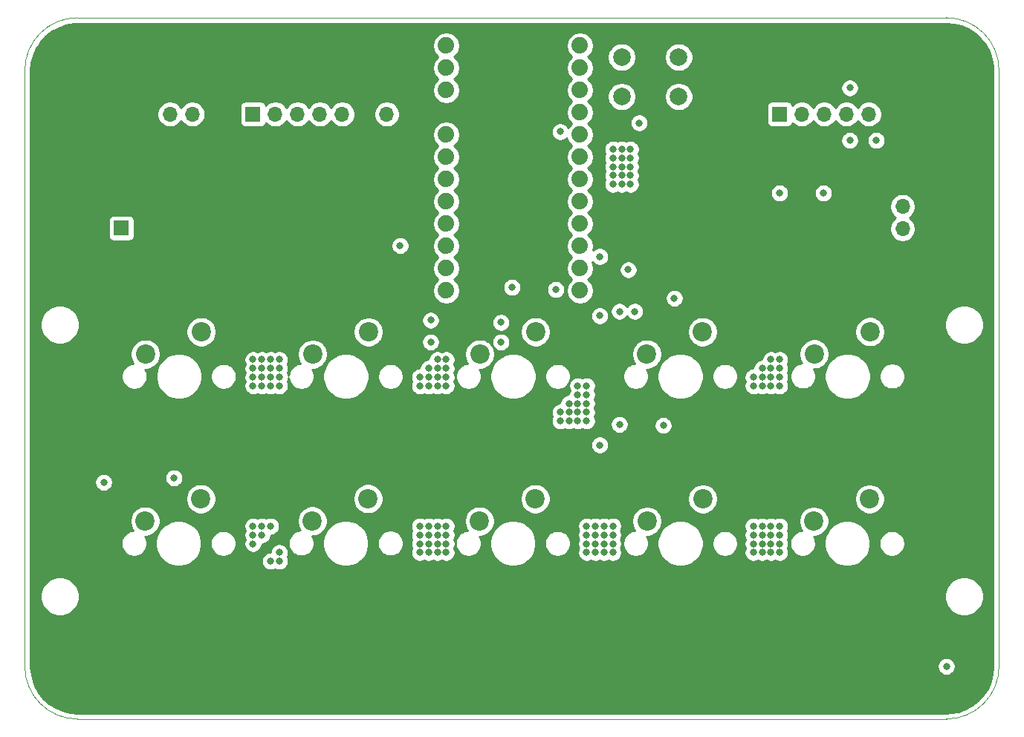
<source format=gbr>
G04 #@! TF.GenerationSoftware,KiCad,Pcbnew,(5.1.8)-1*
G04 #@! TF.CreationDate,2021-06-03T22:44:18-04:00*
G04 #@! TF.ProjectId,inkkeys,696e6b6b-6579-4732-9e6b-696361645f70,rev?*
G04 #@! TF.SameCoordinates,Original*
G04 #@! TF.FileFunction,Copper,L3,Inr*
G04 #@! TF.FilePolarity,Positive*
%FSLAX46Y46*%
G04 Gerber Fmt 4.6, Leading zero omitted, Abs format (unit mm)*
G04 Created by KiCad (PCBNEW (5.1.8)-1) date 2021-06-03 22:44:18*
%MOMM*%
%LPD*%
G01*
G04 APERTURE LIST*
G04 #@! TA.AperFunction,Profile*
%ADD10C,0.100000*%
G04 #@! TD*
G04 #@! TA.AperFunction,ComponentPad*
%ADD11C,2.000000*%
G04 #@! TD*
G04 #@! TA.AperFunction,ComponentPad*
%ADD12O,1.700000X1.700000*%
G04 #@! TD*
G04 #@! TA.AperFunction,ComponentPad*
%ADD13R,1.700000X1.700000*%
G04 #@! TD*
G04 #@! TA.AperFunction,ComponentPad*
%ADD14C,2.200000*%
G04 #@! TD*
G04 #@! TA.AperFunction,ComponentPad*
%ADD15C,1.879600*%
G04 #@! TD*
G04 #@! TA.AperFunction,ViaPad*
%ADD16C,0.800000*%
G04 #@! TD*
G04 #@! TA.AperFunction,Conductor*
%ADD17C,0.254000*%
G04 #@! TD*
G04 #@! TA.AperFunction,Conductor*
%ADD18C,0.150000*%
G04 #@! TD*
G04 APERTURE END LIST*
D10*
X202000000Y-60000000D02*
G75*
G02*
X208000000Y-66000000I0J-6000000D01*
G01*
X208000000Y-134000000D02*
G75*
G02*
X202000000Y-140000000I-6000000J0D01*
G01*
X103000000Y-140000000D02*
G75*
G02*
X97000000Y-134000000I0J6000000D01*
G01*
X97000000Y-66000000D02*
G75*
G02*
X103000000Y-60000000I6000000J0D01*
G01*
X97000000Y-134000000D02*
X97000000Y-66000000D01*
X202000000Y-140000000D02*
X103000000Y-140000000D01*
X208000000Y-66000000D02*
X208000000Y-134000000D01*
X103000000Y-60000000D02*
X202000000Y-60000000D01*
D11*
G04 #@! TO.N,Net-(B1-Pad22)*
G04 #@! TO.C,SW12*
X165000000Y-64500000D03*
G04 #@! TO.N,GND*
X165000000Y-69000000D03*
G04 #@! TO.N,Net-(B1-Pad22)*
X171500000Y-64500000D03*
G04 #@! TO.N,GND*
X171500000Y-69000000D03*
G04 #@! TD*
D12*
G04 #@! TO.N,GND*
G04 #@! TO.C,J3*
X197000000Y-84080000D03*
G04 #@! TO.N,Net-(D23-Pad1)*
X197000000Y-81540000D03*
D13*
G04 #@! TO.N,+5V*
X197000000Y-79000000D03*
G04 #@! TD*
D12*
G04 #@! TO.N,GND*
G04 #@! TO.C,J2*
X193160000Y-71000000D03*
G04 #@! TO.N,/RS1*
X190620000Y-71000000D03*
G04 #@! TO.N,/RC*
X188080000Y-71000000D03*
G04 #@! TO.N,GND*
X185540000Y-71000000D03*
D13*
G04 #@! TO.N,/RA*
X183000000Y-71000000D03*
G04 #@! TD*
D12*
G04 #@! TO.N,+5V*
G04 #@! TO.C,SW13*
X108000000Y-81460000D03*
D13*
G04 #@! TO.N,Net-(B1-Pad13)*
X108000000Y-84000000D03*
G04 #@! TD*
D14*
G04 #@! TO.N,Net-(D10-Pad2)*
G04 #@! TO.C,SW10*
X186900000Y-117440000D03*
G04 #@! TO.N,/Row2*
X193250000Y-114900000D03*
G04 #@! TD*
G04 #@! TO.N,Net-(D9-Pad2)*
G04 #@! TO.C,SW9*
X186930000Y-98360000D03*
G04 #@! TO.N,/Row1*
X193280000Y-95820000D03*
G04 #@! TD*
G04 #@! TO.N,Net-(D8-Pad2)*
G04 #@! TO.C,SW8*
X167880000Y-117440000D03*
G04 #@! TO.N,/Row2*
X174230000Y-114900000D03*
G04 #@! TD*
G04 #@! TO.N,Net-(D7-Pad2)*
G04 #@! TO.C,SW7*
X167870000Y-98370000D03*
G04 #@! TO.N,/Row1*
X174220000Y-95830000D03*
G04 #@! TD*
G04 #@! TO.N,Net-(D6-Pad2)*
G04 #@! TO.C,SW6*
X148810000Y-117420000D03*
G04 #@! TO.N,/Row2*
X155160000Y-114880000D03*
G04 #@! TD*
G04 #@! TO.N,Net-(D5-Pad2)*
G04 #@! TO.C,SW5*
X148830000Y-98380000D03*
G04 #@! TO.N,/Row1*
X155180000Y-95840000D03*
G04 #@! TD*
G04 #@! TO.N,Net-(D4-Pad2)*
G04 #@! TO.C,SW4*
X129760000Y-117410000D03*
G04 #@! TO.N,/Row2*
X136110000Y-114870000D03*
G04 #@! TD*
G04 #@! TO.N,Net-(D3-Pad2)*
G04 #@! TO.C,SW3*
X129780000Y-98390000D03*
G04 #@! TO.N,/Row1*
X136130000Y-95850000D03*
G04 #@! TD*
G04 #@! TO.N,Net-(D2-Pad2)*
G04 #@! TO.C,SW2*
X110710000Y-117430000D03*
G04 #@! TO.N,/Row2*
X117060000Y-114890000D03*
G04 #@! TD*
G04 #@! TO.N,Net-(D1-Pad2)*
G04 #@! TO.C,SW1*
X110740000Y-98370000D03*
G04 #@! TO.N,/Row1*
X117090000Y-95830000D03*
G04 #@! TD*
D12*
G04 #@! TO.N,GND*
G04 #@! TO.C,RV1*
X116080000Y-71000000D03*
G04 #@! TO.N,/SLIDER_OUT*
X113540000Y-71000000D03*
D13*
G04 #@! TO.N,+5V*
X111000000Y-71000000D03*
G04 #@! TD*
D12*
G04 #@! TO.N,GND*
G04 #@! TO.C,J1*
X138240000Y-71000000D03*
G04 #@! TO.N,+5V*
X135700000Y-71000000D03*
G04 #@! TO.N,/OLED_SCL*
X133160000Y-71000000D03*
G04 #@! TO.N,/OLED_SDA*
X130620000Y-71000000D03*
G04 #@! TO.N,/OLED_RES*
X128080000Y-71000000D03*
G04 #@! TO.N,/OLED_DC*
X125540000Y-71000000D03*
D13*
G04 #@! TO.N,/OLED_CS*
X123000000Y-71000000D03*
G04 #@! TD*
D15*
G04 #@! TO.N,Net-(B1-Pad24)*
G04 #@! TO.C,B1*
X145010000Y-63180000D03*
G04 #@! TO.N,GND*
X145010000Y-65720000D03*
G04 #@! TO.N,Net-(B1-Pad22)*
X145010000Y-68260000D03*
G04 #@! TO.N,+5V*
X145010000Y-70800000D03*
G04 #@! TO.N,/RS1*
X145010000Y-73340000D03*
G04 #@! TO.N,/RGB_D_OUT*
X145010000Y-75880000D03*
G04 #@! TO.N,/OLED_CS*
X145010000Y-78420000D03*
G04 #@! TO.N,/OLED_DC*
X145010000Y-80960000D03*
G04 #@! TO.N,/OLED_SCL*
X145010000Y-83500000D03*
G04 #@! TO.N,/OLED_RES*
X145010000Y-86040000D03*
G04 #@! TO.N,/OLED_SDA*
X145010000Y-88580000D03*
G04 #@! TO.N,Net-(B1-Pad13)*
X145010000Y-91120000D03*
G04 #@! TO.N,/SLIDER_OUT*
X160250000Y-91120000D03*
G04 #@! TO.N,/Col5*
X160250000Y-88580000D03*
G04 #@! TO.N,/Col4*
X160250000Y-86040000D03*
G04 #@! TO.N,/Col3*
X160250000Y-83500000D03*
G04 #@! TO.N,/Col2*
X160250000Y-80960000D03*
G04 #@! TO.N,/Col1*
X160250000Y-78420000D03*
G04 #@! TO.N,/Row2*
X160250000Y-75880000D03*
G04 #@! TO.N,/Row1*
X160250000Y-73340000D03*
G04 #@! TO.N,GND*
X160250000Y-70800000D03*
X160250000Y-68260000D03*
G04 #@! TO.N,Net-(B1-Pad2)*
X160250000Y-65720000D03*
G04 #@! TO.N,Net-(B1-Pad1)*
X160250000Y-63180000D03*
G04 #@! TD*
D16*
G04 #@! TO.N,GND*
X171000000Y-92000000D03*
X164000000Y-75000000D03*
X165000000Y-75000000D03*
X166000000Y-75000000D03*
X166000000Y-76000000D03*
X165000000Y-76000000D03*
X164000000Y-76000000D03*
X164000000Y-77000000D03*
X165000000Y-77000000D03*
X166000000Y-77000000D03*
X166000000Y-78000000D03*
X165000000Y-78000000D03*
X164000000Y-78000000D03*
X164000000Y-79000000D03*
X165000000Y-79000000D03*
X166000000Y-79000000D03*
X183000000Y-80000000D03*
X188000000Y-80000000D03*
X191000000Y-74000000D03*
X194000000Y-74000000D03*
X161000000Y-106000000D03*
X161000000Y-105000000D03*
X161000000Y-104000000D03*
X161000000Y-103000000D03*
X161000000Y-102000000D03*
X160000000Y-102000000D03*
X160000000Y-103000000D03*
X160000000Y-104000000D03*
X160000000Y-105000000D03*
X160000000Y-106000000D03*
X159000000Y-106000000D03*
X159000000Y-105000000D03*
X159000000Y-104000000D03*
X158000000Y-106000000D03*
X158000000Y-105000000D03*
X142000000Y-118000000D03*
X143000000Y-118000000D03*
X144000000Y-118000000D03*
X145000000Y-118000000D03*
X145000000Y-119000000D03*
X145000000Y-120000000D03*
X145000000Y-120000000D03*
X145000000Y-121000000D03*
X144000000Y-121000000D03*
X143000000Y-121000000D03*
X142000000Y-121000000D03*
X142000000Y-119000000D03*
X143000000Y-119000000D03*
X144000000Y-119000000D03*
X144000000Y-120000000D03*
X143000000Y-120000000D03*
X142000000Y-120000000D03*
X180000000Y-118000000D03*
X181000000Y-118000000D03*
X182000000Y-118000000D03*
X183000000Y-118000000D03*
X183000000Y-119000000D03*
X183000000Y-120000000D03*
X183000000Y-121000000D03*
X182000000Y-121000000D03*
X181000000Y-121000000D03*
X180000000Y-121000000D03*
X180000000Y-120000000D03*
X180000000Y-119000000D03*
X181000000Y-119000000D03*
X181000000Y-120000000D03*
X182000000Y-120000000D03*
X182000000Y-119000000D03*
X162000000Y-118000000D03*
X161000000Y-118000000D03*
X163000000Y-118000000D03*
X164000000Y-118000000D03*
X164000000Y-119000000D03*
X164000000Y-120000000D03*
X164000000Y-121000000D03*
X163000000Y-121000000D03*
X162000000Y-121000000D03*
X161000000Y-121000000D03*
X161000000Y-120000000D03*
X161000000Y-119000000D03*
X162000000Y-119000000D03*
X163000000Y-119000000D03*
X163000000Y-120000000D03*
X162000000Y-120000000D03*
X126000000Y-121000000D03*
X126000000Y-122000000D03*
X125000000Y-122000000D03*
X125000000Y-118000000D03*
X124000000Y-118000000D03*
X123000000Y-118000000D03*
X123000000Y-119000000D03*
X123000000Y-120000000D03*
X124000000Y-119000000D03*
X126000000Y-99000000D03*
X125000000Y-99000000D03*
X124000000Y-99000000D03*
X123000000Y-99000000D03*
X123000000Y-100000000D03*
X123000000Y-101000000D03*
X123000000Y-102000000D03*
X123000000Y-102000000D03*
X124000000Y-102000000D03*
X125000000Y-102000000D03*
X126000000Y-102000000D03*
X126000000Y-101000000D03*
X126000000Y-100000000D03*
X125000000Y-100000000D03*
X124000000Y-100000000D03*
X124000000Y-101000000D03*
X125000000Y-101000000D03*
X145000000Y-99000000D03*
X144000000Y-99000000D03*
X143000000Y-100000000D03*
X144000000Y-100000000D03*
X145000000Y-100000000D03*
X145000000Y-101000000D03*
X144000000Y-101000000D03*
X143000000Y-101000000D03*
X142000000Y-101000000D03*
X142000000Y-102000000D03*
X143000000Y-102000000D03*
X144000000Y-102000000D03*
X145000000Y-102000000D03*
X183000000Y-99000000D03*
X182000000Y-99000000D03*
X182000000Y-100000000D03*
X183000000Y-100000000D03*
X183000000Y-101000000D03*
X182000000Y-101000000D03*
X181000000Y-101000000D03*
X181000000Y-100000000D03*
X180000000Y-102000000D03*
X181000000Y-102000000D03*
X182000000Y-102000000D03*
X183000000Y-102000000D03*
X180000000Y-101000000D03*
G04 #@! TO.N,+5V*
X109000000Y-74000000D03*
X110000000Y-74000000D03*
X111000000Y-74000000D03*
X112000000Y-74000000D03*
X113000000Y-74000000D03*
X113000000Y-75000000D03*
X112000000Y-75000000D03*
X111000000Y-75000000D03*
X110000000Y-75000000D03*
X109000000Y-75000000D03*
X109000000Y-76000000D03*
X110000000Y-76000000D03*
X111000000Y-76000000D03*
X112000000Y-76000000D03*
X113000000Y-76000000D03*
X147000000Y-71000000D03*
X147000000Y-70000000D03*
X148000000Y-70000000D03*
X148000000Y-71000000D03*
X149000000Y-71000000D03*
X149000000Y-70000000D03*
X150000000Y-70000000D03*
X150000000Y-71000000D03*
X135000000Y-73000000D03*
X135000000Y-74000000D03*
X135000000Y-75000000D03*
X135000000Y-76000000D03*
X135000000Y-77000000D03*
X136000000Y-73000000D03*
X136000000Y-74000000D03*
X136000000Y-75000000D03*
X136000000Y-76000000D03*
X136000000Y-77000000D03*
X135000000Y-78000000D03*
X136000000Y-78000000D03*
X118750000Y-92250000D03*
X120000000Y-92250000D03*
X137750000Y-92250000D03*
X139000000Y-92250000D03*
X157000000Y-92250000D03*
X158250000Y-92250000D03*
X176000000Y-92250000D03*
X177250000Y-92250000D03*
X195000000Y-92250000D03*
X196250000Y-92250000D03*
X119000000Y-132250000D03*
X120250000Y-132250000D03*
X138000000Y-132250000D03*
X139250000Y-132250000D03*
X157000000Y-132250000D03*
X158250000Y-132250000D03*
X176000000Y-132250000D03*
X177250000Y-132250000D03*
X193250000Y-133750000D03*
X193250000Y-135000000D03*
X206500000Y-132250000D03*
X204500000Y-130500000D03*
X105750000Y-130500000D03*
X107500000Y-132250000D03*
X204250000Y-62500000D03*
X202500000Y-64250000D03*
X158750000Y-108500000D03*
X156500000Y-106250000D03*
G04 #@! TO.N,/OLED_RES*
X139750000Y-86000000D03*
G04 #@! TO.N,/SLIDER_OUT*
X152500000Y-90750000D03*
X157500000Y-91000000D03*
G04 #@! TO.N,/Col5*
X169750000Y-106500000D03*
X166500000Y-93500000D03*
X165750000Y-88750000D03*
G04 #@! TO.N,/Col4*
X164750000Y-106400000D03*
X164750000Y-93500000D03*
G04 #@! TO.N,/Col3*
X151250000Y-97000000D03*
X151250000Y-94750000D03*
G04 #@! TO.N,/Col2*
X143250000Y-97000000D03*
X143250000Y-94500000D03*
G04 #@! TO.N,/Row2*
X162500000Y-108750000D03*
X162500000Y-94000000D03*
X162500000Y-87250000D03*
G04 #@! TO.N,/RS1*
X191000000Y-68000000D03*
X167000000Y-72000000D03*
X158000000Y-73000000D03*
G04 #@! TO.N,Net-(D11-Pad4)*
X202000000Y-134000000D03*
G04 #@! TO.N,Net-(D20-Pad1)*
X106000000Y-113000000D03*
X114000000Y-112500000D03*
G04 #@! TD*
D17*
G04 #@! TO.N,+5V*
X202867705Y-60758650D02*
X203712096Y-60970746D01*
X204510516Y-61317909D01*
X205241513Y-61790813D01*
X205885456Y-62376756D01*
X206425050Y-63060001D01*
X206845810Y-63822206D01*
X207136431Y-64642895D01*
X207291219Y-65511866D01*
X207315000Y-66016152D01*
X207315001Y-133971872D01*
X207241350Y-134867705D01*
X207029254Y-135712096D01*
X206682091Y-136510516D01*
X206209190Y-137241510D01*
X205623246Y-137885453D01*
X204939998Y-138425050D01*
X204177791Y-138845812D01*
X203357104Y-139136431D01*
X202488134Y-139291219D01*
X201983848Y-139315000D01*
X103028116Y-139315000D01*
X102132295Y-139241350D01*
X101287904Y-139029254D01*
X100489484Y-138682091D01*
X99758490Y-138209190D01*
X99114547Y-137623246D01*
X98574950Y-136939998D01*
X98154188Y-136177791D01*
X97863569Y-135357104D01*
X97708781Y-134488134D01*
X97685000Y-133983848D01*
X97685000Y-133898061D01*
X200965000Y-133898061D01*
X200965000Y-134101939D01*
X201004774Y-134301898D01*
X201082795Y-134490256D01*
X201196063Y-134659774D01*
X201340226Y-134803937D01*
X201509744Y-134917205D01*
X201698102Y-134995226D01*
X201898061Y-135035000D01*
X202101939Y-135035000D01*
X202301898Y-134995226D01*
X202490256Y-134917205D01*
X202659774Y-134803937D01*
X202803937Y-134659774D01*
X202917205Y-134490256D01*
X202995226Y-134301898D01*
X203035000Y-134101939D01*
X203035000Y-133898061D01*
X202995226Y-133698102D01*
X202917205Y-133509744D01*
X202803937Y-133340226D01*
X202659774Y-133196063D01*
X202490256Y-133082795D01*
X202301898Y-133004774D01*
X202101939Y-132965000D01*
X201898061Y-132965000D01*
X201698102Y-133004774D01*
X201509744Y-133082795D01*
X201340226Y-133196063D01*
X201196063Y-133340226D01*
X201082795Y-133509744D01*
X201004774Y-133698102D01*
X200965000Y-133898061D01*
X97685000Y-133898061D01*
X97685000Y-125779872D01*
X98765000Y-125779872D01*
X98765000Y-126220128D01*
X98850890Y-126651925D01*
X99019369Y-127058669D01*
X99263962Y-127424729D01*
X99575271Y-127736038D01*
X99941331Y-127980631D01*
X100348075Y-128149110D01*
X100779872Y-128235000D01*
X101220128Y-128235000D01*
X101651925Y-128149110D01*
X102058669Y-127980631D01*
X102424729Y-127736038D01*
X102736038Y-127424729D01*
X102980631Y-127058669D01*
X103149110Y-126651925D01*
X103235000Y-126220128D01*
X103235000Y-125779872D01*
X201765000Y-125779872D01*
X201765000Y-126220128D01*
X201850890Y-126651925D01*
X202019369Y-127058669D01*
X202263962Y-127424729D01*
X202575271Y-127736038D01*
X202941331Y-127980631D01*
X203348075Y-128149110D01*
X203779872Y-128235000D01*
X204220128Y-128235000D01*
X204651925Y-128149110D01*
X205058669Y-127980631D01*
X205424729Y-127736038D01*
X205736038Y-127424729D01*
X205980631Y-127058669D01*
X206149110Y-126651925D01*
X206235000Y-126220128D01*
X206235000Y-125779872D01*
X206149110Y-125348075D01*
X205980631Y-124941331D01*
X205736038Y-124575271D01*
X205424729Y-124263962D01*
X205058669Y-124019369D01*
X204651925Y-123850890D01*
X204220128Y-123765000D01*
X203779872Y-123765000D01*
X203348075Y-123850890D01*
X202941331Y-124019369D01*
X202575271Y-124263962D01*
X202263962Y-124575271D01*
X202019369Y-124941331D01*
X201850890Y-125348075D01*
X201765000Y-125779872D01*
X103235000Y-125779872D01*
X103149110Y-125348075D01*
X102980631Y-124941331D01*
X102736038Y-124575271D01*
X102424729Y-124263962D01*
X102058669Y-124019369D01*
X101651925Y-123850890D01*
X101220128Y-123765000D01*
X100779872Y-123765000D01*
X100348075Y-123850890D01*
X99941331Y-124019369D01*
X99575271Y-124263962D01*
X99263962Y-124575271D01*
X99019369Y-124941331D01*
X98850890Y-125348075D01*
X98765000Y-125779872D01*
X97685000Y-125779872D01*
X97685000Y-119823740D01*
X107955000Y-119823740D01*
X107955000Y-120116260D01*
X108012068Y-120403158D01*
X108124010Y-120673411D01*
X108286525Y-120916632D01*
X108493368Y-121123475D01*
X108736589Y-121285990D01*
X109006842Y-121397932D01*
X109293740Y-121455000D01*
X109586260Y-121455000D01*
X109873158Y-121397932D01*
X110143411Y-121285990D01*
X110386632Y-121123475D01*
X110593475Y-120916632D01*
X110755990Y-120673411D01*
X110867932Y-120403158D01*
X110925000Y-120116260D01*
X110925000Y-119823740D01*
X110902471Y-119710475D01*
X111885000Y-119710475D01*
X111885000Y-120229525D01*
X111986261Y-120738601D01*
X112184893Y-121218141D01*
X112473262Y-121649715D01*
X112840285Y-122016738D01*
X113271859Y-122305107D01*
X113751399Y-122503739D01*
X114260475Y-122605000D01*
X114779525Y-122605000D01*
X115288601Y-122503739D01*
X115768141Y-122305107D01*
X116199715Y-122016738D01*
X116318392Y-121898061D01*
X123965000Y-121898061D01*
X123965000Y-122101939D01*
X124004774Y-122301898D01*
X124082795Y-122490256D01*
X124196063Y-122659774D01*
X124340226Y-122803937D01*
X124509744Y-122917205D01*
X124698102Y-122995226D01*
X124898061Y-123035000D01*
X125101939Y-123035000D01*
X125301898Y-122995226D01*
X125490256Y-122917205D01*
X125500000Y-122910694D01*
X125509744Y-122917205D01*
X125698102Y-122995226D01*
X125898061Y-123035000D01*
X126101939Y-123035000D01*
X126301898Y-122995226D01*
X126490256Y-122917205D01*
X126659774Y-122803937D01*
X126803937Y-122659774D01*
X126917205Y-122490256D01*
X126995226Y-122301898D01*
X127035000Y-122101939D01*
X127035000Y-121898061D01*
X126995226Y-121698102D01*
X126917205Y-121509744D01*
X126910694Y-121500000D01*
X126917205Y-121490256D01*
X126995226Y-121301898D01*
X127035000Y-121101939D01*
X127035000Y-120898061D01*
X126995226Y-120698102D01*
X126917205Y-120509744D01*
X126803937Y-120340226D01*
X126659774Y-120196063D01*
X126490256Y-120082795D01*
X126301898Y-120004774D01*
X126101939Y-119965000D01*
X125898061Y-119965000D01*
X125698102Y-120004774D01*
X125509744Y-120082795D01*
X125340226Y-120196063D01*
X125196063Y-120340226D01*
X125082795Y-120509744D01*
X125004774Y-120698102D01*
X124965000Y-120898061D01*
X124965000Y-120965000D01*
X124898061Y-120965000D01*
X124698102Y-121004774D01*
X124509744Y-121082795D01*
X124340226Y-121196063D01*
X124196063Y-121340226D01*
X124082795Y-121509744D01*
X124004774Y-121698102D01*
X123965000Y-121898061D01*
X116318392Y-121898061D01*
X116566738Y-121649715D01*
X116855107Y-121218141D01*
X117053739Y-120738601D01*
X117155000Y-120229525D01*
X117155000Y-119823740D01*
X118115000Y-119823740D01*
X118115000Y-120116260D01*
X118172068Y-120403158D01*
X118284010Y-120673411D01*
X118446525Y-120916632D01*
X118653368Y-121123475D01*
X118896589Y-121285990D01*
X119166842Y-121397932D01*
X119453740Y-121455000D01*
X119746260Y-121455000D01*
X120033158Y-121397932D01*
X120303411Y-121285990D01*
X120546632Y-121123475D01*
X120753475Y-120916632D01*
X120915990Y-120673411D01*
X121027932Y-120403158D01*
X121085000Y-120116260D01*
X121085000Y-119823740D01*
X121027932Y-119536842D01*
X120915990Y-119266589D01*
X120753475Y-119023368D01*
X120546632Y-118816525D01*
X120303411Y-118654010D01*
X120033158Y-118542068D01*
X119746260Y-118485000D01*
X119453740Y-118485000D01*
X119166842Y-118542068D01*
X118896589Y-118654010D01*
X118653368Y-118816525D01*
X118446525Y-119023368D01*
X118284010Y-119266589D01*
X118172068Y-119536842D01*
X118115000Y-119823740D01*
X117155000Y-119823740D01*
X117155000Y-119710475D01*
X117053739Y-119201399D01*
X116855107Y-118721859D01*
X116566738Y-118290285D01*
X116199715Y-117923262D01*
X116162000Y-117898061D01*
X121965000Y-117898061D01*
X121965000Y-118101939D01*
X122004774Y-118301898D01*
X122082795Y-118490256D01*
X122089306Y-118500000D01*
X122082795Y-118509744D01*
X122004774Y-118698102D01*
X121965000Y-118898061D01*
X121965000Y-119101939D01*
X122004774Y-119301898D01*
X122082795Y-119490256D01*
X122089306Y-119500000D01*
X122082795Y-119509744D01*
X122004774Y-119698102D01*
X121965000Y-119898061D01*
X121965000Y-120101939D01*
X122004774Y-120301898D01*
X122082795Y-120490256D01*
X122196063Y-120659774D01*
X122340226Y-120803937D01*
X122509744Y-120917205D01*
X122698102Y-120995226D01*
X122898061Y-121035000D01*
X123101939Y-121035000D01*
X123301898Y-120995226D01*
X123490256Y-120917205D01*
X123659774Y-120803937D01*
X123803937Y-120659774D01*
X123917205Y-120490256D01*
X123995226Y-120301898D01*
X124035000Y-120101939D01*
X124035000Y-120035000D01*
X124101939Y-120035000D01*
X124301898Y-119995226D01*
X124490256Y-119917205D01*
X124659774Y-119803937D01*
X124659971Y-119803740D01*
X127005000Y-119803740D01*
X127005000Y-120096260D01*
X127062068Y-120383158D01*
X127174010Y-120653411D01*
X127336525Y-120896632D01*
X127543368Y-121103475D01*
X127786589Y-121265990D01*
X128056842Y-121377932D01*
X128343740Y-121435000D01*
X128636260Y-121435000D01*
X128923158Y-121377932D01*
X129193411Y-121265990D01*
X129436632Y-121103475D01*
X129643475Y-120896632D01*
X129805990Y-120653411D01*
X129917932Y-120383158D01*
X129975000Y-120096260D01*
X129975000Y-119803740D01*
X129952471Y-119690475D01*
X130935000Y-119690475D01*
X130935000Y-120209525D01*
X131036261Y-120718601D01*
X131234893Y-121198141D01*
X131523262Y-121629715D01*
X131890285Y-121996738D01*
X132321859Y-122285107D01*
X132801399Y-122483739D01*
X133310475Y-122585000D01*
X133829525Y-122585000D01*
X134338601Y-122483739D01*
X134818141Y-122285107D01*
X135249715Y-121996738D01*
X135616738Y-121629715D01*
X135905107Y-121198141D01*
X136103739Y-120718601D01*
X136205000Y-120209525D01*
X136205000Y-119803740D01*
X137165000Y-119803740D01*
X137165000Y-120096260D01*
X137222068Y-120383158D01*
X137334010Y-120653411D01*
X137496525Y-120896632D01*
X137703368Y-121103475D01*
X137946589Y-121265990D01*
X138216842Y-121377932D01*
X138503740Y-121435000D01*
X138796260Y-121435000D01*
X139083158Y-121377932D01*
X139353411Y-121265990D01*
X139596632Y-121103475D01*
X139803475Y-120896632D01*
X139965990Y-120653411D01*
X140077932Y-120383158D01*
X140135000Y-120096260D01*
X140135000Y-119803740D01*
X140077932Y-119516842D01*
X139965990Y-119246589D01*
X139803475Y-119003368D01*
X139596632Y-118796525D01*
X139353411Y-118634010D01*
X139083158Y-118522068D01*
X138796260Y-118465000D01*
X138503740Y-118465000D01*
X138216842Y-118522068D01*
X137946589Y-118634010D01*
X137703368Y-118796525D01*
X137496525Y-119003368D01*
X137334010Y-119246589D01*
X137222068Y-119516842D01*
X137165000Y-119803740D01*
X136205000Y-119803740D01*
X136205000Y-119690475D01*
X136103739Y-119181399D01*
X135905107Y-118701859D01*
X135616738Y-118270285D01*
X135249715Y-117903262D01*
X135241932Y-117898061D01*
X140965000Y-117898061D01*
X140965000Y-118101939D01*
X141004774Y-118301898D01*
X141082795Y-118490256D01*
X141089306Y-118500000D01*
X141082795Y-118509744D01*
X141004774Y-118698102D01*
X140965000Y-118898061D01*
X140965000Y-119101939D01*
X141004774Y-119301898D01*
X141082795Y-119490256D01*
X141089306Y-119500000D01*
X141082795Y-119509744D01*
X141004774Y-119698102D01*
X140965000Y-119898061D01*
X140965000Y-120101939D01*
X141004774Y-120301898D01*
X141082795Y-120490256D01*
X141089306Y-120500000D01*
X141082795Y-120509744D01*
X141004774Y-120698102D01*
X140965000Y-120898061D01*
X140965000Y-121101939D01*
X141004774Y-121301898D01*
X141082795Y-121490256D01*
X141196063Y-121659774D01*
X141340226Y-121803937D01*
X141509744Y-121917205D01*
X141698102Y-121995226D01*
X141898061Y-122035000D01*
X142101939Y-122035000D01*
X142301898Y-121995226D01*
X142490256Y-121917205D01*
X142500000Y-121910694D01*
X142509744Y-121917205D01*
X142698102Y-121995226D01*
X142898061Y-122035000D01*
X143101939Y-122035000D01*
X143301898Y-121995226D01*
X143490256Y-121917205D01*
X143500000Y-121910694D01*
X143509744Y-121917205D01*
X143698102Y-121995226D01*
X143898061Y-122035000D01*
X144101939Y-122035000D01*
X144301898Y-121995226D01*
X144490256Y-121917205D01*
X144500000Y-121910694D01*
X144509744Y-121917205D01*
X144698102Y-121995226D01*
X144898061Y-122035000D01*
X145101939Y-122035000D01*
X145301898Y-121995226D01*
X145490256Y-121917205D01*
X145659774Y-121803937D01*
X145803937Y-121659774D01*
X145917205Y-121490256D01*
X145995226Y-121301898D01*
X146035000Y-121101939D01*
X146035000Y-120898061D01*
X145995226Y-120698102D01*
X145917205Y-120509744D01*
X145910694Y-120500000D01*
X145917205Y-120490256D01*
X145995226Y-120301898D01*
X146035000Y-120101939D01*
X146035000Y-119898061D01*
X146018228Y-119813740D01*
X146055000Y-119813740D01*
X146055000Y-120106260D01*
X146112068Y-120393158D01*
X146224010Y-120663411D01*
X146386525Y-120906632D01*
X146593368Y-121113475D01*
X146836589Y-121275990D01*
X147106842Y-121387932D01*
X147393740Y-121445000D01*
X147686260Y-121445000D01*
X147973158Y-121387932D01*
X148243411Y-121275990D01*
X148486632Y-121113475D01*
X148693475Y-120906632D01*
X148855990Y-120663411D01*
X148967932Y-120393158D01*
X149025000Y-120106260D01*
X149025000Y-119813740D01*
X149002471Y-119700475D01*
X149985000Y-119700475D01*
X149985000Y-120219525D01*
X150086261Y-120728601D01*
X150284893Y-121208141D01*
X150573262Y-121639715D01*
X150940285Y-122006738D01*
X151371859Y-122295107D01*
X151851399Y-122493739D01*
X152360475Y-122595000D01*
X152879525Y-122595000D01*
X153388601Y-122493739D01*
X153868141Y-122295107D01*
X154299715Y-122006738D01*
X154666738Y-121639715D01*
X154955107Y-121208141D01*
X155153739Y-120728601D01*
X155255000Y-120219525D01*
X155255000Y-119813740D01*
X156215000Y-119813740D01*
X156215000Y-120106260D01*
X156272068Y-120393158D01*
X156384010Y-120663411D01*
X156546525Y-120906632D01*
X156753368Y-121113475D01*
X156996589Y-121275990D01*
X157266842Y-121387932D01*
X157553740Y-121445000D01*
X157846260Y-121445000D01*
X158133158Y-121387932D01*
X158403411Y-121275990D01*
X158646632Y-121113475D01*
X158853475Y-120906632D01*
X159015990Y-120663411D01*
X159127932Y-120393158D01*
X159185000Y-120106260D01*
X159185000Y-119813740D01*
X159127932Y-119526842D01*
X159015990Y-119256589D01*
X158853475Y-119013368D01*
X158646632Y-118806525D01*
X158403411Y-118644010D01*
X158133158Y-118532068D01*
X157846260Y-118475000D01*
X157553740Y-118475000D01*
X157266842Y-118532068D01*
X156996589Y-118644010D01*
X156753368Y-118806525D01*
X156546525Y-119013368D01*
X156384010Y-119256589D01*
X156272068Y-119526842D01*
X156215000Y-119813740D01*
X155255000Y-119813740D01*
X155255000Y-119700475D01*
X155153739Y-119191399D01*
X154955107Y-118711859D01*
X154666738Y-118280285D01*
X154299715Y-117913262D01*
X154276966Y-117898061D01*
X159965000Y-117898061D01*
X159965000Y-118101939D01*
X160004774Y-118301898D01*
X160082795Y-118490256D01*
X160089306Y-118500000D01*
X160082795Y-118509744D01*
X160004774Y-118698102D01*
X159965000Y-118898061D01*
X159965000Y-119101939D01*
X160004774Y-119301898D01*
X160082795Y-119490256D01*
X160089306Y-119500000D01*
X160082795Y-119509744D01*
X160004774Y-119698102D01*
X159965000Y-119898061D01*
X159965000Y-120101939D01*
X160004774Y-120301898D01*
X160082795Y-120490256D01*
X160089306Y-120500000D01*
X160082795Y-120509744D01*
X160004774Y-120698102D01*
X159965000Y-120898061D01*
X159965000Y-121101939D01*
X160004774Y-121301898D01*
X160082795Y-121490256D01*
X160196063Y-121659774D01*
X160340226Y-121803937D01*
X160509744Y-121917205D01*
X160698102Y-121995226D01*
X160898061Y-122035000D01*
X161101939Y-122035000D01*
X161301898Y-121995226D01*
X161490256Y-121917205D01*
X161500000Y-121910694D01*
X161509744Y-121917205D01*
X161698102Y-121995226D01*
X161898061Y-122035000D01*
X162101939Y-122035000D01*
X162301898Y-121995226D01*
X162490256Y-121917205D01*
X162500000Y-121910694D01*
X162509744Y-121917205D01*
X162698102Y-121995226D01*
X162898061Y-122035000D01*
X163101939Y-122035000D01*
X163301898Y-121995226D01*
X163490256Y-121917205D01*
X163500000Y-121910694D01*
X163509744Y-121917205D01*
X163698102Y-121995226D01*
X163898061Y-122035000D01*
X164101939Y-122035000D01*
X164301898Y-121995226D01*
X164490256Y-121917205D01*
X164659774Y-121803937D01*
X164803937Y-121659774D01*
X164917205Y-121490256D01*
X164995226Y-121301898D01*
X165035000Y-121101939D01*
X165035000Y-120898061D01*
X164995226Y-120698102D01*
X164917205Y-120509744D01*
X164910694Y-120500000D01*
X164917205Y-120490256D01*
X164995226Y-120301898D01*
X165035000Y-120101939D01*
X165035000Y-119898061D01*
X165022206Y-119833740D01*
X165125000Y-119833740D01*
X165125000Y-120126260D01*
X165182068Y-120413158D01*
X165294010Y-120683411D01*
X165456525Y-120926632D01*
X165663368Y-121133475D01*
X165906589Y-121295990D01*
X166176842Y-121407932D01*
X166463740Y-121465000D01*
X166756260Y-121465000D01*
X167043158Y-121407932D01*
X167313411Y-121295990D01*
X167556632Y-121133475D01*
X167763475Y-120926632D01*
X167925990Y-120683411D01*
X168037932Y-120413158D01*
X168095000Y-120126260D01*
X168095000Y-119833740D01*
X168072471Y-119720475D01*
X169055000Y-119720475D01*
X169055000Y-120239525D01*
X169156261Y-120748601D01*
X169354893Y-121228141D01*
X169643262Y-121659715D01*
X170010285Y-122026738D01*
X170441859Y-122315107D01*
X170921399Y-122513739D01*
X171430475Y-122615000D01*
X171949525Y-122615000D01*
X172458601Y-122513739D01*
X172938141Y-122315107D01*
X173369715Y-122026738D01*
X173736738Y-121659715D01*
X174025107Y-121228141D01*
X174223739Y-120748601D01*
X174325000Y-120239525D01*
X174325000Y-119833740D01*
X175285000Y-119833740D01*
X175285000Y-120126260D01*
X175342068Y-120413158D01*
X175454010Y-120683411D01*
X175616525Y-120926632D01*
X175823368Y-121133475D01*
X176066589Y-121295990D01*
X176336842Y-121407932D01*
X176623740Y-121465000D01*
X176916260Y-121465000D01*
X177203158Y-121407932D01*
X177473411Y-121295990D01*
X177716632Y-121133475D01*
X177923475Y-120926632D01*
X178085990Y-120683411D01*
X178197932Y-120413158D01*
X178255000Y-120126260D01*
X178255000Y-119833740D01*
X178197932Y-119546842D01*
X178085990Y-119276589D01*
X177923475Y-119033368D01*
X177716632Y-118826525D01*
X177473411Y-118664010D01*
X177203158Y-118552068D01*
X176916260Y-118495000D01*
X176623740Y-118495000D01*
X176336842Y-118552068D01*
X176066589Y-118664010D01*
X175823368Y-118826525D01*
X175616525Y-119033368D01*
X175454010Y-119276589D01*
X175342068Y-119546842D01*
X175285000Y-119833740D01*
X174325000Y-119833740D01*
X174325000Y-119720475D01*
X174223739Y-119211399D01*
X174025107Y-118731859D01*
X173736738Y-118300285D01*
X173369715Y-117933262D01*
X173317034Y-117898061D01*
X178965000Y-117898061D01*
X178965000Y-118101939D01*
X179004774Y-118301898D01*
X179082795Y-118490256D01*
X179089306Y-118500000D01*
X179082795Y-118509744D01*
X179004774Y-118698102D01*
X178965000Y-118898061D01*
X178965000Y-119101939D01*
X179004774Y-119301898D01*
X179082795Y-119490256D01*
X179089306Y-119500000D01*
X179082795Y-119509744D01*
X179004774Y-119698102D01*
X178965000Y-119898061D01*
X178965000Y-120101939D01*
X179004774Y-120301898D01*
X179082795Y-120490256D01*
X179089306Y-120500000D01*
X179082795Y-120509744D01*
X179004774Y-120698102D01*
X178965000Y-120898061D01*
X178965000Y-121101939D01*
X179004774Y-121301898D01*
X179082795Y-121490256D01*
X179196063Y-121659774D01*
X179340226Y-121803937D01*
X179509744Y-121917205D01*
X179698102Y-121995226D01*
X179898061Y-122035000D01*
X180101939Y-122035000D01*
X180301898Y-121995226D01*
X180490256Y-121917205D01*
X180500000Y-121910694D01*
X180509744Y-121917205D01*
X180698102Y-121995226D01*
X180898061Y-122035000D01*
X181101939Y-122035000D01*
X181301898Y-121995226D01*
X181490256Y-121917205D01*
X181500000Y-121910694D01*
X181509744Y-121917205D01*
X181698102Y-121995226D01*
X181898061Y-122035000D01*
X182101939Y-122035000D01*
X182301898Y-121995226D01*
X182490256Y-121917205D01*
X182500000Y-121910694D01*
X182509744Y-121917205D01*
X182698102Y-121995226D01*
X182898061Y-122035000D01*
X183101939Y-122035000D01*
X183301898Y-121995226D01*
X183490256Y-121917205D01*
X183659774Y-121803937D01*
X183803937Y-121659774D01*
X183917205Y-121490256D01*
X183995226Y-121301898D01*
X184035000Y-121101939D01*
X184035000Y-120898061D01*
X183995226Y-120698102D01*
X183917205Y-120509744D01*
X183910694Y-120500000D01*
X183917205Y-120490256D01*
X183995226Y-120301898D01*
X184035000Y-120101939D01*
X184035000Y-119898061D01*
X184022206Y-119833740D01*
X184145000Y-119833740D01*
X184145000Y-120126260D01*
X184202068Y-120413158D01*
X184314010Y-120683411D01*
X184476525Y-120926632D01*
X184683368Y-121133475D01*
X184926589Y-121295990D01*
X185196842Y-121407932D01*
X185483740Y-121465000D01*
X185776260Y-121465000D01*
X186063158Y-121407932D01*
X186333411Y-121295990D01*
X186576632Y-121133475D01*
X186783475Y-120926632D01*
X186945990Y-120683411D01*
X187057932Y-120413158D01*
X187115000Y-120126260D01*
X187115000Y-119833740D01*
X187092471Y-119720475D01*
X188075000Y-119720475D01*
X188075000Y-120239525D01*
X188176261Y-120748601D01*
X188374893Y-121228141D01*
X188663262Y-121659715D01*
X189030285Y-122026738D01*
X189461859Y-122315107D01*
X189941399Y-122513739D01*
X190450475Y-122615000D01*
X190969525Y-122615000D01*
X191478601Y-122513739D01*
X191958141Y-122315107D01*
X192389715Y-122026738D01*
X192756738Y-121659715D01*
X193045107Y-121228141D01*
X193243739Y-120748601D01*
X193345000Y-120239525D01*
X193345000Y-119833740D01*
X194305000Y-119833740D01*
X194305000Y-120126260D01*
X194362068Y-120413158D01*
X194474010Y-120683411D01*
X194636525Y-120926632D01*
X194843368Y-121133475D01*
X195086589Y-121295990D01*
X195356842Y-121407932D01*
X195643740Y-121465000D01*
X195936260Y-121465000D01*
X196223158Y-121407932D01*
X196493411Y-121295990D01*
X196736632Y-121133475D01*
X196943475Y-120926632D01*
X197105990Y-120683411D01*
X197217932Y-120413158D01*
X197275000Y-120126260D01*
X197275000Y-119833740D01*
X197217932Y-119546842D01*
X197105990Y-119276589D01*
X196943475Y-119033368D01*
X196736632Y-118826525D01*
X196493411Y-118664010D01*
X196223158Y-118552068D01*
X195936260Y-118495000D01*
X195643740Y-118495000D01*
X195356842Y-118552068D01*
X195086589Y-118664010D01*
X194843368Y-118826525D01*
X194636525Y-119033368D01*
X194474010Y-119276589D01*
X194362068Y-119546842D01*
X194305000Y-119833740D01*
X193345000Y-119833740D01*
X193345000Y-119720475D01*
X193243739Y-119211399D01*
X193045107Y-118731859D01*
X192756738Y-118300285D01*
X192389715Y-117933262D01*
X191958141Y-117644893D01*
X191478601Y-117446261D01*
X190969525Y-117345000D01*
X190450475Y-117345000D01*
X189941399Y-117446261D01*
X189461859Y-117644893D01*
X189030285Y-117933262D01*
X188663262Y-118300285D01*
X188374893Y-118731859D01*
X188176261Y-119211399D01*
X188075000Y-119720475D01*
X187092471Y-119720475D01*
X187057932Y-119546842D01*
X186945990Y-119276589D01*
X186878110Y-119175000D01*
X187070883Y-119175000D01*
X187406081Y-119108325D01*
X187721831Y-118977537D01*
X188005998Y-118787663D01*
X188247663Y-118545998D01*
X188437537Y-118261831D01*
X188568325Y-117946081D01*
X188635000Y-117610883D01*
X188635000Y-117269117D01*
X188568325Y-116933919D01*
X188437537Y-116618169D01*
X188247663Y-116334002D01*
X188005998Y-116092337D01*
X187721831Y-115902463D01*
X187406081Y-115771675D01*
X187070883Y-115705000D01*
X186729117Y-115705000D01*
X186393919Y-115771675D01*
X186078169Y-115902463D01*
X185794002Y-116092337D01*
X185552337Y-116334002D01*
X185362463Y-116618169D01*
X185231675Y-116933919D01*
X185165000Y-117269117D01*
X185165000Y-117610883D01*
X185231675Y-117946081D01*
X185362463Y-118261831D01*
X185518261Y-118495000D01*
X185483740Y-118495000D01*
X185196842Y-118552068D01*
X184926589Y-118664010D01*
X184683368Y-118826525D01*
X184476525Y-119033368D01*
X184314010Y-119276589D01*
X184202068Y-119546842D01*
X184145000Y-119833740D01*
X184022206Y-119833740D01*
X183995226Y-119698102D01*
X183917205Y-119509744D01*
X183910694Y-119500000D01*
X183917205Y-119490256D01*
X183995226Y-119301898D01*
X184035000Y-119101939D01*
X184035000Y-118898061D01*
X183995226Y-118698102D01*
X183917205Y-118509744D01*
X183910694Y-118500000D01*
X183917205Y-118490256D01*
X183995226Y-118301898D01*
X184035000Y-118101939D01*
X184035000Y-117898061D01*
X183995226Y-117698102D01*
X183917205Y-117509744D01*
X183803937Y-117340226D01*
X183659774Y-117196063D01*
X183490256Y-117082795D01*
X183301898Y-117004774D01*
X183101939Y-116965000D01*
X182898061Y-116965000D01*
X182698102Y-117004774D01*
X182509744Y-117082795D01*
X182500000Y-117089306D01*
X182490256Y-117082795D01*
X182301898Y-117004774D01*
X182101939Y-116965000D01*
X181898061Y-116965000D01*
X181698102Y-117004774D01*
X181509744Y-117082795D01*
X181500000Y-117089306D01*
X181490256Y-117082795D01*
X181301898Y-117004774D01*
X181101939Y-116965000D01*
X180898061Y-116965000D01*
X180698102Y-117004774D01*
X180509744Y-117082795D01*
X180500000Y-117089306D01*
X180490256Y-117082795D01*
X180301898Y-117004774D01*
X180101939Y-116965000D01*
X179898061Y-116965000D01*
X179698102Y-117004774D01*
X179509744Y-117082795D01*
X179340226Y-117196063D01*
X179196063Y-117340226D01*
X179082795Y-117509744D01*
X179004774Y-117698102D01*
X178965000Y-117898061D01*
X173317034Y-117898061D01*
X172938141Y-117644893D01*
X172458601Y-117446261D01*
X171949525Y-117345000D01*
X171430475Y-117345000D01*
X170921399Y-117446261D01*
X170441859Y-117644893D01*
X170010285Y-117933262D01*
X169643262Y-118300285D01*
X169354893Y-118731859D01*
X169156261Y-119211399D01*
X169055000Y-119720475D01*
X168072471Y-119720475D01*
X168037932Y-119546842D01*
X167925990Y-119276589D01*
X167858110Y-119175000D01*
X168050883Y-119175000D01*
X168386081Y-119108325D01*
X168701831Y-118977537D01*
X168985998Y-118787663D01*
X169227663Y-118545998D01*
X169417537Y-118261831D01*
X169548325Y-117946081D01*
X169615000Y-117610883D01*
X169615000Y-117269117D01*
X169548325Y-116933919D01*
X169417537Y-116618169D01*
X169227663Y-116334002D01*
X168985998Y-116092337D01*
X168701831Y-115902463D01*
X168386081Y-115771675D01*
X168050883Y-115705000D01*
X167709117Y-115705000D01*
X167373919Y-115771675D01*
X167058169Y-115902463D01*
X166774002Y-116092337D01*
X166532337Y-116334002D01*
X166342463Y-116618169D01*
X166211675Y-116933919D01*
X166145000Y-117269117D01*
X166145000Y-117610883D01*
X166211675Y-117946081D01*
X166342463Y-118261831D01*
X166498261Y-118495000D01*
X166463740Y-118495000D01*
X166176842Y-118552068D01*
X165906589Y-118664010D01*
X165663368Y-118826525D01*
X165456525Y-119033368D01*
X165294010Y-119276589D01*
X165182068Y-119546842D01*
X165125000Y-119833740D01*
X165022206Y-119833740D01*
X164995226Y-119698102D01*
X164917205Y-119509744D01*
X164910694Y-119500000D01*
X164917205Y-119490256D01*
X164995226Y-119301898D01*
X165035000Y-119101939D01*
X165035000Y-118898061D01*
X164995226Y-118698102D01*
X164917205Y-118509744D01*
X164910694Y-118500000D01*
X164917205Y-118490256D01*
X164995226Y-118301898D01*
X165035000Y-118101939D01*
X165035000Y-117898061D01*
X164995226Y-117698102D01*
X164917205Y-117509744D01*
X164803937Y-117340226D01*
X164659774Y-117196063D01*
X164490256Y-117082795D01*
X164301898Y-117004774D01*
X164101939Y-116965000D01*
X163898061Y-116965000D01*
X163698102Y-117004774D01*
X163509744Y-117082795D01*
X163500000Y-117089306D01*
X163490256Y-117082795D01*
X163301898Y-117004774D01*
X163101939Y-116965000D01*
X162898061Y-116965000D01*
X162698102Y-117004774D01*
X162509744Y-117082795D01*
X162500000Y-117089306D01*
X162490256Y-117082795D01*
X162301898Y-117004774D01*
X162101939Y-116965000D01*
X161898061Y-116965000D01*
X161698102Y-117004774D01*
X161509744Y-117082795D01*
X161500000Y-117089306D01*
X161490256Y-117082795D01*
X161301898Y-117004774D01*
X161101939Y-116965000D01*
X160898061Y-116965000D01*
X160698102Y-117004774D01*
X160509744Y-117082795D01*
X160340226Y-117196063D01*
X160196063Y-117340226D01*
X160082795Y-117509744D01*
X160004774Y-117698102D01*
X159965000Y-117898061D01*
X154276966Y-117898061D01*
X153868141Y-117624893D01*
X153388601Y-117426261D01*
X152879525Y-117325000D01*
X152360475Y-117325000D01*
X151851399Y-117426261D01*
X151371859Y-117624893D01*
X150940285Y-117913262D01*
X150573262Y-118280285D01*
X150284893Y-118711859D01*
X150086261Y-119191399D01*
X149985000Y-119700475D01*
X149002471Y-119700475D01*
X148967932Y-119526842D01*
X148855990Y-119256589D01*
X148788110Y-119155000D01*
X148980883Y-119155000D01*
X149316081Y-119088325D01*
X149631831Y-118957537D01*
X149915998Y-118767663D01*
X150157663Y-118525998D01*
X150347537Y-118241831D01*
X150478325Y-117926081D01*
X150545000Y-117590883D01*
X150545000Y-117249117D01*
X150478325Y-116913919D01*
X150347537Y-116598169D01*
X150157663Y-116314002D01*
X149915998Y-116072337D01*
X149631831Y-115882463D01*
X149316081Y-115751675D01*
X148980883Y-115685000D01*
X148639117Y-115685000D01*
X148303919Y-115751675D01*
X147988169Y-115882463D01*
X147704002Y-116072337D01*
X147462337Y-116314002D01*
X147272463Y-116598169D01*
X147141675Y-116913919D01*
X147075000Y-117249117D01*
X147075000Y-117590883D01*
X147141675Y-117926081D01*
X147272463Y-118241831D01*
X147428261Y-118475000D01*
X147393740Y-118475000D01*
X147106842Y-118532068D01*
X146836589Y-118644010D01*
X146593368Y-118806525D01*
X146386525Y-119013368D01*
X146224010Y-119256589D01*
X146112068Y-119526842D01*
X146055000Y-119813740D01*
X146018228Y-119813740D01*
X145995226Y-119698102D01*
X145917205Y-119509744D01*
X145910694Y-119500000D01*
X145917205Y-119490256D01*
X145995226Y-119301898D01*
X146035000Y-119101939D01*
X146035000Y-118898061D01*
X145995226Y-118698102D01*
X145917205Y-118509744D01*
X145910694Y-118500000D01*
X145917205Y-118490256D01*
X145995226Y-118301898D01*
X146035000Y-118101939D01*
X146035000Y-117898061D01*
X145995226Y-117698102D01*
X145917205Y-117509744D01*
X145803937Y-117340226D01*
X145659774Y-117196063D01*
X145490256Y-117082795D01*
X145301898Y-117004774D01*
X145101939Y-116965000D01*
X144898061Y-116965000D01*
X144698102Y-117004774D01*
X144509744Y-117082795D01*
X144500000Y-117089306D01*
X144490256Y-117082795D01*
X144301898Y-117004774D01*
X144101939Y-116965000D01*
X143898061Y-116965000D01*
X143698102Y-117004774D01*
X143509744Y-117082795D01*
X143500000Y-117089306D01*
X143490256Y-117082795D01*
X143301898Y-117004774D01*
X143101939Y-116965000D01*
X142898061Y-116965000D01*
X142698102Y-117004774D01*
X142509744Y-117082795D01*
X142500000Y-117089306D01*
X142490256Y-117082795D01*
X142301898Y-117004774D01*
X142101939Y-116965000D01*
X141898061Y-116965000D01*
X141698102Y-117004774D01*
X141509744Y-117082795D01*
X141340226Y-117196063D01*
X141196063Y-117340226D01*
X141082795Y-117509744D01*
X141004774Y-117698102D01*
X140965000Y-117898061D01*
X135241932Y-117898061D01*
X134818141Y-117614893D01*
X134338601Y-117416261D01*
X133829525Y-117315000D01*
X133310475Y-117315000D01*
X132801399Y-117416261D01*
X132321859Y-117614893D01*
X131890285Y-117903262D01*
X131523262Y-118270285D01*
X131234893Y-118701859D01*
X131036261Y-119181399D01*
X130935000Y-119690475D01*
X129952471Y-119690475D01*
X129917932Y-119516842D01*
X129805990Y-119246589D01*
X129738110Y-119145000D01*
X129930883Y-119145000D01*
X130266081Y-119078325D01*
X130581831Y-118947537D01*
X130865998Y-118757663D01*
X131107663Y-118515998D01*
X131297537Y-118231831D01*
X131428325Y-117916081D01*
X131495000Y-117580883D01*
X131495000Y-117239117D01*
X131428325Y-116903919D01*
X131297537Y-116588169D01*
X131107663Y-116304002D01*
X130865998Y-116062337D01*
X130581831Y-115872463D01*
X130266081Y-115741675D01*
X129930883Y-115675000D01*
X129589117Y-115675000D01*
X129253919Y-115741675D01*
X128938169Y-115872463D01*
X128654002Y-116062337D01*
X128412337Y-116304002D01*
X128222463Y-116588169D01*
X128091675Y-116903919D01*
X128025000Y-117239117D01*
X128025000Y-117580883D01*
X128091675Y-117916081D01*
X128222463Y-118231831D01*
X128378261Y-118465000D01*
X128343740Y-118465000D01*
X128056842Y-118522068D01*
X127786589Y-118634010D01*
X127543368Y-118796525D01*
X127336525Y-119003368D01*
X127174010Y-119246589D01*
X127062068Y-119516842D01*
X127005000Y-119803740D01*
X124659971Y-119803740D01*
X124803937Y-119659774D01*
X124917205Y-119490256D01*
X124995226Y-119301898D01*
X125035000Y-119101939D01*
X125035000Y-119035000D01*
X125101939Y-119035000D01*
X125301898Y-118995226D01*
X125490256Y-118917205D01*
X125659774Y-118803937D01*
X125803937Y-118659774D01*
X125917205Y-118490256D01*
X125995226Y-118301898D01*
X126035000Y-118101939D01*
X126035000Y-117898061D01*
X125995226Y-117698102D01*
X125917205Y-117509744D01*
X125803937Y-117340226D01*
X125659774Y-117196063D01*
X125490256Y-117082795D01*
X125301898Y-117004774D01*
X125101939Y-116965000D01*
X124898061Y-116965000D01*
X124698102Y-117004774D01*
X124509744Y-117082795D01*
X124500000Y-117089306D01*
X124490256Y-117082795D01*
X124301898Y-117004774D01*
X124101939Y-116965000D01*
X123898061Y-116965000D01*
X123698102Y-117004774D01*
X123509744Y-117082795D01*
X123500000Y-117089306D01*
X123490256Y-117082795D01*
X123301898Y-117004774D01*
X123101939Y-116965000D01*
X122898061Y-116965000D01*
X122698102Y-117004774D01*
X122509744Y-117082795D01*
X122340226Y-117196063D01*
X122196063Y-117340226D01*
X122082795Y-117509744D01*
X122004774Y-117698102D01*
X121965000Y-117898061D01*
X116162000Y-117898061D01*
X115768141Y-117634893D01*
X115288601Y-117436261D01*
X114779525Y-117335000D01*
X114260475Y-117335000D01*
X113751399Y-117436261D01*
X113271859Y-117634893D01*
X112840285Y-117923262D01*
X112473262Y-118290285D01*
X112184893Y-118721859D01*
X111986261Y-119201399D01*
X111885000Y-119710475D01*
X110902471Y-119710475D01*
X110867932Y-119536842D01*
X110755990Y-119266589D01*
X110688110Y-119165000D01*
X110880883Y-119165000D01*
X111216081Y-119098325D01*
X111531831Y-118967537D01*
X111815998Y-118777663D01*
X112057663Y-118535998D01*
X112247537Y-118251831D01*
X112378325Y-117936081D01*
X112445000Y-117600883D01*
X112445000Y-117259117D01*
X112378325Y-116923919D01*
X112247537Y-116608169D01*
X112057663Y-116324002D01*
X111815998Y-116082337D01*
X111531831Y-115892463D01*
X111216081Y-115761675D01*
X110880883Y-115695000D01*
X110539117Y-115695000D01*
X110203919Y-115761675D01*
X109888169Y-115892463D01*
X109604002Y-116082337D01*
X109362337Y-116324002D01*
X109172463Y-116608169D01*
X109041675Y-116923919D01*
X108975000Y-117259117D01*
X108975000Y-117600883D01*
X109041675Y-117936081D01*
X109172463Y-118251831D01*
X109328261Y-118485000D01*
X109293740Y-118485000D01*
X109006842Y-118542068D01*
X108736589Y-118654010D01*
X108493368Y-118816525D01*
X108286525Y-119023368D01*
X108124010Y-119266589D01*
X108012068Y-119536842D01*
X107955000Y-119823740D01*
X97685000Y-119823740D01*
X97685000Y-114719117D01*
X115325000Y-114719117D01*
X115325000Y-115060883D01*
X115391675Y-115396081D01*
X115522463Y-115711831D01*
X115712337Y-115995998D01*
X115954002Y-116237663D01*
X116238169Y-116427537D01*
X116553919Y-116558325D01*
X116889117Y-116625000D01*
X117230883Y-116625000D01*
X117566081Y-116558325D01*
X117881831Y-116427537D01*
X118165998Y-116237663D01*
X118407663Y-115995998D01*
X118597537Y-115711831D01*
X118728325Y-115396081D01*
X118795000Y-115060883D01*
X118795000Y-114719117D01*
X118791022Y-114699117D01*
X134375000Y-114699117D01*
X134375000Y-115040883D01*
X134441675Y-115376081D01*
X134572463Y-115691831D01*
X134762337Y-115975998D01*
X135004002Y-116217663D01*
X135288169Y-116407537D01*
X135603919Y-116538325D01*
X135939117Y-116605000D01*
X136280883Y-116605000D01*
X136616081Y-116538325D01*
X136931831Y-116407537D01*
X137215998Y-116217663D01*
X137457663Y-115975998D01*
X137647537Y-115691831D01*
X137778325Y-115376081D01*
X137845000Y-115040883D01*
X137845000Y-114709117D01*
X153425000Y-114709117D01*
X153425000Y-115050883D01*
X153491675Y-115386081D01*
X153622463Y-115701831D01*
X153812337Y-115985998D01*
X154054002Y-116227663D01*
X154338169Y-116417537D01*
X154653919Y-116548325D01*
X154989117Y-116615000D01*
X155330883Y-116615000D01*
X155666081Y-116548325D01*
X155981831Y-116417537D01*
X156265998Y-116227663D01*
X156507663Y-115985998D01*
X156697537Y-115701831D01*
X156828325Y-115386081D01*
X156895000Y-115050883D01*
X156895000Y-114729117D01*
X172495000Y-114729117D01*
X172495000Y-115070883D01*
X172561675Y-115406081D01*
X172692463Y-115721831D01*
X172882337Y-116005998D01*
X173124002Y-116247663D01*
X173408169Y-116437537D01*
X173723919Y-116568325D01*
X174059117Y-116635000D01*
X174400883Y-116635000D01*
X174736081Y-116568325D01*
X175051831Y-116437537D01*
X175335998Y-116247663D01*
X175577663Y-116005998D01*
X175767537Y-115721831D01*
X175898325Y-115406081D01*
X175965000Y-115070883D01*
X175965000Y-114729117D01*
X191515000Y-114729117D01*
X191515000Y-115070883D01*
X191581675Y-115406081D01*
X191712463Y-115721831D01*
X191902337Y-116005998D01*
X192144002Y-116247663D01*
X192428169Y-116437537D01*
X192743919Y-116568325D01*
X193079117Y-116635000D01*
X193420883Y-116635000D01*
X193756081Y-116568325D01*
X194071831Y-116437537D01*
X194355998Y-116247663D01*
X194597663Y-116005998D01*
X194787537Y-115721831D01*
X194918325Y-115406081D01*
X194985000Y-115070883D01*
X194985000Y-114729117D01*
X194918325Y-114393919D01*
X194787537Y-114078169D01*
X194597663Y-113794002D01*
X194355998Y-113552337D01*
X194071831Y-113362463D01*
X193756081Y-113231675D01*
X193420883Y-113165000D01*
X193079117Y-113165000D01*
X192743919Y-113231675D01*
X192428169Y-113362463D01*
X192144002Y-113552337D01*
X191902337Y-113794002D01*
X191712463Y-114078169D01*
X191581675Y-114393919D01*
X191515000Y-114729117D01*
X175965000Y-114729117D01*
X175898325Y-114393919D01*
X175767537Y-114078169D01*
X175577663Y-113794002D01*
X175335998Y-113552337D01*
X175051831Y-113362463D01*
X174736081Y-113231675D01*
X174400883Y-113165000D01*
X174059117Y-113165000D01*
X173723919Y-113231675D01*
X173408169Y-113362463D01*
X173124002Y-113552337D01*
X172882337Y-113794002D01*
X172692463Y-114078169D01*
X172561675Y-114393919D01*
X172495000Y-114729117D01*
X156895000Y-114729117D01*
X156895000Y-114709117D01*
X156828325Y-114373919D01*
X156697537Y-114058169D01*
X156507663Y-113774002D01*
X156265998Y-113532337D01*
X155981831Y-113342463D01*
X155666081Y-113211675D01*
X155330883Y-113145000D01*
X154989117Y-113145000D01*
X154653919Y-113211675D01*
X154338169Y-113342463D01*
X154054002Y-113532337D01*
X153812337Y-113774002D01*
X153622463Y-114058169D01*
X153491675Y-114373919D01*
X153425000Y-114709117D01*
X137845000Y-114709117D01*
X137845000Y-114699117D01*
X137778325Y-114363919D01*
X137647537Y-114048169D01*
X137457663Y-113764002D01*
X137215998Y-113522337D01*
X136931831Y-113332463D01*
X136616081Y-113201675D01*
X136280883Y-113135000D01*
X135939117Y-113135000D01*
X135603919Y-113201675D01*
X135288169Y-113332463D01*
X135004002Y-113522337D01*
X134762337Y-113764002D01*
X134572463Y-114048169D01*
X134441675Y-114363919D01*
X134375000Y-114699117D01*
X118791022Y-114699117D01*
X118728325Y-114383919D01*
X118597537Y-114068169D01*
X118407663Y-113784002D01*
X118165998Y-113542337D01*
X117881831Y-113352463D01*
X117566081Y-113221675D01*
X117230883Y-113155000D01*
X116889117Y-113155000D01*
X116553919Y-113221675D01*
X116238169Y-113352463D01*
X115954002Y-113542337D01*
X115712337Y-113784002D01*
X115522463Y-114068169D01*
X115391675Y-114383919D01*
X115325000Y-114719117D01*
X97685000Y-114719117D01*
X97685000Y-112898061D01*
X104965000Y-112898061D01*
X104965000Y-113101939D01*
X105004774Y-113301898D01*
X105082795Y-113490256D01*
X105196063Y-113659774D01*
X105340226Y-113803937D01*
X105509744Y-113917205D01*
X105698102Y-113995226D01*
X105898061Y-114035000D01*
X106101939Y-114035000D01*
X106301898Y-113995226D01*
X106490256Y-113917205D01*
X106659774Y-113803937D01*
X106803937Y-113659774D01*
X106917205Y-113490256D01*
X106995226Y-113301898D01*
X107035000Y-113101939D01*
X107035000Y-112898061D01*
X106995226Y-112698102D01*
X106917205Y-112509744D01*
X106842582Y-112398061D01*
X112965000Y-112398061D01*
X112965000Y-112601939D01*
X113004774Y-112801898D01*
X113082795Y-112990256D01*
X113196063Y-113159774D01*
X113340226Y-113303937D01*
X113509744Y-113417205D01*
X113698102Y-113495226D01*
X113898061Y-113535000D01*
X114101939Y-113535000D01*
X114301898Y-113495226D01*
X114490256Y-113417205D01*
X114659774Y-113303937D01*
X114803937Y-113159774D01*
X114917205Y-112990256D01*
X114995226Y-112801898D01*
X115035000Y-112601939D01*
X115035000Y-112398061D01*
X114995226Y-112198102D01*
X114917205Y-112009744D01*
X114803937Y-111840226D01*
X114659774Y-111696063D01*
X114490256Y-111582795D01*
X114301898Y-111504774D01*
X114101939Y-111465000D01*
X113898061Y-111465000D01*
X113698102Y-111504774D01*
X113509744Y-111582795D01*
X113340226Y-111696063D01*
X113196063Y-111840226D01*
X113082795Y-112009744D01*
X113004774Y-112198102D01*
X112965000Y-112398061D01*
X106842582Y-112398061D01*
X106803937Y-112340226D01*
X106659774Y-112196063D01*
X106490256Y-112082795D01*
X106301898Y-112004774D01*
X106101939Y-111965000D01*
X105898061Y-111965000D01*
X105698102Y-112004774D01*
X105509744Y-112082795D01*
X105340226Y-112196063D01*
X105196063Y-112340226D01*
X105082795Y-112509744D01*
X105004774Y-112698102D01*
X104965000Y-112898061D01*
X97685000Y-112898061D01*
X97685000Y-108648061D01*
X161465000Y-108648061D01*
X161465000Y-108851939D01*
X161504774Y-109051898D01*
X161582795Y-109240256D01*
X161696063Y-109409774D01*
X161840226Y-109553937D01*
X162009744Y-109667205D01*
X162198102Y-109745226D01*
X162398061Y-109785000D01*
X162601939Y-109785000D01*
X162801898Y-109745226D01*
X162990256Y-109667205D01*
X163159774Y-109553937D01*
X163303937Y-109409774D01*
X163417205Y-109240256D01*
X163495226Y-109051898D01*
X163535000Y-108851939D01*
X163535000Y-108648061D01*
X163495226Y-108448102D01*
X163417205Y-108259744D01*
X163303937Y-108090226D01*
X163159774Y-107946063D01*
X162990256Y-107832795D01*
X162801898Y-107754774D01*
X162601939Y-107715000D01*
X162398061Y-107715000D01*
X162198102Y-107754774D01*
X162009744Y-107832795D01*
X161840226Y-107946063D01*
X161696063Y-108090226D01*
X161582795Y-108259744D01*
X161504774Y-108448102D01*
X161465000Y-108648061D01*
X97685000Y-108648061D01*
X97685000Y-100763740D01*
X107985000Y-100763740D01*
X107985000Y-101056260D01*
X108042068Y-101343158D01*
X108154010Y-101613411D01*
X108316525Y-101856632D01*
X108523368Y-102063475D01*
X108766589Y-102225990D01*
X109036842Y-102337932D01*
X109323740Y-102395000D01*
X109616260Y-102395000D01*
X109903158Y-102337932D01*
X110173411Y-102225990D01*
X110416632Y-102063475D01*
X110623475Y-101856632D01*
X110785990Y-101613411D01*
X110897932Y-101343158D01*
X110955000Y-101056260D01*
X110955000Y-100763740D01*
X110932471Y-100650475D01*
X111915000Y-100650475D01*
X111915000Y-101169525D01*
X112016261Y-101678601D01*
X112214893Y-102158141D01*
X112503262Y-102589715D01*
X112870285Y-102956738D01*
X113301859Y-103245107D01*
X113781399Y-103443739D01*
X114290475Y-103545000D01*
X114809525Y-103545000D01*
X115318601Y-103443739D01*
X115798141Y-103245107D01*
X116229715Y-102956738D01*
X116596738Y-102589715D01*
X116885107Y-102158141D01*
X117083739Y-101678601D01*
X117185000Y-101169525D01*
X117185000Y-100763740D01*
X118145000Y-100763740D01*
X118145000Y-101056260D01*
X118202068Y-101343158D01*
X118314010Y-101613411D01*
X118476525Y-101856632D01*
X118683368Y-102063475D01*
X118926589Y-102225990D01*
X119196842Y-102337932D01*
X119483740Y-102395000D01*
X119776260Y-102395000D01*
X120063158Y-102337932D01*
X120333411Y-102225990D01*
X120576632Y-102063475D01*
X120783475Y-101856632D01*
X120945990Y-101613411D01*
X121057932Y-101343158D01*
X121115000Y-101056260D01*
X121115000Y-100763740D01*
X121057932Y-100476842D01*
X120945990Y-100206589D01*
X120783475Y-99963368D01*
X120576632Y-99756525D01*
X120333411Y-99594010D01*
X120063158Y-99482068D01*
X119776260Y-99425000D01*
X119483740Y-99425000D01*
X119196842Y-99482068D01*
X118926589Y-99594010D01*
X118683368Y-99756525D01*
X118476525Y-99963368D01*
X118314010Y-100206589D01*
X118202068Y-100476842D01*
X118145000Y-100763740D01*
X117185000Y-100763740D01*
X117185000Y-100650475D01*
X117083739Y-100141399D01*
X116885107Y-99661859D01*
X116596738Y-99230285D01*
X116264514Y-98898061D01*
X121965000Y-98898061D01*
X121965000Y-99101939D01*
X122004774Y-99301898D01*
X122082795Y-99490256D01*
X122089306Y-99500000D01*
X122082795Y-99509744D01*
X122004774Y-99698102D01*
X121965000Y-99898061D01*
X121965000Y-100101939D01*
X122004774Y-100301898D01*
X122082795Y-100490256D01*
X122089306Y-100500000D01*
X122082795Y-100509744D01*
X122004774Y-100698102D01*
X121965000Y-100898061D01*
X121965000Y-101101939D01*
X122004774Y-101301898D01*
X122082795Y-101490256D01*
X122089306Y-101500000D01*
X122082795Y-101509744D01*
X122004774Y-101698102D01*
X121965000Y-101898061D01*
X121965000Y-102101939D01*
X122004774Y-102301898D01*
X122082795Y-102490256D01*
X122196063Y-102659774D01*
X122340226Y-102803937D01*
X122509744Y-102917205D01*
X122698102Y-102995226D01*
X122898061Y-103035000D01*
X123101939Y-103035000D01*
X123301898Y-102995226D01*
X123490256Y-102917205D01*
X123500000Y-102910694D01*
X123509744Y-102917205D01*
X123698102Y-102995226D01*
X123898061Y-103035000D01*
X124101939Y-103035000D01*
X124301898Y-102995226D01*
X124490256Y-102917205D01*
X124500000Y-102910694D01*
X124509744Y-102917205D01*
X124698102Y-102995226D01*
X124898061Y-103035000D01*
X125101939Y-103035000D01*
X125301898Y-102995226D01*
X125490256Y-102917205D01*
X125500000Y-102910694D01*
X125509744Y-102917205D01*
X125698102Y-102995226D01*
X125898061Y-103035000D01*
X126101939Y-103035000D01*
X126301898Y-102995226D01*
X126490256Y-102917205D01*
X126659774Y-102803937D01*
X126803937Y-102659774D01*
X126917205Y-102490256D01*
X126995226Y-102301898D01*
X127035000Y-102101939D01*
X127035000Y-101898061D01*
X126995226Y-101698102D01*
X126917205Y-101509744D01*
X126910694Y-101500000D01*
X126917205Y-101490256D01*
X126995226Y-101301898D01*
X127032554Y-101114236D01*
X127082068Y-101363158D01*
X127194010Y-101633411D01*
X127356525Y-101876632D01*
X127563368Y-102083475D01*
X127806589Y-102245990D01*
X128076842Y-102357932D01*
X128363740Y-102415000D01*
X128656260Y-102415000D01*
X128943158Y-102357932D01*
X129213411Y-102245990D01*
X129456632Y-102083475D01*
X129663475Y-101876632D01*
X129825990Y-101633411D01*
X129937932Y-101363158D01*
X129995000Y-101076260D01*
X129995000Y-100783740D01*
X129972471Y-100670475D01*
X130955000Y-100670475D01*
X130955000Y-101189525D01*
X131056261Y-101698601D01*
X131254893Y-102178141D01*
X131543262Y-102609715D01*
X131910285Y-102976738D01*
X132341859Y-103265107D01*
X132821399Y-103463739D01*
X133330475Y-103565000D01*
X133849525Y-103565000D01*
X134358601Y-103463739D01*
X134838141Y-103265107D01*
X135269715Y-102976738D01*
X135636738Y-102609715D01*
X135925107Y-102178141D01*
X136123739Y-101698601D01*
X136225000Y-101189525D01*
X136225000Y-100783740D01*
X137185000Y-100783740D01*
X137185000Y-101076260D01*
X137242068Y-101363158D01*
X137354010Y-101633411D01*
X137516525Y-101876632D01*
X137723368Y-102083475D01*
X137966589Y-102245990D01*
X138236842Y-102357932D01*
X138523740Y-102415000D01*
X138816260Y-102415000D01*
X139103158Y-102357932D01*
X139373411Y-102245990D01*
X139616632Y-102083475D01*
X139823475Y-101876632D01*
X139985990Y-101633411D01*
X140097932Y-101363158D01*
X140155000Y-101076260D01*
X140155000Y-100898061D01*
X140965000Y-100898061D01*
X140965000Y-101101939D01*
X141004774Y-101301898D01*
X141082795Y-101490256D01*
X141089306Y-101500000D01*
X141082795Y-101509744D01*
X141004774Y-101698102D01*
X140965000Y-101898061D01*
X140965000Y-102101939D01*
X141004774Y-102301898D01*
X141082795Y-102490256D01*
X141196063Y-102659774D01*
X141340226Y-102803937D01*
X141509744Y-102917205D01*
X141698102Y-102995226D01*
X141898061Y-103035000D01*
X142101939Y-103035000D01*
X142301898Y-102995226D01*
X142490256Y-102917205D01*
X142500000Y-102910694D01*
X142509744Y-102917205D01*
X142698102Y-102995226D01*
X142898061Y-103035000D01*
X143101939Y-103035000D01*
X143301898Y-102995226D01*
X143490256Y-102917205D01*
X143500000Y-102910694D01*
X143509744Y-102917205D01*
X143698102Y-102995226D01*
X143898061Y-103035000D01*
X144101939Y-103035000D01*
X144301898Y-102995226D01*
X144490256Y-102917205D01*
X144500000Y-102910694D01*
X144509744Y-102917205D01*
X144698102Y-102995226D01*
X144898061Y-103035000D01*
X145101939Y-103035000D01*
X145301898Y-102995226D01*
X145490256Y-102917205D01*
X145659774Y-102803937D01*
X145803937Y-102659774D01*
X145917205Y-102490256D01*
X145995226Y-102301898D01*
X146035000Y-102101939D01*
X146035000Y-101898061D01*
X145995226Y-101698102D01*
X145917205Y-101509744D01*
X145910694Y-101500000D01*
X145917205Y-101490256D01*
X145995226Y-101301898D01*
X146035000Y-101101939D01*
X146035000Y-100898061D01*
X146010272Y-100773740D01*
X146075000Y-100773740D01*
X146075000Y-101066260D01*
X146132068Y-101353158D01*
X146244010Y-101623411D01*
X146406525Y-101866632D01*
X146613368Y-102073475D01*
X146856589Y-102235990D01*
X147126842Y-102347932D01*
X147413740Y-102405000D01*
X147706260Y-102405000D01*
X147993158Y-102347932D01*
X148263411Y-102235990D01*
X148506632Y-102073475D01*
X148713475Y-101866632D01*
X148875990Y-101623411D01*
X148987932Y-101353158D01*
X149045000Y-101066260D01*
X149045000Y-100773740D01*
X149022471Y-100660475D01*
X150005000Y-100660475D01*
X150005000Y-101179525D01*
X150106261Y-101688601D01*
X150304893Y-102168141D01*
X150593262Y-102599715D01*
X150960285Y-102966738D01*
X151391859Y-103255107D01*
X151871399Y-103453739D01*
X152380475Y-103555000D01*
X152899525Y-103555000D01*
X153408601Y-103453739D01*
X153888141Y-103255107D01*
X154319715Y-102966738D01*
X154686738Y-102599715D01*
X154975107Y-102168141D01*
X155173739Y-101688601D01*
X155275000Y-101179525D01*
X155275000Y-100773740D01*
X156235000Y-100773740D01*
X156235000Y-101066260D01*
X156292068Y-101353158D01*
X156404010Y-101623411D01*
X156566525Y-101866632D01*
X156773368Y-102073475D01*
X157016589Y-102235990D01*
X157286842Y-102347932D01*
X157573740Y-102405000D01*
X157866260Y-102405000D01*
X158153158Y-102347932D01*
X158423411Y-102235990D01*
X158666632Y-102073475D01*
X158873475Y-101866632D01*
X159035259Y-101624505D01*
X159004774Y-101698102D01*
X158965000Y-101898061D01*
X158965000Y-102101939D01*
X159004774Y-102301898D01*
X159082795Y-102490256D01*
X159089306Y-102500000D01*
X159082795Y-102509744D01*
X159004774Y-102698102D01*
X158965000Y-102898061D01*
X158965000Y-102965000D01*
X158898061Y-102965000D01*
X158698102Y-103004774D01*
X158509744Y-103082795D01*
X158340226Y-103196063D01*
X158196063Y-103340226D01*
X158082795Y-103509744D01*
X158004774Y-103698102D01*
X157965000Y-103898061D01*
X157965000Y-103965000D01*
X157898061Y-103965000D01*
X157698102Y-104004774D01*
X157509744Y-104082795D01*
X157340226Y-104196063D01*
X157196063Y-104340226D01*
X157082795Y-104509744D01*
X157004774Y-104698102D01*
X156965000Y-104898061D01*
X156965000Y-105101939D01*
X157004774Y-105301898D01*
X157082795Y-105490256D01*
X157089306Y-105500000D01*
X157082795Y-105509744D01*
X157004774Y-105698102D01*
X156965000Y-105898061D01*
X156965000Y-106101939D01*
X157004774Y-106301898D01*
X157082795Y-106490256D01*
X157196063Y-106659774D01*
X157340226Y-106803937D01*
X157509744Y-106917205D01*
X157698102Y-106995226D01*
X157898061Y-107035000D01*
X158101939Y-107035000D01*
X158301898Y-106995226D01*
X158490256Y-106917205D01*
X158500000Y-106910694D01*
X158509744Y-106917205D01*
X158698102Y-106995226D01*
X158898061Y-107035000D01*
X159101939Y-107035000D01*
X159301898Y-106995226D01*
X159490256Y-106917205D01*
X159500000Y-106910694D01*
X159509744Y-106917205D01*
X159698102Y-106995226D01*
X159898061Y-107035000D01*
X160101939Y-107035000D01*
X160301898Y-106995226D01*
X160490256Y-106917205D01*
X160500000Y-106910694D01*
X160509744Y-106917205D01*
X160698102Y-106995226D01*
X160898061Y-107035000D01*
X161101939Y-107035000D01*
X161301898Y-106995226D01*
X161490256Y-106917205D01*
X161659774Y-106803937D01*
X161803937Y-106659774D01*
X161917205Y-106490256D01*
X161995226Y-106301898D01*
X161995989Y-106298061D01*
X163715000Y-106298061D01*
X163715000Y-106501939D01*
X163754774Y-106701898D01*
X163832795Y-106890256D01*
X163946063Y-107059774D01*
X164090226Y-107203937D01*
X164259744Y-107317205D01*
X164448102Y-107395226D01*
X164648061Y-107435000D01*
X164851939Y-107435000D01*
X165051898Y-107395226D01*
X165240256Y-107317205D01*
X165409774Y-107203937D01*
X165553937Y-107059774D01*
X165667205Y-106890256D01*
X165745226Y-106701898D01*
X165785000Y-106501939D01*
X165785000Y-106398061D01*
X168715000Y-106398061D01*
X168715000Y-106601939D01*
X168754774Y-106801898D01*
X168832795Y-106990256D01*
X168946063Y-107159774D01*
X169090226Y-107303937D01*
X169259744Y-107417205D01*
X169448102Y-107495226D01*
X169648061Y-107535000D01*
X169851939Y-107535000D01*
X170051898Y-107495226D01*
X170240256Y-107417205D01*
X170409774Y-107303937D01*
X170553937Y-107159774D01*
X170667205Y-106990256D01*
X170745226Y-106801898D01*
X170785000Y-106601939D01*
X170785000Y-106398061D01*
X170745226Y-106198102D01*
X170667205Y-106009744D01*
X170553937Y-105840226D01*
X170409774Y-105696063D01*
X170240256Y-105582795D01*
X170051898Y-105504774D01*
X169851939Y-105465000D01*
X169648061Y-105465000D01*
X169448102Y-105504774D01*
X169259744Y-105582795D01*
X169090226Y-105696063D01*
X168946063Y-105840226D01*
X168832795Y-106009744D01*
X168754774Y-106198102D01*
X168715000Y-106398061D01*
X165785000Y-106398061D01*
X165785000Y-106298061D01*
X165745226Y-106098102D01*
X165667205Y-105909744D01*
X165553937Y-105740226D01*
X165409774Y-105596063D01*
X165240256Y-105482795D01*
X165051898Y-105404774D01*
X164851939Y-105365000D01*
X164648061Y-105365000D01*
X164448102Y-105404774D01*
X164259744Y-105482795D01*
X164090226Y-105596063D01*
X163946063Y-105740226D01*
X163832795Y-105909744D01*
X163754774Y-106098102D01*
X163715000Y-106298061D01*
X161995989Y-106298061D01*
X162035000Y-106101939D01*
X162035000Y-105898061D01*
X161995226Y-105698102D01*
X161917205Y-105509744D01*
X161910694Y-105500000D01*
X161917205Y-105490256D01*
X161995226Y-105301898D01*
X162035000Y-105101939D01*
X162035000Y-104898061D01*
X161995226Y-104698102D01*
X161917205Y-104509744D01*
X161910694Y-104500000D01*
X161917205Y-104490256D01*
X161995226Y-104301898D01*
X162035000Y-104101939D01*
X162035000Y-103898061D01*
X161995226Y-103698102D01*
X161917205Y-103509744D01*
X161910694Y-103500000D01*
X161917205Y-103490256D01*
X161995226Y-103301898D01*
X162035000Y-103101939D01*
X162035000Y-102898061D01*
X161995226Y-102698102D01*
X161917205Y-102509744D01*
X161910694Y-102500000D01*
X161917205Y-102490256D01*
X161995226Y-102301898D01*
X162035000Y-102101939D01*
X162035000Y-101898061D01*
X161995226Y-101698102D01*
X161917205Y-101509744D01*
X161803937Y-101340226D01*
X161659774Y-101196063D01*
X161490256Y-101082795D01*
X161301898Y-101004774D01*
X161101939Y-100965000D01*
X160898061Y-100965000D01*
X160698102Y-101004774D01*
X160509744Y-101082795D01*
X160500000Y-101089306D01*
X160490256Y-101082795D01*
X160301898Y-101004774D01*
X160101939Y-100965000D01*
X159898061Y-100965000D01*
X159698102Y-101004774D01*
X159509744Y-101082795D01*
X159340226Y-101196063D01*
X159196063Y-101340226D01*
X159083524Y-101508652D01*
X159147932Y-101353158D01*
X159205000Y-101066260D01*
X159205000Y-100773740D01*
X159203011Y-100763740D01*
X165115000Y-100763740D01*
X165115000Y-101056260D01*
X165172068Y-101343158D01*
X165284010Y-101613411D01*
X165446525Y-101856632D01*
X165653368Y-102063475D01*
X165896589Y-102225990D01*
X166166842Y-102337932D01*
X166453740Y-102395000D01*
X166746260Y-102395000D01*
X167033158Y-102337932D01*
X167303411Y-102225990D01*
X167546632Y-102063475D01*
X167753475Y-101856632D01*
X167915990Y-101613411D01*
X168027932Y-101343158D01*
X168085000Y-101056260D01*
X168085000Y-100763740D01*
X168062471Y-100650475D01*
X169045000Y-100650475D01*
X169045000Y-101169525D01*
X169146261Y-101678601D01*
X169344893Y-102158141D01*
X169633262Y-102589715D01*
X170000285Y-102956738D01*
X170431859Y-103245107D01*
X170911399Y-103443739D01*
X171420475Y-103545000D01*
X171939525Y-103545000D01*
X172448601Y-103443739D01*
X172928141Y-103245107D01*
X173359715Y-102956738D01*
X173726738Y-102589715D01*
X174015107Y-102158141D01*
X174213739Y-101678601D01*
X174315000Y-101169525D01*
X174315000Y-100763740D01*
X175275000Y-100763740D01*
X175275000Y-101056260D01*
X175332068Y-101343158D01*
X175444010Y-101613411D01*
X175606525Y-101856632D01*
X175813368Y-102063475D01*
X176056589Y-102225990D01*
X176326842Y-102337932D01*
X176613740Y-102395000D01*
X176906260Y-102395000D01*
X177193158Y-102337932D01*
X177463411Y-102225990D01*
X177706632Y-102063475D01*
X177913475Y-101856632D01*
X178075990Y-101613411D01*
X178187932Y-101343158D01*
X178245000Y-101056260D01*
X178245000Y-100898061D01*
X178965000Y-100898061D01*
X178965000Y-101101939D01*
X179004774Y-101301898D01*
X179082795Y-101490256D01*
X179089306Y-101500000D01*
X179082795Y-101509744D01*
X179004774Y-101698102D01*
X178965000Y-101898061D01*
X178965000Y-102101939D01*
X179004774Y-102301898D01*
X179082795Y-102490256D01*
X179196063Y-102659774D01*
X179340226Y-102803937D01*
X179509744Y-102917205D01*
X179698102Y-102995226D01*
X179898061Y-103035000D01*
X180101939Y-103035000D01*
X180301898Y-102995226D01*
X180490256Y-102917205D01*
X180500000Y-102910694D01*
X180509744Y-102917205D01*
X180698102Y-102995226D01*
X180898061Y-103035000D01*
X181101939Y-103035000D01*
X181301898Y-102995226D01*
X181490256Y-102917205D01*
X181500000Y-102910694D01*
X181509744Y-102917205D01*
X181698102Y-102995226D01*
X181898061Y-103035000D01*
X182101939Y-103035000D01*
X182301898Y-102995226D01*
X182490256Y-102917205D01*
X182500000Y-102910694D01*
X182509744Y-102917205D01*
X182698102Y-102995226D01*
X182898061Y-103035000D01*
X183101939Y-103035000D01*
X183301898Y-102995226D01*
X183490256Y-102917205D01*
X183659774Y-102803937D01*
X183803937Y-102659774D01*
X183917205Y-102490256D01*
X183995226Y-102301898D01*
X184035000Y-102101939D01*
X184035000Y-101898061D01*
X183995226Y-101698102D01*
X183917205Y-101509744D01*
X183910694Y-101500000D01*
X183917205Y-101490256D01*
X183995226Y-101301898D01*
X184035000Y-101101939D01*
X184035000Y-100898061D01*
X184006293Y-100753740D01*
X184175000Y-100753740D01*
X184175000Y-101046260D01*
X184232068Y-101333158D01*
X184344010Y-101603411D01*
X184506525Y-101846632D01*
X184713368Y-102053475D01*
X184956589Y-102215990D01*
X185226842Y-102327932D01*
X185513740Y-102385000D01*
X185806260Y-102385000D01*
X186093158Y-102327932D01*
X186363411Y-102215990D01*
X186606632Y-102053475D01*
X186813475Y-101846632D01*
X186975990Y-101603411D01*
X187087932Y-101333158D01*
X187145000Y-101046260D01*
X187145000Y-100753740D01*
X187122471Y-100640475D01*
X188105000Y-100640475D01*
X188105000Y-101159525D01*
X188206261Y-101668601D01*
X188404893Y-102148141D01*
X188693262Y-102579715D01*
X189060285Y-102946738D01*
X189491859Y-103235107D01*
X189971399Y-103433739D01*
X190480475Y-103535000D01*
X190999525Y-103535000D01*
X191508601Y-103433739D01*
X191988141Y-103235107D01*
X192419715Y-102946738D01*
X192786738Y-102579715D01*
X193075107Y-102148141D01*
X193273739Y-101668601D01*
X193375000Y-101159525D01*
X193375000Y-100753740D01*
X194335000Y-100753740D01*
X194335000Y-101046260D01*
X194392068Y-101333158D01*
X194504010Y-101603411D01*
X194666525Y-101846632D01*
X194873368Y-102053475D01*
X195116589Y-102215990D01*
X195386842Y-102327932D01*
X195673740Y-102385000D01*
X195966260Y-102385000D01*
X196253158Y-102327932D01*
X196523411Y-102215990D01*
X196766632Y-102053475D01*
X196973475Y-101846632D01*
X197135990Y-101603411D01*
X197247932Y-101333158D01*
X197305000Y-101046260D01*
X197305000Y-100753740D01*
X197247932Y-100466842D01*
X197135990Y-100196589D01*
X196973475Y-99953368D01*
X196766632Y-99746525D01*
X196523411Y-99584010D01*
X196253158Y-99472068D01*
X195966260Y-99415000D01*
X195673740Y-99415000D01*
X195386842Y-99472068D01*
X195116589Y-99584010D01*
X194873368Y-99746525D01*
X194666525Y-99953368D01*
X194504010Y-100196589D01*
X194392068Y-100466842D01*
X194335000Y-100753740D01*
X193375000Y-100753740D01*
X193375000Y-100640475D01*
X193273739Y-100131399D01*
X193075107Y-99651859D01*
X192786738Y-99220285D01*
X192419715Y-98853262D01*
X191988141Y-98564893D01*
X191508601Y-98366261D01*
X190999525Y-98265000D01*
X190480475Y-98265000D01*
X189971399Y-98366261D01*
X189491859Y-98564893D01*
X189060285Y-98853262D01*
X188693262Y-99220285D01*
X188404893Y-99651859D01*
X188206261Y-100131399D01*
X188105000Y-100640475D01*
X187122471Y-100640475D01*
X187087932Y-100466842D01*
X186975990Y-100196589D01*
X186908110Y-100095000D01*
X187100883Y-100095000D01*
X187436081Y-100028325D01*
X187751831Y-99897537D01*
X188035998Y-99707663D01*
X188277663Y-99465998D01*
X188467537Y-99181831D01*
X188598325Y-98866081D01*
X188665000Y-98530883D01*
X188665000Y-98189117D01*
X188598325Y-97853919D01*
X188467537Y-97538169D01*
X188277663Y-97254002D01*
X188035998Y-97012337D01*
X187751831Y-96822463D01*
X187436081Y-96691675D01*
X187100883Y-96625000D01*
X186759117Y-96625000D01*
X186423919Y-96691675D01*
X186108169Y-96822463D01*
X185824002Y-97012337D01*
X185582337Y-97254002D01*
X185392463Y-97538169D01*
X185261675Y-97853919D01*
X185195000Y-98189117D01*
X185195000Y-98530883D01*
X185261675Y-98866081D01*
X185392463Y-99181831D01*
X185548261Y-99415000D01*
X185513740Y-99415000D01*
X185226842Y-99472068D01*
X184956589Y-99584010D01*
X184713368Y-99746525D01*
X184506525Y-99953368D01*
X184344010Y-100196589D01*
X184232068Y-100466842D01*
X184175000Y-100753740D01*
X184006293Y-100753740D01*
X183995226Y-100698102D01*
X183917205Y-100509744D01*
X183910694Y-100500000D01*
X183917205Y-100490256D01*
X183995226Y-100301898D01*
X184035000Y-100101939D01*
X184035000Y-99898061D01*
X183995226Y-99698102D01*
X183917205Y-99509744D01*
X183910694Y-99500000D01*
X183917205Y-99490256D01*
X183995226Y-99301898D01*
X184035000Y-99101939D01*
X184035000Y-98898061D01*
X183995226Y-98698102D01*
X183917205Y-98509744D01*
X183803937Y-98340226D01*
X183659774Y-98196063D01*
X183490256Y-98082795D01*
X183301898Y-98004774D01*
X183101939Y-97965000D01*
X182898061Y-97965000D01*
X182698102Y-98004774D01*
X182509744Y-98082795D01*
X182500000Y-98089306D01*
X182490256Y-98082795D01*
X182301898Y-98004774D01*
X182101939Y-97965000D01*
X181898061Y-97965000D01*
X181698102Y-98004774D01*
X181509744Y-98082795D01*
X181340226Y-98196063D01*
X181196063Y-98340226D01*
X181082795Y-98509744D01*
X181004774Y-98698102D01*
X180965000Y-98898061D01*
X180965000Y-98965000D01*
X180898061Y-98965000D01*
X180698102Y-99004774D01*
X180509744Y-99082795D01*
X180340226Y-99196063D01*
X180196063Y-99340226D01*
X180082795Y-99509744D01*
X180004774Y-99698102D01*
X179965000Y-99898061D01*
X179965000Y-99965000D01*
X179898061Y-99965000D01*
X179698102Y-100004774D01*
X179509744Y-100082795D01*
X179340226Y-100196063D01*
X179196063Y-100340226D01*
X179082795Y-100509744D01*
X179004774Y-100698102D01*
X178965000Y-100898061D01*
X178245000Y-100898061D01*
X178245000Y-100763740D01*
X178187932Y-100476842D01*
X178075990Y-100206589D01*
X177913475Y-99963368D01*
X177706632Y-99756525D01*
X177463411Y-99594010D01*
X177193158Y-99482068D01*
X176906260Y-99425000D01*
X176613740Y-99425000D01*
X176326842Y-99482068D01*
X176056589Y-99594010D01*
X175813368Y-99756525D01*
X175606525Y-99963368D01*
X175444010Y-100206589D01*
X175332068Y-100476842D01*
X175275000Y-100763740D01*
X174315000Y-100763740D01*
X174315000Y-100650475D01*
X174213739Y-100141399D01*
X174015107Y-99661859D01*
X173726738Y-99230285D01*
X173359715Y-98863262D01*
X172928141Y-98574893D01*
X172448601Y-98376261D01*
X171939525Y-98275000D01*
X171420475Y-98275000D01*
X170911399Y-98376261D01*
X170431859Y-98574893D01*
X170000285Y-98863262D01*
X169633262Y-99230285D01*
X169344893Y-99661859D01*
X169146261Y-100141399D01*
X169045000Y-100650475D01*
X168062471Y-100650475D01*
X168027932Y-100476842D01*
X167915990Y-100206589D01*
X167848110Y-100105000D01*
X168040883Y-100105000D01*
X168376081Y-100038325D01*
X168691831Y-99907537D01*
X168975998Y-99717663D01*
X169217663Y-99475998D01*
X169407537Y-99191831D01*
X169538325Y-98876081D01*
X169605000Y-98540883D01*
X169605000Y-98199117D01*
X169538325Y-97863919D01*
X169407537Y-97548169D01*
X169217663Y-97264002D01*
X168975998Y-97022337D01*
X168691831Y-96832463D01*
X168376081Y-96701675D01*
X168040883Y-96635000D01*
X167699117Y-96635000D01*
X167363919Y-96701675D01*
X167048169Y-96832463D01*
X166764002Y-97022337D01*
X166522337Y-97264002D01*
X166332463Y-97548169D01*
X166201675Y-97863919D01*
X166135000Y-98199117D01*
X166135000Y-98540883D01*
X166201675Y-98876081D01*
X166332463Y-99191831D01*
X166488261Y-99425000D01*
X166453740Y-99425000D01*
X166166842Y-99482068D01*
X165896589Y-99594010D01*
X165653368Y-99756525D01*
X165446525Y-99963368D01*
X165284010Y-100206589D01*
X165172068Y-100476842D01*
X165115000Y-100763740D01*
X159203011Y-100763740D01*
X159147932Y-100486842D01*
X159035990Y-100216589D01*
X158873475Y-99973368D01*
X158666632Y-99766525D01*
X158423411Y-99604010D01*
X158153158Y-99492068D01*
X157866260Y-99435000D01*
X157573740Y-99435000D01*
X157286842Y-99492068D01*
X157016589Y-99604010D01*
X156773368Y-99766525D01*
X156566525Y-99973368D01*
X156404010Y-100216589D01*
X156292068Y-100486842D01*
X156235000Y-100773740D01*
X155275000Y-100773740D01*
X155275000Y-100660475D01*
X155173739Y-100151399D01*
X154975107Y-99671859D01*
X154686738Y-99240285D01*
X154319715Y-98873262D01*
X153888141Y-98584893D01*
X153408601Y-98386261D01*
X152899525Y-98285000D01*
X152380475Y-98285000D01*
X151871399Y-98386261D01*
X151391859Y-98584893D01*
X150960285Y-98873262D01*
X150593262Y-99240285D01*
X150304893Y-99671859D01*
X150106261Y-100151399D01*
X150005000Y-100660475D01*
X149022471Y-100660475D01*
X148987932Y-100486842D01*
X148875990Y-100216589D01*
X148808110Y-100115000D01*
X149000883Y-100115000D01*
X149336081Y-100048325D01*
X149651831Y-99917537D01*
X149935998Y-99727663D01*
X150177663Y-99485998D01*
X150367537Y-99201831D01*
X150498325Y-98886081D01*
X150565000Y-98550883D01*
X150565000Y-98209117D01*
X150498325Y-97873919D01*
X150367537Y-97558169D01*
X150177663Y-97274002D01*
X149935998Y-97032337D01*
X149735040Y-96898061D01*
X150215000Y-96898061D01*
X150215000Y-97101939D01*
X150254774Y-97301898D01*
X150332795Y-97490256D01*
X150446063Y-97659774D01*
X150590226Y-97803937D01*
X150759744Y-97917205D01*
X150948102Y-97995226D01*
X151148061Y-98035000D01*
X151351939Y-98035000D01*
X151551898Y-97995226D01*
X151740256Y-97917205D01*
X151909774Y-97803937D01*
X152053937Y-97659774D01*
X152167205Y-97490256D01*
X152245226Y-97301898D01*
X152285000Y-97101939D01*
X152285000Y-96898061D01*
X152245226Y-96698102D01*
X152167205Y-96509744D01*
X152053937Y-96340226D01*
X151909774Y-96196063D01*
X151740256Y-96082795D01*
X151551898Y-96004774D01*
X151351939Y-95965000D01*
X151148061Y-95965000D01*
X150948102Y-96004774D01*
X150759744Y-96082795D01*
X150590226Y-96196063D01*
X150446063Y-96340226D01*
X150332795Y-96509744D01*
X150254774Y-96698102D01*
X150215000Y-96898061D01*
X149735040Y-96898061D01*
X149651831Y-96842463D01*
X149336081Y-96711675D01*
X149000883Y-96645000D01*
X148659117Y-96645000D01*
X148323919Y-96711675D01*
X148008169Y-96842463D01*
X147724002Y-97032337D01*
X147482337Y-97274002D01*
X147292463Y-97558169D01*
X147161675Y-97873919D01*
X147095000Y-98209117D01*
X147095000Y-98550883D01*
X147161675Y-98886081D01*
X147292463Y-99201831D01*
X147448261Y-99435000D01*
X147413740Y-99435000D01*
X147126842Y-99492068D01*
X146856589Y-99604010D01*
X146613368Y-99766525D01*
X146406525Y-99973368D01*
X146244010Y-100216589D01*
X146132068Y-100486842D01*
X146075000Y-100773740D01*
X146010272Y-100773740D01*
X145995226Y-100698102D01*
X145917205Y-100509744D01*
X145910694Y-100500000D01*
X145917205Y-100490256D01*
X145995226Y-100301898D01*
X146035000Y-100101939D01*
X146035000Y-99898061D01*
X145995226Y-99698102D01*
X145917205Y-99509744D01*
X145910694Y-99500000D01*
X145917205Y-99490256D01*
X145995226Y-99301898D01*
X146035000Y-99101939D01*
X146035000Y-98898061D01*
X145995226Y-98698102D01*
X145917205Y-98509744D01*
X145803937Y-98340226D01*
X145659774Y-98196063D01*
X145490256Y-98082795D01*
X145301898Y-98004774D01*
X145101939Y-97965000D01*
X144898061Y-97965000D01*
X144698102Y-98004774D01*
X144509744Y-98082795D01*
X144500000Y-98089306D01*
X144490256Y-98082795D01*
X144301898Y-98004774D01*
X144101939Y-97965000D01*
X143898061Y-97965000D01*
X143698102Y-98004774D01*
X143509744Y-98082795D01*
X143340226Y-98196063D01*
X143196063Y-98340226D01*
X143082795Y-98509744D01*
X143004774Y-98698102D01*
X142965000Y-98898061D01*
X142965000Y-98965000D01*
X142898061Y-98965000D01*
X142698102Y-99004774D01*
X142509744Y-99082795D01*
X142340226Y-99196063D01*
X142196063Y-99340226D01*
X142082795Y-99509744D01*
X142004774Y-99698102D01*
X141965000Y-99898061D01*
X141965000Y-99965000D01*
X141898061Y-99965000D01*
X141698102Y-100004774D01*
X141509744Y-100082795D01*
X141340226Y-100196063D01*
X141196063Y-100340226D01*
X141082795Y-100509744D01*
X141004774Y-100698102D01*
X140965000Y-100898061D01*
X140155000Y-100898061D01*
X140155000Y-100783740D01*
X140097932Y-100496842D01*
X139985990Y-100226589D01*
X139823475Y-99983368D01*
X139616632Y-99776525D01*
X139373411Y-99614010D01*
X139103158Y-99502068D01*
X138816260Y-99445000D01*
X138523740Y-99445000D01*
X138236842Y-99502068D01*
X137966589Y-99614010D01*
X137723368Y-99776525D01*
X137516525Y-99983368D01*
X137354010Y-100226589D01*
X137242068Y-100496842D01*
X137185000Y-100783740D01*
X136225000Y-100783740D01*
X136225000Y-100670475D01*
X136123739Y-100161399D01*
X135925107Y-99681859D01*
X135636738Y-99250285D01*
X135269715Y-98883262D01*
X134838141Y-98594893D01*
X134358601Y-98396261D01*
X133849525Y-98295000D01*
X133330475Y-98295000D01*
X132821399Y-98396261D01*
X132341859Y-98594893D01*
X131910285Y-98883262D01*
X131543262Y-99250285D01*
X131254893Y-99681859D01*
X131056261Y-100161399D01*
X130955000Y-100670475D01*
X129972471Y-100670475D01*
X129937932Y-100496842D01*
X129825990Y-100226589D01*
X129758110Y-100125000D01*
X129950883Y-100125000D01*
X130286081Y-100058325D01*
X130601831Y-99927537D01*
X130885998Y-99737663D01*
X131127663Y-99495998D01*
X131317537Y-99211831D01*
X131448325Y-98896081D01*
X131515000Y-98560883D01*
X131515000Y-98219117D01*
X131448325Y-97883919D01*
X131317537Y-97568169D01*
X131127663Y-97284002D01*
X130885998Y-97042337D01*
X130601831Y-96852463D01*
X130286081Y-96721675D01*
X129950883Y-96655000D01*
X129609117Y-96655000D01*
X129273919Y-96721675D01*
X128958169Y-96852463D01*
X128674002Y-97042337D01*
X128432337Y-97284002D01*
X128242463Y-97568169D01*
X128111675Y-97883919D01*
X128045000Y-98219117D01*
X128045000Y-98560883D01*
X128111675Y-98896081D01*
X128242463Y-99211831D01*
X128398261Y-99445000D01*
X128363740Y-99445000D01*
X128076842Y-99502068D01*
X127806589Y-99614010D01*
X127563368Y-99776525D01*
X127356525Y-99983368D01*
X127194010Y-100226589D01*
X127082068Y-100496842D01*
X127025000Y-100783740D01*
X127025000Y-100847787D01*
X126995226Y-100698102D01*
X126917205Y-100509744D01*
X126910694Y-100500000D01*
X126917205Y-100490256D01*
X126995226Y-100301898D01*
X127035000Y-100101939D01*
X127035000Y-99898061D01*
X126995226Y-99698102D01*
X126917205Y-99509744D01*
X126910694Y-99500000D01*
X126917205Y-99490256D01*
X126995226Y-99301898D01*
X127035000Y-99101939D01*
X127035000Y-98898061D01*
X126995226Y-98698102D01*
X126917205Y-98509744D01*
X126803937Y-98340226D01*
X126659774Y-98196063D01*
X126490256Y-98082795D01*
X126301898Y-98004774D01*
X126101939Y-97965000D01*
X125898061Y-97965000D01*
X125698102Y-98004774D01*
X125509744Y-98082795D01*
X125500000Y-98089306D01*
X125490256Y-98082795D01*
X125301898Y-98004774D01*
X125101939Y-97965000D01*
X124898061Y-97965000D01*
X124698102Y-98004774D01*
X124509744Y-98082795D01*
X124500000Y-98089306D01*
X124490256Y-98082795D01*
X124301898Y-98004774D01*
X124101939Y-97965000D01*
X123898061Y-97965000D01*
X123698102Y-98004774D01*
X123509744Y-98082795D01*
X123500000Y-98089306D01*
X123490256Y-98082795D01*
X123301898Y-98004774D01*
X123101939Y-97965000D01*
X122898061Y-97965000D01*
X122698102Y-98004774D01*
X122509744Y-98082795D01*
X122340226Y-98196063D01*
X122196063Y-98340226D01*
X122082795Y-98509744D01*
X122004774Y-98698102D01*
X121965000Y-98898061D01*
X116264514Y-98898061D01*
X116229715Y-98863262D01*
X115798141Y-98574893D01*
X115318601Y-98376261D01*
X114809525Y-98275000D01*
X114290475Y-98275000D01*
X113781399Y-98376261D01*
X113301859Y-98574893D01*
X112870285Y-98863262D01*
X112503262Y-99230285D01*
X112214893Y-99661859D01*
X112016261Y-100141399D01*
X111915000Y-100650475D01*
X110932471Y-100650475D01*
X110897932Y-100476842D01*
X110785990Y-100206589D01*
X110718110Y-100105000D01*
X110910883Y-100105000D01*
X111246081Y-100038325D01*
X111561831Y-99907537D01*
X111845998Y-99717663D01*
X112087663Y-99475998D01*
X112277537Y-99191831D01*
X112408325Y-98876081D01*
X112475000Y-98540883D01*
X112475000Y-98199117D01*
X112408325Y-97863919D01*
X112277537Y-97548169D01*
X112087663Y-97264002D01*
X111845998Y-97022337D01*
X111561831Y-96832463D01*
X111246081Y-96701675D01*
X110910883Y-96635000D01*
X110569117Y-96635000D01*
X110233919Y-96701675D01*
X109918169Y-96832463D01*
X109634002Y-97022337D01*
X109392337Y-97264002D01*
X109202463Y-97548169D01*
X109071675Y-97863919D01*
X109005000Y-98199117D01*
X109005000Y-98540883D01*
X109071675Y-98876081D01*
X109202463Y-99191831D01*
X109358261Y-99425000D01*
X109323740Y-99425000D01*
X109036842Y-99482068D01*
X108766589Y-99594010D01*
X108523368Y-99756525D01*
X108316525Y-99963368D01*
X108154010Y-100206589D01*
X108042068Y-100476842D01*
X107985000Y-100763740D01*
X97685000Y-100763740D01*
X97685000Y-94779872D01*
X98765000Y-94779872D01*
X98765000Y-95220128D01*
X98850890Y-95651925D01*
X99019369Y-96058669D01*
X99263962Y-96424729D01*
X99575271Y-96736038D01*
X99941331Y-96980631D01*
X100348075Y-97149110D01*
X100779872Y-97235000D01*
X101220128Y-97235000D01*
X101651925Y-97149110D01*
X102058669Y-96980631D01*
X102424729Y-96736038D01*
X102736038Y-96424729D01*
X102980631Y-96058669D01*
X103146130Y-95659117D01*
X115355000Y-95659117D01*
X115355000Y-96000883D01*
X115421675Y-96336081D01*
X115552463Y-96651831D01*
X115742337Y-96935998D01*
X115984002Y-97177663D01*
X116268169Y-97367537D01*
X116583919Y-97498325D01*
X116919117Y-97565000D01*
X117260883Y-97565000D01*
X117596081Y-97498325D01*
X117911831Y-97367537D01*
X118195998Y-97177663D01*
X118437663Y-96935998D01*
X118627537Y-96651831D01*
X118758325Y-96336081D01*
X118825000Y-96000883D01*
X118825000Y-95679117D01*
X134395000Y-95679117D01*
X134395000Y-96020883D01*
X134461675Y-96356081D01*
X134592463Y-96671831D01*
X134782337Y-96955998D01*
X135024002Y-97197663D01*
X135308169Y-97387537D01*
X135623919Y-97518325D01*
X135959117Y-97585000D01*
X136300883Y-97585000D01*
X136636081Y-97518325D01*
X136951831Y-97387537D01*
X137235998Y-97197663D01*
X137477663Y-96955998D01*
X137516375Y-96898061D01*
X142215000Y-96898061D01*
X142215000Y-97101939D01*
X142254774Y-97301898D01*
X142332795Y-97490256D01*
X142446063Y-97659774D01*
X142590226Y-97803937D01*
X142759744Y-97917205D01*
X142948102Y-97995226D01*
X143148061Y-98035000D01*
X143351939Y-98035000D01*
X143551898Y-97995226D01*
X143740256Y-97917205D01*
X143909774Y-97803937D01*
X144053937Y-97659774D01*
X144167205Y-97490256D01*
X144245226Y-97301898D01*
X144285000Y-97101939D01*
X144285000Y-96898061D01*
X144245226Y-96698102D01*
X144167205Y-96509744D01*
X144053937Y-96340226D01*
X143909774Y-96196063D01*
X143740256Y-96082795D01*
X143551898Y-96004774D01*
X143351939Y-95965000D01*
X143148061Y-95965000D01*
X142948102Y-96004774D01*
X142759744Y-96082795D01*
X142590226Y-96196063D01*
X142446063Y-96340226D01*
X142332795Y-96509744D01*
X142254774Y-96698102D01*
X142215000Y-96898061D01*
X137516375Y-96898061D01*
X137667537Y-96671831D01*
X137798325Y-96356081D01*
X137865000Y-96020883D01*
X137865000Y-95679117D01*
X137798325Y-95343919D01*
X137667537Y-95028169D01*
X137477663Y-94744002D01*
X137235998Y-94502337D01*
X137079938Y-94398061D01*
X142215000Y-94398061D01*
X142215000Y-94601939D01*
X142254774Y-94801898D01*
X142332795Y-94990256D01*
X142446063Y-95159774D01*
X142590226Y-95303937D01*
X142759744Y-95417205D01*
X142948102Y-95495226D01*
X143148061Y-95535000D01*
X143351939Y-95535000D01*
X143551898Y-95495226D01*
X143740256Y-95417205D01*
X143909774Y-95303937D01*
X144053937Y-95159774D01*
X144167205Y-94990256D01*
X144245226Y-94801898D01*
X144275825Y-94648061D01*
X150215000Y-94648061D01*
X150215000Y-94851939D01*
X150254774Y-95051898D01*
X150332795Y-95240256D01*
X150446063Y-95409774D01*
X150590226Y-95553937D01*
X150759744Y-95667205D01*
X150948102Y-95745226D01*
X151148061Y-95785000D01*
X151351939Y-95785000D01*
X151551898Y-95745226D01*
X151735640Y-95669117D01*
X153445000Y-95669117D01*
X153445000Y-96010883D01*
X153511675Y-96346081D01*
X153642463Y-96661831D01*
X153832337Y-96945998D01*
X154074002Y-97187663D01*
X154358169Y-97377537D01*
X154673919Y-97508325D01*
X155009117Y-97575000D01*
X155350883Y-97575000D01*
X155686081Y-97508325D01*
X156001831Y-97377537D01*
X156285998Y-97187663D01*
X156527663Y-96945998D01*
X156717537Y-96661831D01*
X156848325Y-96346081D01*
X156915000Y-96010883D01*
X156915000Y-95669117D01*
X156913011Y-95659117D01*
X172485000Y-95659117D01*
X172485000Y-96000883D01*
X172551675Y-96336081D01*
X172682463Y-96651831D01*
X172872337Y-96935998D01*
X173114002Y-97177663D01*
X173398169Y-97367537D01*
X173713919Y-97498325D01*
X174049117Y-97565000D01*
X174390883Y-97565000D01*
X174726081Y-97498325D01*
X175041831Y-97367537D01*
X175325998Y-97177663D01*
X175567663Y-96935998D01*
X175757537Y-96651831D01*
X175888325Y-96336081D01*
X175955000Y-96000883D01*
X175955000Y-95659117D01*
X175953011Y-95649117D01*
X191545000Y-95649117D01*
X191545000Y-95990883D01*
X191611675Y-96326081D01*
X191742463Y-96641831D01*
X191932337Y-96925998D01*
X192174002Y-97167663D01*
X192458169Y-97357537D01*
X192773919Y-97488325D01*
X193109117Y-97555000D01*
X193450883Y-97555000D01*
X193786081Y-97488325D01*
X194101831Y-97357537D01*
X194385998Y-97167663D01*
X194627663Y-96925998D01*
X194817537Y-96641831D01*
X194948325Y-96326081D01*
X195015000Y-95990883D01*
X195015000Y-95649117D01*
X194948325Y-95313919D01*
X194817537Y-94998169D01*
X194671676Y-94779872D01*
X201765000Y-94779872D01*
X201765000Y-95220128D01*
X201850890Y-95651925D01*
X202019369Y-96058669D01*
X202263962Y-96424729D01*
X202575271Y-96736038D01*
X202941331Y-96980631D01*
X203348075Y-97149110D01*
X203779872Y-97235000D01*
X204220128Y-97235000D01*
X204651925Y-97149110D01*
X205058669Y-96980631D01*
X205424729Y-96736038D01*
X205736038Y-96424729D01*
X205980631Y-96058669D01*
X206149110Y-95651925D01*
X206235000Y-95220128D01*
X206235000Y-94779872D01*
X206149110Y-94348075D01*
X205980631Y-93941331D01*
X205736038Y-93575271D01*
X205424729Y-93263962D01*
X205058669Y-93019369D01*
X204651925Y-92850890D01*
X204220128Y-92765000D01*
X203779872Y-92765000D01*
X203348075Y-92850890D01*
X202941331Y-93019369D01*
X202575271Y-93263962D01*
X202263962Y-93575271D01*
X202019369Y-93941331D01*
X201850890Y-94348075D01*
X201765000Y-94779872D01*
X194671676Y-94779872D01*
X194627663Y-94714002D01*
X194385998Y-94472337D01*
X194101831Y-94282463D01*
X193786081Y-94151675D01*
X193450883Y-94085000D01*
X193109117Y-94085000D01*
X192773919Y-94151675D01*
X192458169Y-94282463D01*
X192174002Y-94472337D01*
X191932337Y-94714002D01*
X191742463Y-94998169D01*
X191611675Y-95313919D01*
X191545000Y-95649117D01*
X175953011Y-95649117D01*
X175888325Y-95323919D01*
X175757537Y-95008169D01*
X175567663Y-94724002D01*
X175325998Y-94482337D01*
X175041831Y-94292463D01*
X174726081Y-94161675D01*
X174390883Y-94095000D01*
X174049117Y-94095000D01*
X173713919Y-94161675D01*
X173398169Y-94292463D01*
X173114002Y-94482337D01*
X172872337Y-94724002D01*
X172682463Y-95008169D01*
X172551675Y-95323919D01*
X172485000Y-95659117D01*
X156913011Y-95659117D01*
X156848325Y-95333919D01*
X156717537Y-95018169D01*
X156527663Y-94734002D01*
X156285998Y-94492337D01*
X156001831Y-94302463D01*
X155686081Y-94171675D01*
X155350883Y-94105000D01*
X155009117Y-94105000D01*
X154673919Y-94171675D01*
X154358169Y-94302463D01*
X154074002Y-94492337D01*
X153832337Y-94734002D01*
X153642463Y-95018169D01*
X153511675Y-95333919D01*
X153445000Y-95669117D01*
X151735640Y-95669117D01*
X151740256Y-95667205D01*
X151909774Y-95553937D01*
X152053937Y-95409774D01*
X152167205Y-95240256D01*
X152245226Y-95051898D01*
X152285000Y-94851939D01*
X152285000Y-94648061D01*
X152245226Y-94448102D01*
X152167205Y-94259744D01*
X152053937Y-94090226D01*
X151909774Y-93946063D01*
X151837934Y-93898061D01*
X161465000Y-93898061D01*
X161465000Y-94101939D01*
X161504774Y-94301898D01*
X161582795Y-94490256D01*
X161696063Y-94659774D01*
X161840226Y-94803937D01*
X162009744Y-94917205D01*
X162198102Y-94995226D01*
X162398061Y-95035000D01*
X162601939Y-95035000D01*
X162801898Y-94995226D01*
X162990256Y-94917205D01*
X163159774Y-94803937D01*
X163303937Y-94659774D01*
X163417205Y-94490256D01*
X163495226Y-94301898D01*
X163535000Y-94101939D01*
X163535000Y-93898061D01*
X163495226Y-93698102D01*
X163417205Y-93509744D01*
X163342582Y-93398061D01*
X163715000Y-93398061D01*
X163715000Y-93601939D01*
X163754774Y-93801898D01*
X163832795Y-93990256D01*
X163946063Y-94159774D01*
X164090226Y-94303937D01*
X164259744Y-94417205D01*
X164448102Y-94495226D01*
X164648061Y-94535000D01*
X164851939Y-94535000D01*
X165051898Y-94495226D01*
X165240256Y-94417205D01*
X165409774Y-94303937D01*
X165553937Y-94159774D01*
X165625000Y-94053420D01*
X165696063Y-94159774D01*
X165840226Y-94303937D01*
X166009744Y-94417205D01*
X166198102Y-94495226D01*
X166398061Y-94535000D01*
X166601939Y-94535000D01*
X166801898Y-94495226D01*
X166990256Y-94417205D01*
X167159774Y-94303937D01*
X167303937Y-94159774D01*
X167417205Y-93990256D01*
X167495226Y-93801898D01*
X167535000Y-93601939D01*
X167535000Y-93398061D01*
X167495226Y-93198102D01*
X167417205Y-93009744D01*
X167303937Y-92840226D01*
X167159774Y-92696063D01*
X166990256Y-92582795D01*
X166801898Y-92504774D01*
X166601939Y-92465000D01*
X166398061Y-92465000D01*
X166198102Y-92504774D01*
X166009744Y-92582795D01*
X165840226Y-92696063D01*
X165696063Y-92840226D01*
X165625000Y-92946580D01*
X165553937Y-92840226D01*
X165409774Y-92696063D01*
X165240256Y-92582795D01*
X165051898Y-92504774D01*
X164851939Y-92465000D01*
X164648061Y-92465000D01*
X164448102Y-92504774D01*
X164259744Y-92582795D01*
X164090226Y-92696063D01*
X163946063Y-92840226D01*
X163832795Y-93009744D01*
X163754774Y-93198102D01*
X163715000Y-93398061D01*
X163342582Y-93398061D01*
X163303937Y-93340226D01*
X163159774Y-93196063D01*
X162990256Y-93082795D01*
X162801898Y-93004774D01*
X162601939Y-92965000D01*
X162398061Y-92965000D01*
X162198102Y-93004774D01*
X162009744Y-93082795D01*
X161840226Y-93196063D01*
X161696063Y-93340226D01*
X161582795Y-93509744D01*
X161504774Y-93698102D01*
X161465000Y-93898061D01*
X151837934Y-93898061D01*
X151740256Y-93832795D01*
X151551898Y-93754774D01*
X151351939Y-93715000D01*
X151148061Y-93715000D01*
X150948102Y-93754774D01*
X150759744Y-93832795D01*
X150590226Y-93946063D01*
X150446063Y-94090226D01*
X150332795Y-94259744D01*
X150254774Y-94448102D01*
X150215000Y-94648061D01*
X144275825Y-94648061D01*
X144285000Y-94601939D01*
X144285000Y-94398061D01*
X144245226Y-94198102D01*
X144167205Y-94009744D01*
X144053937Y-93840226D01*
X143909774Y-93696063D01*
X143740256Y-93582795D01*
X143551898Y-93504774D01*
X143351939Y-93465000D01*
X143148061Y-93465000D01*
X142948102Y-93504774D01*
X142759744Y-93582795D01*
X142590226Y-93696063D01*
X142446063Y-93840226D01*
X142332795Y-94009744D01*
X142254774Y-94198102D01*
X142215000Y-94398061D01*
X137079938Y-94398061D01*
X136951831Y-94312463D01*
X136636081Y-94181675D01*
X136300883Y-94115000D01*
X135959117Y-94115000D01*
X135623919Y-94181675D01*
X135308169Y-94312463D01*
X135024002Y-94502337D01*
X134782337Y-94744002D01*
X134592463Y-95028169D01*
X134461675Y-95343919D01*
X134395000Y-95679117D01*
X118825000Y-95679117D01*
X118825000Y-95659117D01*
X118758325Y-95323919D01*
X118627537Y-95008169D01*
X118437663Y-94724002D01*
X118195998Y-94482337D01*
X117911831Y-94292463D01*
X117596081Y-94161675D01*
X117260883Y-94095000D01*
X116919117Y-94095000D01*
X116583919Y-94161675D01*
X116268169Y-94292463D01*
X115984002Y-94482337D01*
X115742337Y-94724002D01*
X115552463Y-95008169D01*
X115421675Y-95323919D01*
X115355000Y-95659117D01*
X103146130Y-95659117D01*
X103149110Y-95651925D01*
X103235000Y-95220128D01*
X103235000Y-94779872D01*
X103149110Y-94348075D01*
X102980631Y-93941331D01*
X102736038Y-93575271D01*
X102424729Y-93263962D01*
X102058669Y-93019369D01*
X101651925Y-92850890D01*
X101220128Y-92765000D01*
X100779872Y-92765000D01*
X100348075Y-92850890D01*
X99941331Y-93019369D01*
X99575271Y-93263962D01*
X99263962Y-93575271D01*
X99019369Y-93941331D01*
X98850890Y-94348075D01*
X98765000Y-94779872D01*
X97685000Y-94779872D01*
X97685000Y-85898061D01*
X138715000Y-85898061D01*
X138715000Y-86101939D01*
X138754774Y-86301898D01*
X138832795Y-86490256D01*
X138946063Y-86659774D01*
X139090226Y-86803937D01*
X139259744Y-86917205D01*
X139448102Y-86995226D01*
X139648061Y-87035000D01*
X139851939Y-87035000D01*
X140051898Y-86995226D01*
X140240256Y-86917205D01*
X140409774Y-86803937D01*
X140553937Y-86659774D01*
X140667205Y-86490256D01*
X140745226Y-86301898D01*
X140785000Y-86101939D01*
X140785000Y-85898061D01*
X140745226Y-85698102D01*
X140667205Y-85509744D01*
X140553937Y-85340226D01*
X140409774Y-85196063D01*
X140240256Y-85082795D01*
X140051898Y-85004774D01*
X139851939Y-84965000D01*
X139648061Y-84965000D01*
X139448102Y-85004774D01*
X139259744Y-85082795D01*
X139090226Y-85196063D01*
X138946063Y-85340226D01*
X138832795Y-85509744D01*
X138754774Y-85698102D01*
X138715000Y-85898061D01*
X97685000Y-85898061D01*
X97685000Y-83150000D01*
X106511928Y-83150000D01*
X106511928Y-84850000D01*
X106524188Y-84974482D01*
X106560498Y-85094180D01*
X106619463Y-85204494D01*
X106698815Y-85301185D01*
X106795506Y-85380537D01*
X106905820Y-85439502D01*
X107025518Y-85475812D01*
X107150000Y-85488072D01*
X108850000Y-85488072D01*
X108974482Y-85475812D01*
X109094180Y-85439502D01*
X109204494Y-85380537D01*
X109301185Y-85301185D01*
X109380537Y-85204494D01*
X109439502Y-85094180D01*
X109475812Y-84974482D01*
X109488072Y-84850000D01*
X109488072Y-83150000D01*
X109475812Y-83025518D01*
X109439502Y-82905820D01*
X109380537Y-82795506D01*
X109301185Y-82698815D01*
X109204494Y-82619463D01*
X109094180Y-82560498D01*
X108974482Y-82524188D01*
X108850000Y-82511928D01*
X107150000Y-82511928D01*
X107025518Y-82524188D01*
X106905820Y-82560498D01*
X106795506Y-82619463D01*
X106698815Y-82698815D01*
X106619463Y-82795506D01*
X106560498Y-82905820D01*
X106524188Y-83025518D01*
X106511928Y-83150000D01*
X97685000Y-83150000D01*
X97685000Y-73184896D01*
X143435200Y-73184896D01*
X143435200Y-73495104D01*
X143495718Y-73799352D01*
X143614430Y-74085948D01*
X143786773Y-74343877D01*
X144006123Y-74563227D01*
X144076124Y-74610000D01*
X144006123Y-74656773D01*
X143786773Y-74876123D01*
X143614430Y-75134052D01*
X143495718Y-75420648D01*
X143435200Y-75724896D01*
X143435200Y-76035104D01*
X143495718Y-76339352D01*
X143614430Y-76625948D01*
X143786773Y-76883877D01*
X144006123Y-77103227D01*
X144076124Y-77150000D01*
X144006123Y-77196773D01*
X143786773Y-77416123D01*
X143614430Y-77674052D01*
X143495718Y-77960648D01*
X143435200Y-78264896D01*
X143435200Y-78575104D01*
X143495718Y-78879352D01*
X143614430Y-79165948D01*
X143786773Y-79423877D01*
X144006123Y-79643227D01*
X144076124Y-79690000D01*
X144006123Y-79736773D01*
X143786773Y-79956123D01*
X143614430Y-80214052D01*
X143495718Y-80500648D01*
X143435200Y-80804896D01*
X143435200Y-81115104D01*
X143495718Y-81419352D01*
X143614430Y-81705948D01*
X143786773Y-81963877D01*
X144006123Y-82183227D01*
X144076124Y-82230000D01*
X144006123Y-82276773D01*
X143786773Y-82496123D01*
X143614430Y-82754052D01*
X143495718Y-83040648D01*
X143435200Y-83344896D01*
X143435200Y-83655104D01*
X143495718Y-83959352D01*
X143614430Y-84245948D01*
X143786773Y-84503877D01*
X144006123Y-84723227D01*
X144076124Y-84770000D01*
X144006123Y-84816773D01*
X143786773Y-85036123D01*
X143614430Y-85294052D01*
X143495718Y-85580648D01*
X143435200Y-85884896D01*
X143435200Y-86195104D01*
X143495718Y-86499352D01*
X143614430Y-86785948D01*
X143786773Y-87043877D01*
X144006123Y-87263227D01*
X144076124Y-87310000D01*
X144006123Y-87356773D01*
X143786773Y-87576123D01*
X143614430Y-87834052D01*
X143495718Y-88120648D01*
X143435200Y-88424896D01*
X143435200Y-88735104D01*
X143495718Y-89039352D01*
X143614430Y-89325948D01*
X143786773Y-89583877D01*
X144006123Y-89803227D01*
X144076124Y-89850000D01*
X144006123Y-89896773D01*
X143786773Y-90116123D01*
X143614430Y-90374052D01*
X143495718Y-90660648D01*
X143435200Y-90964896D01*
X143435200Y-91275104D01*
X143495718Y-91579352D01*
X143614430Y-91865948D01*
X143786773Y-92123877D01*
X144006123Y-92343227D01*
X144264052Y-92515570D01*
X144550648Y-92634282D01*
X144854896Y-92694800D01*
X145165104Y-92694800D01*
X145469352Y-92634282D01*
X145755948Y-92515570D01*
X146013877Y-92343227D01*
X146233227Y-92123877D01*
X146405570Y-91865948D01*
X146524282Y-91579352D01*
X146584800Y-91275104D01*
X146584800Y-90964896D01*
X146524282Y-90660648D01*
X146519069Y-90648061D01*
X151465000Y-90648061D01*
X151465000Y-90851939D01*
X151504774Y-91051898D01*
X151582795Y-91240256D01*
X151696063Y-91409774D01*
X151840226Y-91553937D01*
X152009744Y-91667205D01*
X152198102Y-91745226D01*
X152398061Y-91785000D01*
X152601939Y-91785000D01*
X152801898Y-91745226D01*
X152990256Y-91667205D01*
X153159774Y-91553937D01*
X153303937Y-91409774D01*
X153417205Y-91240256D01*
X153495226Y-91051898D01*
X153525825Y-90898061D01*
X156465000Y-90898061D01*
X156465000Y-91101939D01*
X156504774Y-91301898D01*
X156582795Y-91490256D01*
X156696063Y-91659774D01*
X156840226Y-91803937D01*
X157009744Y-91917205D01*
X157198102Y-91995226D01*
X157398061Y-92035000D01*
X157601939Y-92035000D01*
X157801898Y-91995226D01*
X157990256Y-91917205D01*
X158159774Y-91803937D01*
X158303937Y-91659774D01*
X158417205Y-91490256D01*
X158495226Y-91301898D01*
X158535000Y-91101939D01*
X158535000Y-90898061D01*
X158495226Y-90698102D01*
X158417205Y-90509744D01*
X158303937Y-90340226D01*
X158159774Y-90196063D01*
X157990256Y-90082795D01*
X157801898Y-90004774D01*
X157601939Y-89965000D01*
X157398061Y-89965000D01*
X157198102Y-90004774D01*
X157009744Y-90082795D01*
X156840226Y-90196063D01*
X156696063Y-90340226D01*
X156582795Y-90509744D01*
X156504774Y-90698102D01*
X156465000Y-90898061D01*
X153525825Y-90898061D01*
X153535000Y-90851939D01*
X153535000Y-90648061D01*
X153495226Y-90448102D01*
X153417205Y-90259744D01*
X153303937Y-90090226D01*
X153159774Y-89946063D01*
X152990256Y-89832795D01*
X152801898Y-89754774D01*
X152601939Y-89715000D01*
X152398061Y-89715000D01*
X152198102Y-89754774D01*
X152009744Y-89832795D01*
X151840226Y-89946063D01*
X151696063Y-90090226D01*
X151582795Y-90259744D01*
X151504774Y-90448102D01*
X151465000Y-90648061D01*
X146519069Y-90648061D01*
X146405570Y-90374052D01*
X146233227Y-90116123D01*
X146013877Y-89896773D01*
X145943876Y-89850000D01*
X146013877Y-89803227D01*
X146233227Y-89583877D01*
X146405570Y-89325948D01*
X146524282Y-89039352D01*
X146584800Y-88735104D01*
X146584800Y-88424896D01*
X146524282Y-88120648D01*
X146405570Y-87834052D01*
X146233227Y-87576123D01*
X146013877Y-87356773D01*
X145943876Y-87310000D01*
X146013877Y-87263227D01*
X146233227Y-87043877D01*
X146405570Y-86785948D01*
X146524282Y-86499352D01*
X146584800Y-86195104D01*
X146584800Y-85884896D01*
X146524282Y-85580648D01*
X146405570Y-85294052D01*
X146233227Y-85036123D01*
X146013877Y-84816773D01*
X145943876Y-84770000D01*
X146013877Y-84723227D01*
X146233227Y-84503877D01*
X146405570Y-84245948D01*
X146524282Y-83959352D01*
X146584800Y-83655104D01*
X146584800Y-83344896D01*
X146524282Y-83040648D01*
X146405570Y-82754052D01*
X146233227Y-82496123D01*
X146013877Y-82276773D01*
X145943876Y-82230000D01*
X146013877Y-82183227D01*
X146233227Y-81963877D01*
X146405570Y-81705948D01*
X146524282Y-81419352D01*
X146584800Y-81115104D01*
X146584800Y-80804896D01*
X146524282Y-80500648D01*
X146405570Y-80214052D01*
X146233227Y-79956123D01*
X146013877Y-79736773D01*
X145943876Y-79690000D01*
X146013877Y-79643227D01*
X146233227Y-79423877D01*
X146405570Y-79165948D01*
X146524282Y-78879352D01*
X146584800Y-78575104D01*
X146584800Y-78264896D01*
X146524282Y-77960648D01*
X146405570Y-77674052D01*
X146233227Y-77416123D01*
X146013877Y-77196773D01*
X145943876Y-77150000D01*
X146013877Y-77103227D01*
X146233227Y-76883877D01*
X146405570Y-76625948D01*
X146524282Y-76339352D01*
X146584800Y-76035104D01*
X146584800Y-75724896D01*
X146524282Y-75420648D01*
X146405570Y-75134052D01*
X146233227Y-74876123D01*
X146013877Y-74656773D01*
X145943876Y-74610000D01*
X146013877Y-74563227D01*
X146233227Y-74343877D01*
X146405570Y-74085948D01*
X146524282Y-73799352D01*
X146584800Y-73495104D01*
X146584800Y-73184896D01*
X146527746Y-72898061D01*
X156965000Y-72898061D01*
X156965000Y-73101939D01*
X157004774Y-73301898D01*
X157082795Y-73490256D01*
X157196063Y-73659774D01*
X157340226Y-73803937D01*
X157509744Y-73917205D01*
X157698102Y-73995226D01*
X157898061Y-74035000D01*
X158101939Y-74035000D01*
X158301898Y-73995226D01*
X158490256Y-73917205D01*
X158659774Y-73803937D01*
X158723879Y-73739832D01*
X158735718Y-73799352D01*
X158854430Y-74085948D01*
X159026773Y-74343877D01*
X159246123Y-74563227D01*
X159316124Y-74610000D01*
X159246123Y-74656773D01*
X159026773Y-74876123D01*
X158854430Y-75134052D01*
X158735718Y-75420648D01*
X158675200Y-75724896D01*
X158675200Y-76035104D01*
X158735718Y-76339352D01*
X158854430Y-76625948D01*
X159026773Y-76883877D01*
X159246123Y-77103227D01*
X159316124Y-77150000D01*
X159246123Y-77196773D01*
X159026773Y-77416123D01*
X158854430Y-77674052D01*
X158735718Y-77960648D01*
X158675200Y-78264896D01*
X158675200Y-78575104D01*
X158735718Y-78879352D01*
X158854430Y-79165948D01*
X159026773Y-79423877D01*
X159246123Y-79643227D01*
X159316124Y-79690000D01*
X159246123Y-79736773D01*
X159026773Y-79956123D01*
X158854430Y-80214052D01*
X158735718Y-80500648D01*
X158675200Y-80804896D01*
X158675200Y-81115104D01*
X158735718Y-81419352D01*
X158854430Y-81705948D01*
X159026773Y-81963877D01*
X159246123Y-82183227D01*
X159316124Y-82230000D01*
X159246123Y-82276773D01*
X159026773Y-82496123D01*
X158854430Y-82754052D01*
X158735718Y-83040648D01*
X158675200Y-83344896D01*
X158675200Y-83655104D01*
X158735718Y-83959352D01*
X158854430Y-84245948D01*
X159026773Y-84503877D01*
X159246123Y-84723227D01*
X159316124Y-84770000D01*
X159246123Y-84816773D01*
X159026773Y-85036123D01*
X158854430Y-85294052D01*
X158735718Y-85580648D01*
X158675200Y-85884896D01*
X158675200Y-86195104D01*
X158735718Y-86499352D01*
X158854430Y-86785948D01*
X159026773Y-87043877D01*
X159246123Y-87263227D01*
X159316124Y-87310000D01*
X159246123Y-87356773D01*
X159026773Y-87576123D01*
X158854430Y-87834052D01*
X158735718Y-88120648D01*
X158675200Y-88424896D01*
X158675200Y-88735104D01*
X158735718Y-89039352D01*
X158854430Y-89325948D01*
X159026773Y-89583877D01*
X159246123Y-89803227D01*
X159316124Y-89850000D01*
X159246123Y-89896773D01*
X159026773Y-90116123D01*
X158854430Y-90374052D01*
X158735718Y-90660648D01*
X158675200Y-90964896D01*
X158675200Y-91275104D01*
X158735718Y-91579352D01*
X158854430Y-91865948D01*
X159026773Y-92123877D01*
X159246123Y-92343227D01*
X159504052Y-92515570D01*
X159790648Y-92634282D01*
X160094896Y-92694800D01*
X160405104Y-92694800D01*
X160709352Y-92634282D01*
X160995948Y-92515570D01*
X161253877Y-92343227D01*
X161473227Y-92123877D01*
X161624112Y-91898061D01*
X169965000Y-91898061D01*
X169965000Y-92101939D01*
X170004774Y-92301898D01*
X170082795Y-92490256D01*
X170196063Y-92659774D01*
X170340226Y-92803937D01*
X170509744Y-92917205D01*
X170698102Y-92995226D01*
X170898061Y-93035000D01*
X171101939Y-93035000D01*
X171301898Y-92995226D01*
X171490256Y-92917205D01*
X171659774Y-92803937D01*
X171803937Y-92659774D01*
X171917205Y-92490256D01*
X171995226Y-92301898D01*
X172035000Y-92101939D01*
X172035000Y-91898061D01*
X171995226Y-91698102D01*
X171917205Y-91509744D01*
X171803937Y-91340226D01*
X171659774Y-91196063D01*
X171490256Y-91082795D01*
X171301898Y-91004774D01*
X171101939Y-90965000D01*
X170898061Y-90965000D01*
X170698102Y-91004774D01*
X170509744Y-91082795D01*
X170340226Y-91196063D01*
X170196063Y-91340226D01*
X170082795Y-91509744D01*
X170004774Y-91698102D01*
X169965000Y-91898061D01*
X161624112Y-91898061D01*
X161645570Y-91865948D01*
X161764282Y-91579352D01*
X161824800Y-91275104D01*
X161824800Y-90964896D01*
X161764282Y-90660648D01*
X161645570Y-90374052D01*
X161473227Y-90116123D01*
X161253877Y-89896773D01*
X161183876Y-89850000D01*
X161253877Y-89803227D01*
X161473227Y-89583877D01*
X161645570Y-89325948D01*
X161764282Y-89039352D01*
X161824800Y-88735104D01*
X161824800Y-88648061D01*
X164715000Y-88648061D01*
X164715000Y-88851939D01*
X164754774Y-89051898D01*
X164832795Y-89240256D01*
X164946063Y-89409774D01*
X165090226Y-89553937D01*
X165259744Y-89667205D01*
X165448102Y-89745226D01*
X165648061Y-89785000D01*
X165851939Y-89785000D01*
X166051898Y-89745226D01*
X166240256Y-89667205D01*
X166409774Y-89553937D01*
X166553937Y-89409774D01*
X166667205Y-89240256D01*
X166745226Y-89051898D01*
X166785000Y-88851939D01*
X166785000Y-88648061D01*
X166745226Y-88448102D01*
X166667205Y-88259744D01*
X166553937Y-88090226D01*
X166409774Y-87946063D01*
X166240256Y-87832795D01*
X166051898Y-87754774D01*
X165851939Y-87715000D01*
X165648061Y-87715000D01*
X165448102Y-87754774D01*
X165259744Y-87832795D01*
X165090226Y-87946063D01*
X164946063Y-88090226D01*
X164832795Y-88259744D01*
X164754774Y-88448102D01*
X164715000Y-88648061D01*
X161824800Y-88648061D01*
X161824800Y-88424896D01*
X161764282Y-88120648D01*
X161645737Y-87834456D01*
X161696063Y-87909774D01*
X161840226Y-88053937D01*
X162009744Y-88167205D01*
X162198102Y-88245226D01*
X162398061Y-88285000D01*
X162601939Y-88285000D01*
X162801898Y-88245226D01*
X162990256Y-88167205D01*
X163159774Y-88053937D01*
X163303937Y-87909774D01*
X163417205Y-87740256D01*
X163495226Y-87551898D01*
X163535000Y-87351939D01*
X163535000Y-87148061D01*
X163495226Y-86948102D01*
X163417205Y-86759744D01*
X163303937Y-86590226D01*
X163159774Y-86446063D01*
X162990256Y-86332795D01*
X162801898Y-86254774D01*
X162601939Y-86215000D01*
X162398061Y-86215000D01*
X162198102Y-86254774D01*
X162009744Y-86332795D01*
X161840226Y-86446063D01*
X161748262Y-86538027D01*
X161764282Y-86499352D01*
X161824800Y-86195104D01*
X161824800Y-85884896D01*
X161764282Y-85580648D01*
X161645570Y-85294052D01*
X161473227Y-85036123D01*
X161253877Y-84816773D01*
X161183876Y-84770000D01*
X161253877Y-84723227D01*
X161473227Y-84503877D01*
X161645570Y-84245948D01*
X161764282Y-83959352D01*
X161824800Y-83655104D01*
X161824800Y-83344896D01*
X161764282Y-83040648D01*
X161645570Y-82754052D01*
X161473227Y-82496123D01*
X161253877Y-82276773D01*
X161183876Y-82230000D01*
X161253877Y-82183227D01*
X161473227Y-81963877D01*
X161645570Y-81705948D01*
X161764282Y-81419352D01*
X161769376Y-81393740D01*
X195515000Y-81393740D01*
X195515000Y-81686260D01*
X195572068Y-81973158D01*
X195684010Y-82243411D01*
X195846525Y-82486632D01*
X196053368Y-82693475D01*
X196227760Y-82810000D01*
X196053368Y-82926525D01*
X195846525Y-83133368D01*
X195684010Y-83376589D01*
X195572068Y-83646842D01*
X195515000Y-83933740D01*
X195515000Y-84226260D01*
X195572068Y-84513158D01*
X195684010Y-84783411D01*
X195846525Y-85026632D01*
X196053368Y-85233475D01*
X196296589Y-85395990D01*
X196566842Y-85507932D01*
X196853740Y-85565000D01*
X197146260Y-85565000D01*
X197433158Y-85507932D01*
X197703411Y-85395990D01*
X197946632Y-85233475D01*
X198153475Y-85026632D01*
X198315990Y-84783411D01*
X198427932Y-84513158D01*
X198485000Y-84226260D01*
X198485000Y-83933740D01*
X198427932Y-83646842D01*
X198315990Y-83376589D01*
X198153475Y-83133368D01*
X197946632Y-82926525D01*
X197772240Y-82810000D01*
X197946632Y-82693475D01*
X198153475Y-82486632D01*
X198315990Y-82243411D01*
X198427932Y-81973158D01*
X198485000Y-81686260D01*
X198485000Y-81393740D01*
X198427932Y-81106842D01*
X198315990Y-80836589D01*
X198153475Y-80593368D01*
X197946632Y-80386525D01*
X197703411Y-80224010D01*
X197433158Y-80112068D01*
X197146260Y-80055000D01*
X196853740Y-80055000D01*
X196566842Y-80112068D01*
X196296589Y-80224010D01*
X196053368Y-80386525D01*
X195846525Y-80593368D01*
X195684010Y-80836589D01*
X195572068Y-81106842D01*
X195515000Y-81393740D01*
X161769376Y-81393740D01*
X161824800Y-81115104D01*
X161824800Y-80804896D01*
X161764282Y-80500648D01*
X161645570Y-80214052D01*
X161473227Y-79956123D01*
X161253877Y-79736773D01*
X161183876Y-79690000D01*
X161253877Y-79643227D01*
X161473227Y-79423877D01*
X161645570Y-79165948D01*
X161764282Y-78879352D01*
X161824800Y-78575104D01*
X161824800Y-78264896D01*
X161764282Y-77960648D01*
X161645570Y-77674052D01*
X161473227Y-77416123D01*
X161253877Y-77196773D01*
X161183876Y-77150000D01*
X161253877Y-77103227D01*
X161473227Y-76883877D01*
X161645570Y-76625948D01*
X161764282Y-76339352D01*
X161824800Y-76035104D01*
X161824800Y-75724896D01*
X161764282Y-75420648D01*
X161645570Y-75134052D01*
X161487886Y-74898061D01*
X162965000Y-74898061D01*
X162965000Y-75101939D01*
X163004774Y-75301898D01*
X163082795Y-75490256D01*
X163089306Y-75500000D01*
X163082795Y-75509744D01*
X163004774Y-75698102D01*
X162965000Y-75898061D01*
X162965000Y-76101939D01*
X163004774Y-76301898D01*
X163082795Y-76490256D01*
X163089306Y-76500000D01*
X163082795Y-76509744D01*
X163004774Y-76698102D01*
X162965000Y-76898061D01*
X162965000Y-77101939D01*
X163004774Y-77301898D01*
X163082795Y-77490256D01*
X163089306Y-77500000D01*
X163082795Y-77509744D01*
X163004774Y-77698102D01*
X162965000Y-77898061D01*
X162965000Y-78101939D01*
X163004774Y-78301898D01*
X163082795Y-78490256D01*
X163089306Y-78500000D01*
X163082795Y-78509744D01*
X163004774Y-78698102D01*
X162965000Y-78898061D01*
X162965000Y-79101939D01*
X163004774Y-79301898D01*
X163082795Y-79490256D01*
X163196063Y-79659774D01*
X163340226Y-79803937D01*
X163509744Y-79917205D01*
X163698102Y-79995226D01*
X163898061Y-80035000D01*
X164101939Y-80035000D01*
X164301898Y-79995226D01*
X164490256Y-79917205D01*
X164500000Y-79910694D01*
X164509744Y-79917205D01*
X164698102Y-79995226D01*
X164898061Y-80035000D01*
X165101939Y-80035000D01*
X165301898Y-79995226D01*
X165490256Y-79917205D01*
X165500000Y-79910694D01*
X165509744Y-79917205D01*
X165698102Y-79995226D01*
X165898061Y-80035000D01*
X166101939Y-80035000D01*
X166301898Y-79995226D01*
X166490256Y-79917205D01*
X166518907Y-79898061D01*
X181965000Y-79898061D01*
X181965000Y-80101939D01*
X182004774Y-80301898D01*
X182082795Y-80490256D01*
X182196063Y-80659774D01*
X182340226Y-80803937D01*
X182509744Y-80917205D01*
X182698102Y-80995226D01*
X182898061Y-81035000D01*
X183101939Y-81035000D01*
X183301898Y-80995226D01*
X183490256Y-80917205D01*
X183659774Y-80803937D01*
X183803937Y-80659774D01*
X183917205Y-80490256D01*
X183995226Y-80301898D01*
X184035000Y-80101939D01*
X184035000Y-79898061D01*
X186965000Y-79898061D01*
X186965000Y-80101939D01*
X187004774Y-80301898D01*
X187082795Y-80490256D01*
X187196063Y-80659774D01*
X187340226Y-80803937D01*
X187509744Y-80917205D01*
X187698102Y-80995226D01*
X187898061Y-81035000D01*
X188101939Y-81035000D01*
X188301898Y-80995226D01*
X188490256Y-80917205D01*
X188659774Y-80803937D01*
X188803937Y-80659774D01*
X188917205Y-80490256D01*
X188995226Y-80301898D01*
X189035000Y-80101939D01*
X189035000Y-79898061D01*
X188995226Y-79698102D01*
X188917205Y-79509744D01*
X188803937Y-79340226D01*
X188659774Y-79196063D01*
X188490256Y-79082795D01*
X188301898Y-79004774D01*
X188101939Y-78965000D01*
X187898061Y-78965000D01*
X187698102Y-79004774D01*
X187509744Y-79082795D01*
X187340226Y-79196063D01*
X187196063Y-79340226D01*
X187082795Y-79509744D01*
X187004774Y-79698102D01*
X186965000Y-79898061D01*
X184035000Y-79898061D01*
X183995226Y-79698102D01*
X183917205Y-79509744D01*
X183803937Y-79340226D01*
X183659774Y-79196063D01*
X183490256Y-79082795D01*
X183301898Y-79004774D01*
X183101939Y-78965000D01*
X182898061Y-78965000D01*
X182698102Y-79004774D01*
X182509744Y-79082795D01*
X182340226Y-79196063D01*
X182196063Y-79340226D01*
X182082795Y-79509744D01*
X182004774Y-79698102D01*
X181965000Y-79898061D01*
X166518907Y-79898061D01*
X166659774Y-79803937D01*
X166803937Y-79659774D01*
X166917205Y-79490256D01*
X166995226Y-79301898D01*
X167035000Y-79101939D01*
X167035000Y-78898061D01*
X166995226Y-78698102D01*
X166917205Y-78509744D01*
X166910694Y-78500000D01*
X166917205Y-78490256D01*
X166995226Y-78301898D01*
X167035000Y-78101939D01*
X167035000Y-77898061D01*
X166995226Y-77698102D01*
X166917205Y-77509744D01*
X166910694Y-77500000D01*
X166917205Y-77490256D01*
X166995226Y-77301898D01*
X167035000Y-77101939D01*
X167035000Y-76898061D01*
X166995226Y-76698102D01*
X166917205Y-76509744D01*
X166910694Y-76500000D01*
X166917205Y-76490256D01*
X166995226Y-76301898D01*
X167035000Y-76101939D01*
X167035000Y-75898061D01*
X166995226Y-75698102D01*
X166917205Y-75509744D01*
X166910694Y-75500000D01*
X166917205Y-75490256D01*
X166995226Y-75301898D01*
X167035000Y-75101939D01*
X167035000Y-74898061D01*
X166995226Y-74698102D01*
X166917205Y-74509744D01*
X166803937Y-74340226D01*
X166659774Y-74196063D01*
X166490256Y-74082795D01*
X166301898Y-74004774D01*
X166101939Y-73965000D01*
X165898061Y-73965000D01*
X165698102Y-74004774D01*
X165509744Y-74082795D01*
X165500000Y-74089306D01*
X165490256Y-74082795D01*
X165301898Y-74004774D01*
X165101939Y-73965000D01*
X164898061Y-73965000D01*
X164698102Y-74004774D01*
X164509744Y-74082795D01*
X164500000Y-74089306D01*
X164490256Y-74082795D01*
X164301898Y-74004774D01*
X164101939Y-73965000D01*
X163898061Y-73965000D01*
X163698102Y-74004774D01*
X163509744Y-74082795D01*
X163340226Y-74196063D01*
X163196063Y-74340226D01*
X163082795Y-74509744D01*
X163004774Y-74698102D01*
X162965000Y-74898061D01*
X161487886Y-74898061D01*
X161473227Y-74876123D01*
X161253877Y-74656773D01*
X161183876Y-74610000D01*
X161253877Y-74563227D01*
X161473227Y-74343877D01*
X161645570Y-74085948D01*
X161723395Y-73898061D01*
X189965000Y-73898061D01*
X189965000Y-74101939D01*
X190004774Y-74301898D01*
X190082795Y-74490256D01*
X190196063Y-74659774D01*
X190340226Y-74803937D01*
X190509744Y-74917205D01*
X190698102Y-74995226D01*
X190898061Y-75035000D01*
X191101939Y-75035000D01*
X191301898Y-74995226D01*
X191490256Y-74917205D01*
X191659774Y-74803937D01*
X191803937Y-74659774D01*
X191917205Y-74490256D01*
X191995226Y-74301898D01*
X192035000Y-74101939D01*
X192035000Y-73898061D01*
X192965000Y-73898061D01*
X192965000Y-74101939D01*
X193004774Y-74301898D01*
X193082795Y-74490256D01*
X193196063Y-74659774D01*
X193340226Y-74803937D01*
X193509744Y-74917205D01*
X193698102Y-74995226D01*
X193898061Y-75035000D01*
X194101939Y-75035000D01*
X194301898Y-74995226D01*
X194490256Y-74917205D01*
X194659774Y-74803937D01*
X194803937Y-74659774D01*
X194917205Y-74490256D01*
X194995226Y-74301898D01*
X195035000Y-74101939D01*
X195035000Y-73898061D01*
X194995226Y-73698102D01*
X194917205Y-73509744D01*
X194803937Y-73340226D01*
X194659774Y-73196063D01*
X194490256Y-73082795D01*
X194301898Y-73004774D01*
X194101939Y-72965000D01*
X193898061Y-72965000D01*
X193698102Y-73004774D01*
X193509744Y-73082795D01*
X193340226Y-73196063D01*
X193196063Y-73340226D01*
X193082795Y-73509744D01*
X193004774Y-73698102D01*
X192965000Y-73898061D01*
X192035000Y-73898061D01*
X191995226Y-73698102D01*
X191917205Y-73509744D01*
X191803937Y-73340226D01*
X191659774Y-73196063D01*
X191490256Y-73082795D01*
X191301898Y-73004774D01*
X191101939Y-72965000D01*
X190898061Y-72965000D01*
X190698102Y-73004774D01*
X190509744Y-73082795D01*
X190340226Y-73196063D01*
X190196063Y-73340226D01*
X190082795Y-73509744D01*
X190004774Y-73698102D01*
X189965000Y-73898061D01*
X161723395Y-73898061D01*
X161764282Y-73799352D01*
X161824800Y-73495104D01*
X161824800Y-73184896D01*
X161764282Y-72880648D01*
X161645570Y-72594052D01*
X161473227Y-72336123D01*
X161253877Y-72116773D01*
X161183876Y-72070000D01*
X161253877Y-72023227D01*
X161379043Y-71898061D01*
X165965000Y-71898061D01*
X165965000Y-72101939D01*
X166004774Y-72301898D01*
X166082795Y-72490256D01*
X166196063Y-72659774D01*
X166340226Y-72803937D01*
X166509744Y-72917205D01*
X166698102Y-72995226D01*
X166898061Y-73035000D01*
X167101939Y-73035000D01*
X167301898Y-72995226D01*
X167490256Y-72917205D01*
X167659774Y-72803937D01*
X167803937Y-72659774D01*
X167917205Y-72490256D01*
X167995226Y-72301898D01*
X168035000Y-72101939D01*
X168035000Y-71898061D01*
X167995226Y-71698102D01*
X167917205Y-71509744D01*
X167803937Y-71340226D01*
X167659774Y-71196063D01*
X167490256Y-71082795D01*
X167301898Y-71004774D01*
X167101939Y-70965000D01*
X166898061Y-70965000D01*
X166698102Y-71004774D01*
X166509744Y-71082795D01*
X166340226Y-71196063D01*
X166196063Y-71340226D01*
X166082795Y-71509744D01*
X166004774Y-71698102D01*
X165965000Y-71898061D01*
X161379043Y-71898061D01*
X161473227Y-71803877D01*
X161645570Y-71545948D01*
X161764282Y-71259352D01*
X161824800Y-70955104D01*
X161824800Y-70644896D01*
X161764282Y-70340648D01*
X161645570Y-70054052D01*
X161473227Y-69796123D01*
X161253877Y-69576773D01*
X161183876Y-69530000D01*
X161253877Y-69483227D01*
X161473227Y-69263877D01*
X161645570Y-69005948D01*
X161714735Y-68838967D01*
X163365000Y-68838967D01*
X163365000Y-69161033D01*
X163427832Y-69476912D01*
X163551082Y-69774463D01*
X163730013Y-70042252D01*
X163957748Y-70269987D01*
X164225537Y-70448918D01*
X164523088Y-70572168D01*
X164838967Y-70635000D01*
X165161033Y-70635000D01*
X165476912Y-70572168D01*
X165774463Y-70448918D01*
X166042252Y-70269987D01*
X166269987Y-70042252D01*
X166448918Y-69774463D01*
X166572168Y-69476912D01*
X166635000Y-69161033D01*
X166635000Y-68838967D01*
X169865000Y-68838967D01*
X169865000Y-69161033D01*
X169927832Y-69476912D01*
X170051082Y-69774463D01*
X170230013Y-70042252D01*
X170457748Y-70269987D01*
X170725537Y-70448918D01*
X171023088Y-70572168D01*
X171338967Y-70635000D01*
X171661033Y-70635000D01*
X171976912Y-70572168D01*
X172274463Y-70448918D01*
X172542252Y-70269987D01*
X172662239Y-70150000D01*
X181511928Y-70150000D01*
X181511928Y-71850000D01*
X181524188Y-71974482D01*
X181560498Y-72094180D01*
X181619463Y-72204494D01*
X181698815Y-72301185D01*
X181795506Y-72380537D01*
X181905820Y-72439502D01*
X182025518Y-72475812D01*
X182150000Y-72488072D01*
X183850000Y-72488072D01*
X183974482Y-72475812D01*
X184094180Y-72439502D01*
X184204494Y-72380537D01*
X184301185Y-72301185D01*
X184380537Y-72204494D01*
X184439502Y-72094180D01*
X184461513Y-72021620D01*
X184593368Y-72153475D01*
X184836589Y-72315990D01*
X185106842Y-72427932D01*
X185393740Y-72485000D01*
X185686260Y-72485000D01*
X185973158Y-72427932D01*
X186243411Y-72315990D01*
X186486632Y-72153475D01*
X186693475Y-71946632D01*
X186810000Y-71772240D01*
X186926525Y-71946632D01*
X187133368Y-72153475D01*
X187376589Y-72315990D01*
X187646842Y-72427932D01*
X187933740Y-72485000D01*
X188226260Y-72485000D01*
X188513158Y-72427932D01*
X188783411Y-72315990D01*
X189026632Y-72153475D01*
X189233475Y-71946632D01*
X189350000Y-71772240D01*
X189466525Y-71946632D01*
X189673368Y-72153475D01*
X189916589Y-72315990D01*
X190186842Y-72427932D01*
X190473740Y-72485000D01*
X190766260Y-72485000D01*
X191053158Y-72427932D01*
X191323411Y-72315990D01*
X191566632Y-72153475D01*
X191773475Y-71946632D01*
X191890000Y-71772240D01*
X192006525Y-71946632D01*
X192213368Y-72153475D01*
X192456589Y-72315990D01*
X192726842Y-72427932D01*
X193013740Y-72485000D01*
X193306260Y-72485000D01*
X193593158Y-72427932D01*
X193863411Y-72315990D01*
X194106632Y-72153475D01*
X194313475Y-71946632D01*
X194475990Y-71703411D01*
X194587932Y-71433158D01*
X194645000Y-71146260D01*
X194645000Y-70853740D01*
X194587932Y-70566842D01*
X194475990Y-70296589D01*
X194313475Y-70053368D01*
X194106632Y-69846525D01*
X193863411Y-69684010D01*
X193593158Y-69572068D01*
X193306260Y-69515000D01*
X193013740Y-69515000D01*
X192726842Y-69572068D01*
X192456589Y-69684010D01*
X192213368Y-69846525D01*
X192006525Y-70053368D01*
X191890000Y-70227760D01*
X191773475Y-70053368D01*
X191566632Y-69846525D01*
X191323411Y-69684010D01*
X191053158Y-69572068D01*
X190766260Y-69515000D01*
X190473740Y-69515000D01*
X190186842Y-69572068D01*
X189916589Y-69684010D01*
X189673368Y-69846525D01*
X189466525Y-70053368D01*
X189350000Y-70227760D01*
X189233475Y-70053368D01*
X189026632Y-69846525D01*
X188783411Y-69684010D01*
X188513158Y-69572068D01*
X188226260Y-69515000D01*
X187933740Y-69515000D01*
X187646842Y-69572068D01*
X187376589Y-69684010D01*
X187133368Y-69846525D01*
X186926525Y-70053368D01*
X186810000Y-70227760D01*
X186693475Y-70053368D01*
X186486632Y-69846525D01*
X186243411Y-69684010D01*
X185973158Y-69572068D01*
X185686260Y-69515000D01*
X185393740Y-69515000D01*
X185106842Y-69572068D01*
X184836589Y-69684010D01*
X184593368Y-69846525D01*
X184461513Y-69978380D01*
X184439502Y-69905820D01*
X184380537Y-69795506D01*
X184301185Y-69698815D01*
X184204494Y-69619463D01*
X184094180Y-69560498D01*
X183974482Y-69524188D01*
X183850000Y-69511928D01*
X182150000Y-69511928D01*
X182025518Y-69524188D01*
X181905820Y-69560498D01*
X181795506Y-69619463D01*
X181698815Y-69698815D01*
X181619463Y-69795506D01*
X181560498Y-69905820D01*
X181524188Y-70025518D01*
X181511928Y-70150000D01*
X172662239Y-70150000D01*
X172769987Y-70042252D01*
X172948918Y-69774463D01*
X173072168Y-69476912D01*
X173135000Y-69161033D01*
X173135000Y-68838967D01*
X173072168Y-68523088D01*
X172948918Y-68225537D01*
X172769987Y-67957748D01*
X172710300Y-67898061D01*
X189965000Y-67898061D01*
X189965000Y-68101939D01*
X190004774Y-68301898D01*
X190082795Y-68490256D01*
X190196063Y-68659774D01*
X190340226Y-68803937D01*
X190509744Y-68917205D01*
X190698102Y-68995226D01*
X190898061Y-69035000D01*
X191101939Y-69035000D01*
X191301898Y-68995226D01*
X191490256Y-68917205D01*
X191659774Y-68803937D01*
X191803937Y-68659774D01*
X191917205Y-68490256D01*
X191995226Y-68301898D01*
X192035000Y-68101939D01*
X192035000Y-67898061D01*
X191995226Y-67698102D01*
X191917205Y-67509744D01*
X191803937Y-67340226D01*
X191659774Y-67196063D01*
X191490256Y-67082795D01*
X191301898Y-67004774D01*
X191101939Y-66965000D01*
X190898061Y-66965000D01*
X190698102Y-67004774D01*
X190509744Y-67082795D01*
X190340226Y-67196063D01*
X190196063Y-67340226D01*
X190082795Y-67509744D01*
X190004774Y-67698102D01*
X189965000Y-67898061D01*
X172710300Y-67898061D01*
X172542252Y-67730013D01*
X172274463Y-67551082D01*
X171976912Y-67427832D01*
X171661033Y-67365000D01*
X171338967Y-67365000D01*
X171023088Y-67427832D01*
X170725537Y-67551082D01*
X170457748Y-67730013D01*
X170230013Y-67957748D01*
X170051082Y-68225537D01*
X169927832Y-68523088D01*
X169865000Y-68838967D01*
X166635000Y-68838967D01*
X166572168Y-68523088D01*
X166448918Y-68225537D01*
X166269987Y-67957748D01*
X166042252Y-67730013D01*
X165774463Y-67551082D01*
X165476912Y-67427832D01*
X165161033Y-67365000D01*
X164838967Y-67365000D01*
X164523088Y-67427832D01*
X164225537Y-67551082D01*
X163957748Y-67730013D01*
X163730013Y-67957748D01*
X163551082Y-68225537D01*
X163427832Y-68523088D01*
X163365000Y-68838967D01*
X161714735Y-68838967D01*
X161764282Y-68719352D01*
X161824800Y-68415104D01*
X161824800Y-68104896D01*
X161764282Y-67800648D01*
X161645570Y-67514052D01*
X161473227Y-67256123D01*
X161253877Y-67036773D01*
X161183876Y-66990000D01*
X161253877Y-66943227D01*
X161473227Y-66723877D01*
X161645570Y-66465948D01*
X161764282Y-66179352D01*
X161824800Y-65875104D01*
X161824800Y-65564896D01*
X161764282Y-65260648D01*
X161645570Y-64974052D01*
X161473227Y-64716123D01*
X161253877Y-64496773D01*
X161183876Y-64450000D01*
X161253877Y-64403227D01*
X161318137Y-64338967D01*
X163365000Y-64338967D01*
X163365000Y-64661033D01*
X163427832Y-64976912D01*
X163551082Y-65274463D01*
X163730013Y-65542252D01*
X163957748Y-65769987D01*
X164225537Y-65948918D01*
X164523088Y-66072168D01*
X164838967Y-66135000D01*
X165161033Y-66135000D01*
X165476912Y-66072168D01*
X165774463Y-65948918D01*
X166042252Y-65769987D01*
X166269987Y-65542252D01*
X166448918Y-65274463D01*
X166572168Y-64976912D01*
X166635000Y-64661033D01*
X166635000Y-64338967D01*
X169865000Y-64338967D01*
X169865000Y-64661033D01*
X169927832Y-64976912D01*
X170051082Y-65274463D01*
X170230013Y-65542252D01*
X170457748Y-65769987D01*
X170725537Y-65948918D01*
X171023088Y-66072168D01*
X171338967Y-66135000D01*
X171661033Y-66135000D01*
X171976912Y-66072168D01*
X172274463Y-65948918D01*
X172542252Y-65769987D01*
X172769987Y-65542252D01*
X172948918Y-65274463D01*
X173072168Y-64976912D01*
X173135000Y-64661033D01*
X173135000Y-64338967D01*
X173072168Y-64023088D01*
X172948918Y-63725537D01*
X172769987Y-63457748D01*
X172542252Y-63230013D01*
X172274463Y-63051082D01*
X171976912Y-62927832D01*
X171661033Y-62865000D01*
X171338967Y-62865000D01*
X171023088Y-62927832D01*
X170725537Y-63051082D01*
X170457748Y-63230013D01*
X170230013Y-63457748D01*
X170051082Y-63725537D01*
X169927832Y-64023088D01*
X169865000Y-64338967D01*
X166635000Y-64338967D01*
X166572168Y-64023088D01*
X166448918Y-63725537D01*
X166269987Y-63457748D01*
X166042252Y-63230013D01*
X165774463Y-63051082D01*
X165476912Y-62927832D01*
X165161033Y-62865000D01*
X164838967Y-62865000D01*
X164523088Y-62927832D01*
X164225537Y-63051082D01*
X163957748Y-63230013D01*
X163730013Y-63457748D01*
X163551082Y-63725537D01*
X163427832Y-64023088D01*
X163365000Y-64338967D01*
X161318137Y-64338967D01*
X161473227Y-64183877D01*
X161645570Y-63925948D01*
X161764282Y-63639352D01*
X161824800Y-63335104D01*
X161824800Y-63024896D01*
X161764282Y-62720648D01*
X161645570Y-62434052D01*
X161473227Y-62176123D01*
X161253877Y-61956773D01*
X160995948Y-61784430D01*
X160709352Y-61665718D01*
X160405104Y-61605200D01*
X160094896Y-61605200D01*
X159790648Y-61665718D01*
X159504052Y-61784430D01*
X159246123Y-61956773D01*
X159026773Y-62176123D01*
X158854430Y-62434052D01*
X158735718Y-62720648D01*
X158675200Y-63024896D01*
X158675200Y-63335104D01*
X158735718Y-63639352D01*
X158854430Y-63925948D01*
X159026773Y-64183877D01*
X159246123Y-64403227D01*
X159316124Y-64450000D01*
X159246123Y-64496773D01*
X159026773Y-64716123D01*
X158854430Y-64974052D01*
X158735718Y-65260648D01*
X158675200Y-65564896D01*
X158675200Y-65875104D01*
X158735718Y-66179352D01*
X158854430Y-66465948D01*
X159026773Y-66723877D01*
X159246123Y-66943227D01*
X159316124Y-66990000D01*
X159246123Y-67036773D01*
X159026773Y-67256123D01*
X158854430Y-67514052D01*
X158735718Y-67800648D01*
X158675200Y-68104896D01*
X158675200Y-68415104D01*
X158735718Y-68719352D01*
X158854430Y-69005948D01*
X159026773Y-69263877D01*
X159246123Y-69483227D01*
X159316124Y-69530000D01*
X159246123Y-69576773D01*
X159026773Y-69796123D01*
X158854430Y-70054052D01*
X158735718Y-70340648D01*
X158675200Y-70644896D01*
X158675200Y-70955104D01*
X158735718Y-71259352D01*
X158854430Y-71545948D01*
X159026773Y-71803877D01*
X159246123Y-72023227D01*
X159316124Y-72070000D01*
X159246123Y-72116773D01*
X159026773Y-72336123D01*
X158913984Y-72504923D01*
X158803937Y-72340226D01*
X158659774Y-72196063D01*
X158490256Y-72082795D01*
X158301898Y-72004774D01*
X158101939Y-71965000D01*
X157898061Y-71965000D01*
X157698102Y-72004774D01*
X157509744Y-72082795D01*
X157340226Y-72196063D01*
X157196063Y-72340226D01*
X157082795Y-72509744D01*
X157004774Y-72698102D01*
X156965000Y-72898061D01*
X146527746Y-72898061D01*
X146524282Y-72880648D01*
X146405570Y-72594052D01*
X146233227Y-72336123D01*
X146013877Y-72116773D01*
X145755948Y-71944430D01*
X145469352Y-71825718D01*
X145165104Y-71765200D01*
X144854896Y-71765200D01*
X144550648Y-71825718D01*
X144264052Y-71944430D01*
X144006123Y-72116773D01*
X143786773Y-72336123D01*
X143614430Y-72594052D01*
X143495718Y-72880648D01*
X143435200Y-73184896D01*
X97685000Y-73184896D01*
X97685000Y-70853740D01*
X112055000Y-70853740D01*
X112055000Y-71146260D01*
X112112068Y-71433158D01*
X112224010Y-71703411D01*
X112386525Y-71946632D01*
X112593368Y-72153475D01*
X112836589Y-72315990D01*
X113106842Y-72427932D01*
X113393740Y-72485000D01*
X113686260Y-72485000D01*
X113973158Y-72427932D01*
X114243411Y-72315990D01*
X114486632Y-72153475D01*
X114693475Y-71946632D01*
X114810000Y-71772240D01*
X114926525Y-71946632D01*
X115133368Y-72153475D01*
X115376589Y-72315990D01*
X115646842Y-72427932D01*
X115933740Y-72485000D01*
X116226260Y-72485000D01*
X116513158Y-72427932D01*
X116783411Y-72315990D01*
X117026632Y-72153475D01*
X117233475Y-71946632D01*
X117395990Y-71703411D01*
X117507932Y-71433158D01*
X117565000Y-71146260D01*
X117565000Y-70853740D01*
X117507932Y-70566842D01*
X117395990Y-70296589D01*
X117298043Y-70150000D01*
X121511928Y-70150000D01*
X121511928Y-71850000D01*
X121524188Y-71974482D01*
X121560498Y-72094180D01*
X121619463Y-72204494D01*
X121698815Y-72301185D01*
X121795506Y-72380537D01*
X121905820Y-72439502D01*
X122025518Y-72475812D01*
X122150000Y-72488072D01*
X123850000Y-72488072D01*
X123974482Y-72475812D01*
X124094180Y-72439502D01*
X124204494Y-72380537D01*
X124301185Y-72301185D01*
X124380537Y-72204494D01*
X124439502Y-72094180D01*
X124461513Y-72021620D01*
X124593368Y-72153475D01*
X124836589Y-72315990D01*
X125106842Y-72427932D01*
X125393740Y-72485000D01*
X125686260Y-72485000D01*
X125973158Y-72427932D01*
X126243411Y-72315990D01*
X126486632Y-72153475D01*
X126693475Y-71946632D01*
X126810000Y-71772240D01*
X126926525Y-71946632D01*
X127133368Y-72153475D01*
X127376589Y-72315990D01*
X127646842Y-72427932D01*
X127933740Y-72485000D01*
X128226260Y-72485000D01*
X128513158Y-72427932D01*
X128783411Y-72315990D01*
X129026632Y-72153475D01*
X129233475Y-71946632D01*
X129350000Y-71772240D01*
X129466525Y-71946632D01*
X129673368Y-72153475D01*
X129916589Y-72315990D01*
X130186842Y-72427932D01*
X130473740Y-72485000D01*
X130766260Y-72485000D01*
X131053158Y-72427932D01*
X131323411Y-72315990D01*
X131566632Y-72153475D01*
X131773475Y-71946632D01*
X131890000Y-71772240D01*
X132006525Y-71946632D01*
X132213368Y-72153475D01*
X132456589Y-72315990D01*
X132726842Y-72427932D01*
X133013740Y-72485000D01*
X133306260Y-72485000D01*
X133593158Y-72427932D01*
X133863411Y-72315990D01*
X134106632Y-72153475D01*
X134313475Y-71946632D01*
X134475990Y-71703411D01*
X134587932Y-71433158D01*
X134645000Y-71146260D01*
X134645000Y-70853740D01*
X136755000Y-70853740D01*
X136755000Y-71146260D01*
X136812068Y-71433158D01*
X136924010Y-71703411D01*
X137086525Y-71946632D01*
X137293368Y-72153475D01*
X137536589Y-72315990D01*
X137806842Y-72427932D01*
X138093740Y-72485000D01*
X138386260Y-72485000D01*
X138673158Y-72427932D01*
X138943411Y-72315990D01*
X139186632Y-72153475D01*
X139393475Y-71946632D01*
X139555990Y-71703411D01*
X139667932Y-71433158D01*
X139725000Y-71146260D01*
X139725000Y-70853740D01*
X139667932Y-70566842D01*
X139555990Y-70296589D01*
X139393475Y-70053368D01*
X139186632Y-69846525D01*
X138943411Y-69684010D01*
X138673158Y-69572068D01*
X138386260Y-69515000D01*
X138093740Y-69515000D01*
X137806842Y-69572068D01*
X137536589Y-69684010D01*
X137293368Y-69846525D01*
X137086525Y-70053368D01*
X136924010Y-70296589D01*
X136812068Y-70566842D01*
X136755000Y-70853740D01*
X134645000Y-70853740D01*
X134587932Y-70566842D01*
X134475990Y-70296589D01*
X134313475Y-70053368D01*
X134106632Y-69846525D01*
X133863411Y-69684010D01*
X133593158Y-69572068D01*
X133306260Y-69515000D01*
X133013740Y-69515000D01*
X132726842Y-69572068D01*
X132456589Y-69684010D01*
X132213368Y-69846525D01*
X132006525Y-70053368D01*
X131890000Y-70227760D01*
X131773475Y-70053368D01*
X131566632Y-69846525D01*
X131323411Y-69684010D01*
X131053158Y-69572068D01*
X130766260Y-69515000D01*
X130473740Y-69515000D01*
X130186842Y-69572068D01*
X129916589Y-69684010D01*
X129673368Y-69846525D01*
X129466525Y-70053368D01*
X129350000Y-70227760D01*
X129233475Y-70053368D01*
X129026632Y-69846525D01*
X128783411Y-69684010D01*
X128513158Y-69572068D01*
X128226260Y-69515000D01*
X127933740Y-69515000D01*
X127646842Y-69572068D01*
X127376589Y-69684010D01*
X127133368Y-69846525D01*
X126926525Y-70053368D01*
X126810000Y-70227760D01*
X126693475Y-70053368D01*
X126486632Y-69846525D01*
X126243411Y-69684010D01*
X125973158Y-69572068D01*
X125686260Y-69515000D01*
X125393740Y-69515000D01*
X125106842Y-69572068D01*
X124836589Y-69684010D01*
X124593368Y-69846525D01*
X124461513Y-69978380D01*
X124439502Y-69905820D01*
X124380537Y-69795506D01*
X124301185Y-69698815D01*
X124204494Y-69619463D01*
X124094180Y-69560498D01*
X123974482Y-69524188D01*
X123850000Y-69511928D01*
X122150000Y-69511928D01*
X122025518Y-69524188D01*
X121905820Y-69560498D01*
X121795506Y-69619463D01*
X121698815Y-69698815D01*
X121619463Y-69795506D01*
X121560498Y-69905820D01*
X121524188Y-70025518D01*
X121511928Y-70150000D01*
X117298043Y-70150000D01*
X117233475Y-70053368D01*
X117026632Y-69846525D01*
X116783411Y-69684010D01*
X116513158Y-69572068D01*
X116226260Y-69515000D01*
X115933740Y-69515000D01*
X115646842Y-69572068D01*
X115376589Y-69684010D01*
X115133368Y-69846525D01*
X114926525Y-70053368D01*
X114810000Y-70227760D01*
X114693475Y-70053368D01*
X114486632Y-69846525D01*
X114243411Y-69684010D01*
X113973158Y-69572068D01*
X113686260Y-69515000D01*
X113393740Y-69515000D01*
X113106842Y-69572068D01*
X112836589Y-69684010D01*
X112593368Y-69846525D01*
X112386525Y-70053368D01*
X112224010Y-70296589D01*
X112112068Y-70566842D01*
X112055000Y-70853740D01*
X97685000Y-70853740D01*
X97685000Y-66028116D01*
X97758650Y-65132295D01*
X97970746Y-64287904D01*
X98317909Y-63489484D01*
X98618464Y-63024896D01*
X143435200Y-63024896D01*
X143435200Y-63335104D01*
X143495718Y-63639352D01*
X143614430Y-63925948D01*
X143786773Y-64183877D01*
X144006123Y-64403227D01*
X144076124Y-64450000D01*
X144006123Y-64496773D01*
X143786773Y-64716123D01*
X143614430Y-64974052D01*
X143495718Y-65260648D01*
X143435200Y-65564896D01*
X143435200Y-65875104D01*
X143495718Y-66179352D01*
X143614430Y-66465948D01*
X143786773Y-66723877D01*
X144006123Y-66943227D01*
X144076124Y-66990000D01*
X144006123Y-67036773D01*
X143786773Y-67256123D01*
X143614430Y-67514052D01*
X143495718Y-67800648D01*
X143435200Y-68104896D01*
X143435200Y-68415104D01*
X143495718Y-68719352D01*
X143614430Y-69005948D01*
X143786773Y-69263877D01*
X144006123Y-69483227D01*
X144264052Y-69655570D01*
X144550648Y-69774282D01*
X144854896Y-69834800D01*
X145165104Y-69834800D01*
X145469352Y-69774282D01*
X145755948Y-69655570D01*
X146013877Y-69483227D01*
X146233227Y-69263877D01*
X146405570Y-69005948D01*
X146524282Y-68719352D01*
X146584800Y-68415104D01*
X146584800Y-68104896D01*
X146524282Y-67800648D01*
X146405570Y-67514052D01*
X146233227Y-67256123D01*
X146013877Y-67036773D01*
X145943876Y-66990000D01*
X146013877Y-66943227D01*
X146233227Y-66723877D01*
X146405570Y-66465948D01*
X146524282Y-66179352D01*
X146584800Y-65875104D01*
X146584800Y-65564896D01*
X146524282Y-65260648D01*
X146405570Y-64974052D01*
X146233227Y-64716123D01*
X146013877Y-64496773D01*
X145943876Y-64450000D01*
X146013877Y-64403227D01*
X146233227Y-64183877D01*
X146405570Y-63925948D01*
X146524282Y-63639352D01*
X146584800Y-63335104D01*
X146584800Y-63024896D01*
X146524282Y-62720648D01*
X146405570Y-62434052D01*
X146233227Y-62176123D01*
X146013877Y-61956773D01*
X145755948Y-61784430D01*
X145469352Y-61665718D01*
X145165104Y-61605200D01*
X144854896Y-61605200D01*
X144550648Y-61665718D01*
X144264052Y-61784430D01*
X144006123Y-61956773D01*
X143786773Y-62176123D01*
X143614430Y-62434052D01*
X143495718Y-62720648D01*
X143435200Y-63024896D01*
X98618464Y-63024896D01*
X98790813Y-62758487D01*
X99376756Y-62114544D01*
X100060001Y-61574950D01*
X100822206Y-61154190D01*
X101642895Y-60863569D01*
X102511866Y-60708781D01*
X103016152Y-60685000D01*
X201971884Y-60685000D01*
X202867705Y-60758650D01*
G04 #@! TA.AperFunction,Conductor*
D18*
G36*
X202867705Y-60758650D02*
G01*
X203712096Y-60970746D01*
X204510516Y-61317909D01*
X205241513Y-61790813D01*
X205885456Y-62376756D01*
X206425050Y-63060001D01*
X206845810Y-63822206D01*
X207136431Y-64642895D01*
X207291219Y-65511866D01*
X207315000Y-66016152D01*
X207315001Y-133971872D01*
X207241350Y-134867705D01*
X207029254Y-135712096D01*
X206682091Y-136510516D01*
X206209190Y-137241510D01*
X205623246Y-137885453D01*
X204939998Y-138425050D01*
X204177791Y-138845812D01*
X203357104Y-139136431D01*
X202488134Y-139291219D01*
X201983848Y-139315000D01*
X103028116Y-139315000D01*
X102132295Y-139241350D01*
X101287904Y-139029254D01*
X100489484Y-138682091D01*
X99758490Y-138209190D01*
X99114547Y-137623246D01*
X98574950Y-136939998D01*
X98154188Y-136177791D01*
X97863569Y-135357104D01*
X97708781Y-134488134D01*
X97685000Y-133983848D01*
X97685000Y-133898061D01*
X200965000Y-133898061D01*
X200965000Y-134101939D01*
X201004774Y-134301898D01*
X201082795Y-134490256D01*
X201196063Y-134659774D01*
X201340226Y-134803937D01*
X201509744Y-134917205D01*
X201698102Y-134995226D01*
X201898061Y-135035000D01*
X202101939Y-135035000D01*
X202301898Y-134995226D01*
X202490256Y-134917205D01*
X202659774Y-134803937D01*
X202803937Y-134659774D01*
X202917205Y-134490256D01*
X202995226Y-134301898D01*
X203035000Y-134101939D01*
X203035000Y-133898061D01*
X202995226Y-133698102D01*
X202917205Y-133509744D01*
X202803937Y-133340226D01*
X202659774Y-133196063D01*
X202490256Y-133082795D01*
X202301898Y-133004774D01*
X202101939Y-132965000D01*
X201898061Y-132965000D01*
X201698102Y-133004774D01*
X201509744Y-133082795D01*
X201340226Y-133196063D01*
X201196063Y-133340226D01*
X201082795Y-133509744D01*
X201004774Y-133698102D01*
X200965000Y-133898061D01*
X97685000Y-133898061D01*
X97685000Y-125779872D01*
X98765000Y-125779872D01*
X98765000Y-126220128D01*
X98850890Y-126651925D01*
X99019369Y-127058669D01*
X99263962Y-127424729D01*
X99575271Y-127736038D01*
X99941331Y-127980631D01*
X100348075Y-128149110D01*
X100779872Y-128235000D01*
X101220128Y-128235000D01*
X101651925Y-128149110D01*
X102058669Y-127980631D01*
X102424729Y-127736038D01*
X102736038Y-127424729D01*
X102980631Y-127058669D01*
X103149110Y-126651925D01*
X103235000Y-126220128D01*
X103235000Y-125779872D01*
X201765000Y-125779872D01*
X201765000Y-126220128D01*
X201850890Y-126651925D01*
X202019369Y-127058669D01*
X202263962Y-127424729D01*
X202575271Y-127736038D01*
X202941331Y-127980631D01*
X203348075Y-128149110D01*
X203779872Y-128235000D01*
X204220128Y-128235000D01*
X204651925Y-128149110D01*
X205058669Y-127980631D01*
X205424729Y-127736038D01*
X205736038Y-127424729D01*
X205980631Y-127058669D01*
X206149110Y-126651925D01*
X206235000Y-126220128D01*
X206235000Y-125779872D01*
X206149110Y-125348075D01*
X205980631Y-124941331D01*
X205736038Y-124575271D01*
X205424729Y-124263962D01*
X205058669Y-124019369D01*
X204651925Y-123850890D01*
X204220128Y-123765000D01*
X203779872Y-123765000D01*
X203348075Y-123850890D01*
X202941331Y-124019369D01*
X202575271Y-124263962D01*
X202263962Y-124575271D01*
X202019369Y-124941331D01*
X201850890Y-125348075D01*
X201765000Y-125779872D01*
X103235000Y-125779872D01*
X103149110Y-125348075D01*
X102980631Y-124941331D01*
X102736038Y-124575271D01*
X102424729Y-124263962D01*
X102058669Y-124019369D01*
X101651925Y-123850890D01*
X101220128Y-123765000D01*
X100779872Y-123765000D01*
X100348075Y-123850890D01*
X99941331Y-124019369D01*
X99575271Y-124263962D01*
X99263962Y-124575271D01*
X99019369Y-124941331D01*
X98850890Y-125348075D01*
X98765000Y-125779872D01*
X97685000Y-125779872D01*
X97685000Y-119823740D01*
X107955000Y-119823740D01*
X107955000Y-120116260D01*
X108012068Y-120403158D01*
X108124010Y-120673411D01*
X108286525Y-120916632D01*
X108493368Y-121123475D01*
X108736589Y-121285990D01*
X109006842Y-121397932D01*
X109293740Y-121455000D01*
X109586260Y-121455000D01*
X109873158Y-121397932D01*
X110143411Y-121285990D01*
X110386632Y-121123475D01*
X110593475Y-120916632D01*
X110755990Y-120673411D01*
X110867932Y-120403158D01*
X110925000Y-120116260D01*
X110925000Y-119823740D01*
X110902471Y-119710475D01*
X111885000Y-119710475D01*
X111885000Y-120229525D01*
X111986261Y-120738601D01*
X112184893Y-121218141D01*
X112473262Y-121649715D01*
X112840285Y-122016738D01*
X113271859Y-122305107D01*
X113751399Y-122503739D01*
X114260475Y-122605000D01*
X114779525Y-122605000D01*
X115288601Y-122503739D01*
X115768141Y-122305107D01*
X116199715Y-122016738D01*
X116318392Y-121898061D01*
X123965000Y-121898061D01*
X123965000Y-122101939D01*
X124004774Y-122301898D01*
X124082795Y-122490256D01*
X124196063Y-122659774D01*
X124340226Y-122803937D01*
X124509744Y-122917205D01*
X124698102Y-122995226D01*
X124898061Y-123035000D01*
X125101939Y-123035000D01*
X125301898Y-122995226D01*
X125490256Y-122917205D01*
X125500000Y-122910694D01*
X125509744Y-122917205D01*
X125698102Y-122995226D01*
X125898061Y-123035000D01*
X126101939Y-123035000D01*
X126301898Y-122995226D01*
X126490256Y-122917205D01*
X126659774Y-122803937D01*
X126803937Y-122659774D01*
X126917205Y-122490256D01*
X126995226Y-122301898D01*
X127035000Y-122101939D01*
X127035000Y-121898061D01*
X126995226Y-121698102D01*
X126917205Y-121509744D01*
X126910694Y-121500000D01*
X126917205Y-121490256D01*
X126995226Y-121301898D01*
X127035000Y-121101939D01*
X127035000Y-120898061D01*
X126995226Y-120698102D01*
X126917205Y-120509744D01*
X126803937Y-120340226D01*
X126659774Y-120196063D01*
X126490256Y-120082795D01*
X126301898Y-120004774D01*
X126101939Y-119965000D01*
X125898061Y-119965000D01*
X125698102Y-120004774D01*
X125509744Y-120082795D01*
X125340226Y-120196063D01*
X125196063Y-120340226D01*
X125082795Y-120509744D01*
X125004774Y-120698102D01*
X124965000Y-120898061D01*
X124965000Y-120965000D01*
X124898061Y-120965000D01*
X124698102Y-121004774D01*
X124509744Y-121082795D01*
X124340226Y-121196063D01*
X124196063Y-121340226D01*
X124082795Y-121509744D01*
X124004774Y-121698102D01*
X123965000Y-121898061D01*
X116318392Y-121898061D01*
X116566738Y-121649715D01*
X116855107Y-121218141D01*
X117053739Y-120738601D01*
X117155000Y-120229525D01*
X117155000Y-119823740D01*
X118115000Y-119823740D01*
X118115000Y-120116260D01*
X118172068Y-120403158D01*
X118284010Y-120673411D01*
X118446525Y-120916632D01*
X118653368Y-121123475D01*
X118896589Y-121285990D01*
X119166842Y-121397932D01*
X119453740Y-121455000D01*
X119746260Y-121455000D01*
X120033158Y-121397932D01*
X120303411Y-121285990D01*
X120546632Y-121123475D01*
X120753475Y-120916632D01*
X120915990Y-120673411D01*
X121027932Y-120403158D01*
X121085000Y-120116260D01*
X121085000Y-119823740D01*
X121027932Y-119536842D01*
X120915990Y-119266589D01*
X120753475Y-119023368D01*
X120546632Y-118816525D01*
X120303411Y-118654010D01*
X120033158Y-118542068D01*
X119746260Y-118485000D01*
X119453740Y-118485000D01*
X119166842Y-118542068D01*
X118896589Y-118654010D01*
X118653368Y-118816525D01*
X118446525Y-119023368D01*
X118284010Y-119266589D01*
X118172068Y-119536842D01*
X118115000Y-119823740D01*
X117155000Y-119823740D01*
X117155000Y-119710475D01*
X117053739Y-119201399D01*
X116855107Y-118721859D01*
X116566738Y-118290285D01*
X116199715Y-117923262D01*
X116162000Y-117898061D01*
X121965000Y-117898061D01*
X121965000Y-118101939D01*
X122004774Y-118301898D01*
X122082795Y-118490256D01*
X122089306Y-118500000D01*
X122082795Y-118509744D01*
X122004774Y-118698102D01*
X121965000Y-118898061D01*
X121965000Y-119101939D01*
X122004774Y-119301898D01*
X122082795Y-119490256D01*
X122089306Y-119500000D01*
X122082795Y-119509744D01*
X122004774Y-119698102D01*
X121965000Y-119898061D01*
X121965000Y-120101939D01*
X122004774Y-120301898D01*
X122082795Y-120490256D01*
X122196063Y-120659774D01*
X122340226Y-120803937D01*
X122509744Y-120917205D01*
X122698102Y-120995226D01*
X122898061Y-121035000D01*
X123101939Y-121035000D01*
X123301898Y-120995226D01*
X123490256Y-120917205D01*
X123659774Y-120803937D01*
X123803937Y-120659774D01*
X123917205Y-120490256D01*
X123995226Y-120301898D01*
X124035000Y-120101939D01*
X124035000Y-120035000D01*
X124101939Y-120035000D01*
X124301898Y-119995226D01*
X124490256Y-119917205D01*
X124659774Y-119803937D01*
X124659971Y-119803740D01*
X127005000Y-119803740D01*
X127005000Y-120096260D01*
X127062068Y-120383158D01*
X127174010Y-120653411D01*
X127336525Y-120896632D01*
X127543368Y-121103475D01*
X127786589Y-121265990D01*
X128056842Y-121377932D01*
X128343740Y-121435000D01*
X128636260Y-121435000D01*
X128923158Y-121377932D01*
X129193411Y-121265990D01*
X129436632Y-121103475D01*
X129643475Y-120896632D01*
X129805990Y-120653411D01*
X129917932Y-120383158D01*
X129975000Y-120096260D01*
X129975000Y-119803740D01*
X129952471Y-119690475D01*
X130935000Y-119690475D01*
X130935000Y-120209525D01*
X131036261Y-120718601D01*
X131234893Y-121198141D01*
X131523262Y-121629715D01*
X131890285Y-121996738D01*
X132321859Y-122285107D01*
X132801399Y-122483739D01*
X133310475Y-122585000D01*
X133829525Y-122585000D01*
X134338601Y-122483739D01*
X134818141Y-122285107D01*
X135249715Y-121996738D01*
X135616738Y-121629715D01*
X135905107Y-121198141D01*
X136103739Y-120718601D01*
X136205000Y-120209525D01*
X136205000Y-119803740D01*
X137165000Y-119803740D01*
X137165000Y-120096260D01*
X137222068Y-120383158D01*
X137334010Y-120653411D01*
X137496525Y-120896632D01*
X137703368Y-121103475D01*
X137946589Y-121265990D01*
X138216842Y-121377932D01*
X138503740Y-121435000D01*
X138796260Y-121435000D01*
X139083158Y-121377932D01*
X139353411Y-121265990D01*
X139596632Y-121103475D01*
X139803475Y-120896632D01*
X139965990Y-120653411D01*
X140077932Y-120383158D01*
X140135000Y-120096260D01*
X140135000Y-119803740D01*
X140077932Y-119516842D01*
X139965990Y-119246589D01*
X139803475Y-119003368D01*
X139596632Y-118796525D01*
X139353411Y-118634010D01*
X139083158Y-118522068D01*
X138796260Y-118465000D01*
X138503740Y-118465000D01*
X138216842Y-118522068D01*
X137946589Y-118634010D01*
X137703368Y-118796525D01*
X137496525Y-119003368D01*
X137334010Y-119246589D01*
X137222068Y-119516842D01*
X137165000Y-119803740D01*
X136205000Y-119803740D01*
X136205000Y-119690475D01*
X136103739Y-119181399D01*
X135905107Y-118701859D01*
X135616738Y-118270285D01*
X135249715Y-117903262D01*
X135241932Y-117898061D01*
X140965000Y-117898061D01*
X140965000Y-118101939D01*
X141004774Y-118301898D01*
X141082795Y-118490256D01*
X141089306Y-118500000D01*
X141082795Y-118509744D01*
X141004774Y-118698102D01*
X140965000Y-118898061D01*
X140965000Y-119101939D01*
X141004774Y-119301898D01*
X141082795Y-119490256D01*
X141089306Y-119500000D01*
X141082795Y-119509744D01*
X141004774Y-119698102D01*
X140965000Y-119898061D01*
X140965000Y-120101939D01*
X141004774Y-120301898D01*
X141082795Y-120490256D01*
X141089306Y-120500000D01*
X141082795Y-120509744D01*
X141004774Y-120698102D01*
X140965000Y-120898061D01*
X140965000Y-121101939D01*
X141004774Y-121301898D01*
X141082795Y-121490256D01*
X141196063Y-121659774D01*
X141340226Y-121803937D01*
X141509744Y-121917205D01*
X141698102Y-121995226D01*
X141898061Y-122035000D01*
X142101939Y-122035000D01*
X142301898Y-121995226D01*
X142490256Y-121917205D01*
X142500000Y-121910694D01*
X142509744Y-121917205D01*
X142698102Y-121995226D01*
X142898061Y-122035000D01*
X143101939Y-122035000D01*
X143301898Y-121995226D01*
X143490256Y-121917205D01*
X143500000Y-121910694D01*
X143509744Y-121917205D01*
X143698102Y-121995226D01*
X143898061Y-122035000D01*
X144101939Y-122035000D01*
X144301898Y-121995226D01*
X144490256Y-121917205D01*
X144500000Y-121910694D01*
X144509744Y-121917205D01*
X144698102Y-121995226D01*
X144898061Y-122035000D01*
X145101939Y-122035000D01*
X145301898Y-121995226D01*
X145490256Y-121917205D01*
X145659774Y-121803937D01*
X145803937Y-121659774D01*
X145917205Y-121490256D01*
X145995226Y-121301898D01*
X146035000Y-121101939D01*
X146035000Y-120898061D01*
X145995226Y-120698102D01*
X145917205Y-120509744D01*
X145910694Y-120500000D01*
X145917205Y-120490256D01*
X145995226Y-120301898D01*
X146035000Y-120101939D01*
X146035000Y-119898061D01*
X146018228Y-119813740D01*
X146055000Y-119813740D01*
X146055000Y-120106260D01*
X146112068Y-120393158D01*
X146224010Y-120663411D01*
X146386525Y-120906632D01*
X146593368Y-121113475D01*
X146836589Y-121275990D01*
X147106842Y-121387932D01*
X147393740Y-121445000D01*
X147686260Y-121445000D01*
X147973158Y-121387932D01*
X148243411Y-121275990D01*
X148486632Y-121113475D01*
X148693475Y-120906632D01*
X148855990Y-120663411D01*
X148967932Y-120393158D01*
X149025000Y-120106260D01*
X149025000Y-119813740D01*
X149002471Y-119700475D01*
X149985000Y-119700475D01*
X149985000Y-120219525D01*
X150086261Y-120728601D01*
X150284893Y-121208141D01*
X150573262Y-121639715D01*
X150940285Y-122006738D01*
X151371859Y-122295107D01*
X151851399Y-122493739D01*
X152360475Y-122595000D01*
X152879525Y-122595000D01*
X153388601Y-122493739D01*
X153868141Y-122295107D01*
X154299715Y-122006738D01*
X154666738Y-121639715D01*
X154955107Y-121208141D01*
X155153739Y-120728601D01*
X155255000Y-120219525D01*
X155255000Y-119813740D01*
X156215000Y-119813740D01*
X156215000Y-120106260D01*
X156272068Y-120393158D01*
X156384010Y-120663411D01*
X156546525Y-120906632D01*
X156753368Y-121113475D01*
X156996589Y-121275990D01*
X157266842Y-121387932D01*
X157553740Y-121445000D01*
X157846260Y-121445000D01*
X158133158Y-121387932D01*
X158403411Y-121275990D01*
X158646632Y-121113475D01*
X158853475Y-120906632D01*
X159015990Y-120663411D01*
X159127932Y-120393158D01*
X159185000Y-120106260D01*
X159185000Y-119813740D01*
X159127932Y-119526842D01*
X159015990Y-119256589D01*
X158853475Y-119013368D01*
X158646632Y-118806525D01*
X158403411Y-118644010D01*
X158133158Y-118532068D01*
X157846260Y-118475000D01*
X157553740Y-118475000D01*
X157266842Y-118532068D01*
X156996589Y-118644010D01*
X156753368Y-118806525D01*
X156546525Y-119013368D01*
X156384010Y-119256589D01*
X156272068Y-119526842D01*
X156215000Y-119813740D01*
X155255000Y-119813740D01*
X155255000Y-119700475D01*
X155153739Y-119191399D01*
X154955107Y-118711859D01*
X154666738Y-118280285D01*
X154299715Y-117913262D01*
X154276966Y-117898061D01*
X159965000Y-117898061D01*
X159965000Y-118101939D01*
X160004774Y-118301898D01*
X160082795Y-118490256D01*
X160089306Y-118500000D01*
X160082795Y-118509744D01*
X160004774Y-118698102D01*
X159965000Y-118898061D01*
X159965000Y-119101939D01*
X160004774Y-119301898D01*
X160082795Y-119490256D01*
X160089306Y-119500000D01*
X160082795Y-119509744D01*
X160004774Y-119698102D01*
X159965000Y-119898061D01*
X159965000Y-120101939D01*
X160004774Y-120301898D01*
X160082795Y-120490256D01*
X160089306Y-120500000D01*
X160082795Y-120509744D01*
X160004774Y-120698102D01*
X159965000Y-120898061D01*
X159965000Y-121101939D01*
X160004774Y-121301898D01*
X160082795Y-121490256D01*
X160196063Y-121659774D01*
X160340226Y-121803937D01*
X160509744Y-121917205D01*
X160698102Y-121995226D01*
X160898061Y-122035000D01*
X161101939Y-122035000D01*
X161301898Y-121995226D01*
X161490256Y-121917205D01*
X161500000Y-121910694D01*
X161509744Y-121917205D01*
X161698102Y-121995226D01*
X161898061Y-122035000D01*
X162101939Y-122035000D01*
X162301898Y-121995226D01*
X162490256Y-121917205D01*
X162500000Y-121910694D01*
X162509744Y-121917205D01*
X162698102Y-121995226D01*
X162898061Y-122035000D01*
X163101939Y-122035000D01*
X163301898Y-121995226D01*
X163490256Y-121917205D01*
X163500000Y-121910694D01*
X163509744Y-121917205D01*
X163698102Y-121995226D01*
X163898061Y-122035000D01*
X164101939Y-122035000D01*
X164301898Y-121995226D01*
X164490256Y-121917205D01*
X164659774Y-121803937D01*
X164803937Y-121659774D01*
X164917205Y-121490256D01*
X164995226Y-121301898D01*
X165035000Y-121101939D01*
X165035000Y-120898061D01*
X164995226Y-120698102D01*
X164917205Y-120509744D01*
X164910694Y-120500000D01*
X164917205Y-120490256D01*
X164995226Y-120301898D01*
X165035000Y-120101939D01*
X165035000Y-119898061D01*
X165022206Y-119833740D01*
X165125000Y-119833740D01*
X165125000Y-120126260D01*
X165182068Y-120413158D01*
X165294010Y-120683411D01*
X165456525Y-120926632D01*
X165663368Y-121133475D01*
X165906589Y-121295990D01*
X166176842Y-121407932D01*
X166463740Y-121465000D01*
X166756260Y-121465000D01*
X167043158Y-121407932D01*
X167313411Y-121295990D01*
X167556632Y-121133475D01*
X167763475Y-120926632D01*
X167925990Y-120683411D01*
X168037932Y-120413158D01*
X168095000Y-120126260D01*
X168095000Y-119833740D01*
X168072471Y-119720475D01*
X169055000Y-119720475D01*
X169055000Y-120239525D01*
X169156261Y-120748601D01*
X169354893Y-121228141D01*
X169643262Y-121659715D01*
X170010285Y-122026738D01*
X170441859Y-122315107D01*
X170921399Y-122513739D01*
X171430475Y-122615000D01*
X171949525Y-122615000D01*
X172458601Y-122513739D01*
X172938141Y-122315107D01*
X173369715Y-122026738D01*
X173736738Y-121659715D01*
X174025107Y-121228141D01*
X174223739Y-120748601D01*
X174325000Y-120239525D01*
X174325000Y-119833740D01*
X175285000Y-119833740D01*
X175285000Y-120126260D01*
X175342068Y-120413158D01*
X175454010Y-120683411D01*
X175616525Y-120926632D01*
X175823368Y-121133475D01*
X176066589Y-121295990D01*
X176336842Y-121407932D01*
X176623740Y-121465000D01*
X176916260Y-121465000D01*
X177203158Y-121407932D01*
X177473411Y-121295990D01*
X177716632Y-121133475D01*
X177923475Y-120926632D01*
X178085990Y-120683411D01*
X178197932Y-120413158D01*
X178255000Y-120126260D01*
X178255000Y-119833740D01*
X178197932Y-119546842D01*
X178085990Y-119276589D01*
X177923475Y-119033368D01*
X177716632Y-118826525D01*
X177473411Y-118664010D01*
X177203158Y-118552068D01*
X176916260Y-118495000D01*
X176623740Y-118495000D01*
X176336842Y-118552068D01*
X176066589Y-118664010D01*
X175823368Y-118826525D01*
X175616525Y-119033368D01*
X175454010Y-119276589D01*
X175342068Y-119546842D01*
X175285000Y-119833740D01*
X174325000Y-119833740D01*
X174325000Y-119720475D01*
X174223739Y-119211399D01*
X174025107Y-118731859D01*
X173736738Y-118300285D01*
X173369715Y-117933262D01*
X173317034Y-117898061D01*
X178965000Y-117898061D01*
X178965000Y-118101939D01*
X179004774Y-118301898D01*
X179082795Y-118490256D01*
X179089306Y-118500000D01*
X179082795Y-118509744D01*
X179004774Y-118698102D01*
X178965000Y-118898061D01*
X178965000Y-119101939D01*
X179004774Y-119301898D01*
X179082795Y-119490256D01*
X179089306Y-119500000D01*
X179082795Y-119509744D01*
X179004774Y-119698102D01*
X178965000Y-119898061D01*
X178965000Y-120101939D01*
X179004774Y-120301898D01*
X179082795Y-120490256D01*
X179089306Y-120500000D01*
X179082795Y-120509744D01*
X179004774Y-120698102D01*
X178965000Y-120898061D01*
X178965000Y-121101939D01*
X179004774Y-121301898D01*
X179082795Y-121490256D01*
X179196063Y-121659774D01*
X179340226Y-121803937D01*
X179509744Y-121917205D01*
X179698102Y-121995226D01*
X179898061Y-122035000D01*
X180101939Y-122035000D01*
X180301898Y-121995226D01*
X180490256Y-121917205D01*
X180500000Y-121910694D01*
X180509744Y-121917205D01*
X180698102Y-121995226D01*
X180898061Y-122035000D01*
X181101939Y-122035000D01*
X181301898Y-121995226D01*
X181490256Y-121917205D01*
X181500000Y-121910694D01*
X181509744Y-121917205D01*
X181698102Y-121995226D01*
X181898061Y-122035000D01*
X182101939Y-122035000D01*
X182301898Y-121995226D01*
X182490256Y-121917205D01*
X182500000Y-121910694D01*
X182509744Y-121917205D01*
X182698102Y-121995226D01*
X182898061Y-122035000D01*
X183101939Y-122035000D01*
X183301898Y-121995226D01*
X183490256Y-121917205D01*
X183659774Y-121803937D01*
X183803937Y-121659774D01*
X183917205Y-121490256D01*
X183995226Y-121301898D01*
X184035000Y-121101939D01*
X184035000Y-120898061D01*
X183995226Y-120698102D01*
X183917205Y-120509744D01*
X183910694Y-120500000D01*
X183917205Y-120490256D01*
X183995226Y-120301898D01*
X184035000Y-120101939D01*
X184035000Y-119898061D01*
X184022206Y-119833740D01*
X184145000Y-119833740D01*
X184145000Y-120126260D01*
X184202068Y-120413158D01*
X184314010Y-120683411D01*
X184476525Y-120926632D01*
X184683368Y-121133475D01*
X184926589Y-121295990D01*
X185196842Y-121407932D01*
X185483740Y-121465000D01*
X185776260Y-121465000D01*
X186063158Y-121407932D01*
X186333411Y-121295990D01*
X186576632Y-121133475D01*
X186783475Y-120926632D01*
X186945990Y-120683411D01*
X187057932Y-120413158D01*
X187115000Y-120126260D01*
X187115000Y-119833740D01*
X187092471Y-119720475D01*
X188075000Y-119720475D01*
X188075000Y-120239525D01*
X188176261Y-120748601D01*
X188374893Y-121228141D01*
X188663262Y-121659715D01*
X189030285Y-122026738D01*
X189461859Y-122315107D01*
X189941399Y-122513739D01*
X190450475Y-122615000D01*
X190969525Y-122615000D01*
X191478601Y-122513739D01*
X191958141Y-122315107D01*
X192389715Y-122026738D01*
X192756738Y-121659715D01*
X193045107Y-121228141D01*
X193243739Y-120748601D01*
X193345000Y-120239525D01*
X193345000Y-119833740D01*
X194305000Y-119833740D01*
X194305000Y-120126260D01*
X194362068Y-120413158D01*
X194474010Y-120683411D01*
X194636525Y-120926632D01*
X194843368Y-121133475D01*
X195086589Y-121295990D01*
X195356842Y-121407932D01*
X195643740Y-121465000D01*
X195936260Y-121465000D01*
X196223158Y-121407932D01*
X196493411Y-121295990D01*
X196736632Y-121133475D01*
X196943475Y-120926632D01*
X197105990Y-120683411D01*
X197217932Y-120413158D01*
X197275000Y-120126260D01*
X197275000Y-119833740D01*
X197217932Y-119546842D01*
X197105990Y-119276589D01*
X196943475Y-119033368D01*
X196736632Y-118826525D01*
X196493411Y-118664010D01*
X196223158Y-118552068D01*
X195936260Y-118495000D01*
X195643740Y-118495000D01*
X195356842Y-118552068D01*
X195086589Y-118664010D01*
X194843368Y-118826525D01*
X194636525Y-119033368D01*
X194474010Y-119276589D01*
X194362068Y-119546842D01*
X194305000Y-119833740D01*
X193345000Y-119833740D01*
X193345000Y-119720475D01*
X193243739Y-119211399D01*
X193045107Y-118731859D01*
X192756738Y-118300285D01*
X192389715Y-117933262D01*
X191958141Y-117644893D01*
X191478601Y-117446261D01*
X190969525Y-117345000D01*
X190450475Y-117345000D01*
X189941399Y-117446261D01*
X189461859Y-117644893D01*
X189030285Y-117933262D01*
X188663262Y-118300285D01*
X188374893Y-118731859D01*
X188176261Y-119211399D01*
X188075000Y-119720475D01*
X187092471Y-119720475D01*
X187057932Y-119546842D01*
X186945990Y-119276589D01*
X186878110Y-119175000D01*
X187070883Y-119175000D01*
X187406081Y-119108325D01*
X187721831Y-118977537D01*
X188005998Y-118787663D01*
X188247663Y-118545998D01*
X188437537Y-118261831D01*
X188568325Y-117946081D01*
X188635000Y-117610883D01*
X188635000Y-117269117D01*
X188568325Y-116933919D01*
X188437537Y-116618169D01*
X188247663Y-116334002D01*
X188005998Y-116092337D01*
X187721831Y-115902463D01*
X187406081Y-115771675D01*
X187070883Y-115705000D01*
X186729117Y-115705000D01*
X186393919Y-115771675D01*
X186078169Y-115902463D01*
X185794002Y-116092337D01*
X185552337Y-116334002D01*
X185362463Y-116618169D01*
X185231675Y-116933919D01*
X185165000Y-117269117D01*
X185165000Y-117610883D01*
X185231675Y-117946081D01*
X185362463Y-118261831D01*
X185518261Y-118495000D01*
X185483740Y-118495000D01*
X185196842Y-118552068D01*
X184926589Y-118664010D01*
X184683368Y-118826525D01*
X184476525Y-119033368D01*
X184314010Y-119276589D01*
X184202068Y-119546842D01*
X184145000Y-119833740D01*
X184022206Y-119833740D01*
X183995226Y-119698102D01*
X183917205Y-119509744D01*
X183910694Y-119500000D01*
X183917205Y-119490256D01*
X183995226Y-119301898D01*
X184035000Y-119101939D01*
X184035000Y-118898061D01*
X183995226Y-118698102D01*
X183917205Y-118509744D01*
X183910694Y-118500000D01*
X183917205Y-118490256D01*
X183995226Y-118301898D01*
X184035000Y-118101939D01*
X184035000Y-117898061D01*
X183995226Y-117698102D01*
X183917205Y-117509744D01*
X183803937Y-117340226D01*
X183659774Y-117196063D01*
X183490256Y-117082795D01*
X183301898Y-117004774D01*
X183101939Y-116965000D01*
X182898061Y-116965000D01*
X182698102Y-117004774D01*
X182509744Y-117082795D01*
X182500000Y-117089306D01*
X182490256Y-117082795D01*
X182301898Y-117004774D01*
X182101939Y-116965000D01*
X181898061Y-116965000D01*
X181698102Y-117004774D01*
X181509744Y-117082795D01*
X181500000Y-117089306D01*
X181490256Y-117082795D01*
X181301898Y-117004774D01*
X181101939Y-116965000D01*
X180898061Y-116965000D01*
X180698102Y-117004774D01*
X180509744Y-117082795D01*
X180500000Y-117089306D01*
X180490256Y-117082795D01*
X180301898Y-117004774D01*
X180101939Y-116965000D01*
X179898061Y-116965000D01*
X179698102Y-117004774D01*
X179509744Y-117082795D01*
X179340226Y-117196063D01*
X179196063Y-117340226D01*
X179082795Y-117509744D01*
X179004774Y-117698102D01*
X178965000Y-117898061D01*
X173317034Y-117898061D01*
X172938141Y-117644893D01*
X172458601Y-117446261D01*
X171949525Y-117345000D01*
X171430475Y-117345000D01*
X170921399Y-117446261D01*
X170441859Y-117644893D01*
X170010285Y-117933262D01*
X169643262Y-118300285D01*
X169354893Y-118731859D01*
X169156261Y-119211399D01*
X169055000Y-119720475D01*
X168072471Y-119720475D01*
X168037932Y-119546842D01*
X167925990Y-119276589D01*
X167858110Y-119175000D01*
X168050883Y-119175000D01*
X168386081Y-119108325D01*
X168701831Y-118977537D01*
X168985998Y-118787663D01*
X169227663Y-118545998D01*
X169417537Y-118261831D01*
X169548325Y-117946081D01*
X169615000Y-117610883D01*
X169615000Y-117269117D01*
X169548325Y-116933919D01*
X169417537Y-116618169D01*
X169227663Y-116334002D01*
X168985998Y-116092337D01*
X168701831Y-115902463D01*
X168386081Y-115771675D01*
X168050883Y-115705000D01*
X167709117Y-115705000D01*
X167373919Y-115771675D01*
X167058169Y-115902463D01*
X166774002Y-116092337D01*
X166532337Y-116334002D01*
X166342463Y-116618169D01*
X166211675Y-116933919D01*
X166145000Y-117269117D01*
X166145000Y-117610883D01*
X166211675Y-117946081D01*
X166342463Y-118261831D01*
X166498261Y-118495000D01*
X166463740Y-118495000D01*
X166176842Y-118552068D01*
X165906589Y-118664010D01*
X165663368Y-118826525D01*
X165456525Y-119033368D01*
X165294010Y-119276589D01*
X165182068Y-119546842D01*
X165125000Y-119833740D01*
X165022206Y-119833740D01*
X164995226Y-119698102D01*
X164917205Y-119509744D01*
X164910694Y-119500000D01*
X164917205Y-119490256D01*
X164995226Y-119301898D01*
X165035000Y-119101939D01*
X165035000Y-118898061D01*
X164995226Y-118698102D01*
X164917205Y-118509744D01*
X164910694Y-118500000D01*
X164917205Y-118490256D01*
X164995226Y-118301898D01*
X165035000Y-118101939D01*
X165035000Y-117898061D01*
X164995226Y-117698102D01*
X164917205Y-117509744D01*
X164803937Y-117340226D01*
X164659774Y-117196063D01*
X164490256Y-117082795D01*
X164301898Y-117004774D01*
X164101939Y-116965000D01*
X163898061Y-116965000D01*
X163698102Y-117004774D01*
X163509744Y-117082795D01*
X163500000Y-117089306D01*
X163490256Y-117082795D01*
X163301898Y-117004774D01*
X163101939Y-116965000D01*
X162898061Y-116965000D01*
X162698102Y-117004774D01*
X162509744Y-117082795D01*
X162500000Y-117089306D01*
X162490256Y-117082795D01*
X162301898Y-117004774D01*
X162101939Y-116965000D01*
X161898061Y-116965000D01*
X161698102Y-117004774D01*
X161509744Y-117082795D01*
X161500000Y-117089306D01*
X161490256Y-117082795D01*
X161301898Y-117004774D01*
X161101939Y-116965000D01*
X160898061Y-116965000D01*
X160698102Y-117004774D01*
X160509744Y-117082795D01*
X160340226Y-117196063D01*
X160196063Y-117340226D01*
X160082795Y-117509744D01*
X160004774Y-117698102D01*
X159965000Y-117898061D01*
X154276966Y-117898061D01*
X153868141Y-117624893D01*
X153388601Y-117426261D01*
X152879525Y-117325000D01*
X152360475Y-117325000D01*
X151851399Y-117426261D01*
X151371859Y-117624893D01*
X150940285Y-117913262D01*
X150573262Y-118280285D01*
X150284893Y-118711859D01*
X150086261Y-119191399D01*
X149985000Y-119700475D01*
X149002471Y-119700475D01*
X148967932Y-119526842D01*
X148855990Y-119256589D01*
X148788110Y-119155000D01*
X148980883Y-119155000D01*
X149316081Y-119088325D01*
X149631831Y-118957537D01*
X149915998Y-118767663D01*
X150157663Y-118525998D01*
X150347537Y-118241831D01*
X150478325Y-117926081D01*
X150545000Y-117590883D01*
X150545000Y-117249117D01*
X150478325Y-116913919D01*
X150347537Y-116598169D01*
X150157663Y-116314002D01*
X149915998Y-116072337D01*
X149631831Y-115882463D01*
X149316081Y-115751675D01*
X148980883Y-115685000D01*
X148639117Y-115685000D01*
X148303919Y-115751675D01*
X147988169Y-115882463D01*
X147704002Y-116072337D01*
X147462337Y-116314002D01*
X147272463Y-116598169D01*
X147141675Y-116913919D01*
X147075000Y-117249117D01*
X147075000Y-117590883D01*
X147141675Y-117926081D01*
X147272463Y-118241831D01*
X147428261Y-118475000D01*
X147393740Y-118475000D01*
X147106842Y-118532068D01*
X146836589Y-118644010D01*
X146593368Y-118806525D01*
X146386525Y-119013368D01*
X146224010Y-119256589D01*
X146112068Y-119526842D01*
X146055000Y-119813740D01*
X146018228Y-119813740D01*
X145995226Y-119698102D01*
X145917205Y-119509744D01*
X145910694Y-119500000D01*
X145917205Y-119490256D01*
X145995226Y-119301898D01*
X146035000Y-119101939D01*
X146035000Y-118898061D01*
X145995226Y-118698102D01*
X145917205Y-118509744D01*
X145910694Y-118500000D01*
X145917205Y-118490256D01*
X145995226Y-118301898D01*
X146035000Y-118101939D01*
X146035000Y-117898061D01*
X145995226Y-117698102D01*
X145917205Y-117509744D01*
X145803937Y-117340226D01*
X145659774Y-117196063D01*
X145490256Y-117082795D01*
X145301898Y-117004774D01*
X145101939Y-116965000D01*
X144898061Y-116965000D01*
X144698102Y-117004774D01*
X144509744Y-117082795D01*
X144500000Y-117089306D01*
X144490256Y-117082795D01*
X144301898Y-117004774D01*
X144101939Y-116965000D01*
X143898061Y-116965000D01*
X143698102Y-117004774D01*
X143509744Y-117082795D01*
X143500000Y-117089306D01*
X143490256Y-117082795D01*
X143301898Y-117004774D01*
X143101939Y-116965000D01*
X142898061Y-116965000D01*
X142698102Y-117004774D01*
X142509744Y-117082795D01*
X142500000Y-117089306D01*
X142490256Y-117082795D01*
X142301898Y-117004774D01*
X142101939Y-116965000D01*
X141898061Y-116965000D01*
X141698102Y-117004774D01*
X141509744Y-117082795D01*
X141340226Y-117196063D01*
X141196063Y-117340226D01*
X141082795Y-117509744D01*
X141004774Y-117698102D01*
X140965000Y-117898061D01*
X135241932Y-117898061D01*
X134818141Y-117614893D01*
X134338601Y-117416261D01*
X133829525Y-117315000D01*
X133310475Y-117315000D01*
X132801399Y-117416261D01*
X132321859Y-117614893D01*
X131890285Y-117903262D01*
X131523262Y-118270285D01*
X131234893Y-118701859D01*
X131036261Y-119181399D01*
X130935000Y-119690475D01*
X129952471Y-119690475D01*
X129917932Y-119516842D01*
X129805990Y-119246589D01*
X129738110Y-119145000D01*
X129930883Y-119145000D01*
X130266081Y-119078325D01*
X130581831Y-118947537D01*
X130865998Y-118757663D01*
X131107663Y-118515998D01*
X131297537Y-118231831D01*
X131428325Y-117916081D01*
X131495000Y-117580883D01*
X131495000Y-117239117D01*
X131428325Y-116903919D01*
X131297537Y-116588169D01*
X131107663Y-116304002D01*
X130865998Y-116062337D01*
X130581831Y-115872463D01*
X130266081Y-115741675D01*
X129930883Y-115675000D01*
X129589117Y-115675000D01*
X129253919Y-115741675D01*
X128938169Y-115872463D01*
X128654002Y-116062337D01*
X128412337Y-116304002D01*
X128222463Y-116588169D01*
X128091675Y-116903919D01*
X128025000Y-117239117D01*
X128025000Y-117580883D01*
X128091675Y-117916081D01*
X128222463Y-118231831D01*
X128378261Y-118465000D01*
X128343740Y-118465000D01*
X128056842Y-118522068D01*
X127786589Y-118634010D01*
X127543368Y-118796525D01*
X127336525Y-119003368D01*
X127174010Y-119246589D01*
X127062068Y-119516842D01*
X127005000Y-119803740D01*
X124659971Y-119803740D01*
X124803937Y-119659774D01*
X124917205Y-119490256D01*
X124995226Y-119301898D01*
X125035000Y-119101939D01*
X125035000Y-119035000D01*
X125101939Y-119035000D01*
X125301898Y-118995226D01*
X125490256Y-118917205D01*
X125659774Y-118803937D01*
X125803937Y-118659774D01*
X125917205Y-118490256D01*
X125995226Y-118301898D01*
X126035000Y-118101939D01*
X126035000Y-117898061D01*
X125995226Y-117698102D01*
X125917205Y-117509744D01*
X125803937Y-117340226D01*
X125659774Y-117196063D01*
X125490256Y-117082795D01*
X125301898Y-117004774D01*
X125101939Y-116965000D01*
X124898061Y-116965000D01*
X124698102Y-117004774D01*
X124509744Y-117082795D01*
X124500000Y-117089306D01*
X124490256Y-117082795D01*
X124301898Y-117004774D01*
X124101939Y-116965000D01*
X123898061Y-116965000D01*
X123698102Y-117004774D01*
X123509744Y-117082795D01*
X123500000Y-117089306D01*
X123490256Y-117082795D01*
X123301898Y-117004774D01*
X123101939Y-116965000D01*
X122898061Y-116965000D01*
X122698102Y-117004774D01*
X122509744Y-117082795D01*
X122340226Y-117196063D01*
X122196063Y-117340226D01*
X122082795Y-117509744D01*
X122004774Y-117698102D01*
X121965000Y-117898061D01*
X116162000Y-117898061D01*
X115768141Y-117634893D01*
X115288601Y-117436261D01*
X114779525Y-117335000D01*
X114260475Y-117335000D01*
X113751399Y-117436261D01*
X113271859Y-117634893D01*
X112840285Y-117923262D01*
X112473262Y-118290285D01*
X112184893Y-118721859D01*
X111986261Y-119201399D01*
X111885000Y-119710475D01*
X110902471Y-119710475D01*
X110867932Y-119536842D01*
X110755990Y-119266589D01*
X110688110Y-119165000D01*
X110880883Y-119165000D01*
X111216081Y-119098325D01*
X111531831Y-118967537D01*
X111815998Y-118777663D01*
X112057663Y-118535998D01*
X112247537Y-118251831D01*
X112378325Y-117936081D01*
X112445000Y-117600883D01*
X112445000Y-117259117D01*
X112378325Y-116923919D01*
X112247537Y-116608169D01*
X112057663Y-116324002D01*
X111815998Y-116082337D01*
X111531831Y-115892463D01*
X111216081Y-115761675D01*
X110880883Y-115695000D01*
X110539117Y-115695000D01*
X110203919Y-115761675D01*
X109888169Y-115892463D01*
X109604002Y-116082337D01*
X109362337Y-116324002D01*
X109172463Y-116608169D01*
X109041675Y-116923919D01*
X108975000Y-117259117D01*
X108975000Y-117600883D01*
X109041675Y-117936081D01*
X109172463Y-118251831D01*
X109328261Y-118485000D01*
X109293740Y-118485000D01*
X109006842Y-118542068D01*
X108736589Y-118654010D01*
X108493368Y-118816525D01*
X108286525Y-119023368D01*
X108124010Y-119266589D01*
X108012068Y-119536842D01*
X107955000Y-119823740D01*
X97685000Y-119823740D01*
X97685000Y-114719117D01*
X115325000Y-114719117D01*
X115325000Y-115060883D01*
X115391675Y-115396081D01*
X115522463Y-115711831D01*
X115712337Y-115995998D01*
X115954002Y-116237663D01*
X116238169Y-116427537D01*
X116553919Y-116558325D01*
X116889117Y-116625000D01*
X117230883Y-116625000D01*
X117566081Y-116558325D01*
X117881831Y-116427537D01*
X118165998Y-116237663D01*
X118407663Y-115995998D01*
X118597537Y-115711831D01*
X118728325Y-115396081D01*
X118795000Y-115060883D01*
X118795000Y-114719117D01*
X118791022Y-114699117D01*
X134375000Y-114699117D01*
X134375000Y-115040883D01*
X134441675Y-115376081D01*
X134572463Y-115691831D01*
X134762337Y-115975998D01*
X135004002Y-116217663D01*
X135288169Y-116407537D01*
X135603919Y-116538325D01*
X135939117Y-116605000D01*
X136280883Y-116605000D01*
X136616081Y-116538325D01*
X136931831Y-116407537D01*
X137215998Y-116217663D01*
X137457663Y-115975998D01*
X137647537Y-115691831D01*
X137778325Y-115376081D01*
X137845000Y-115040883D01*
X137845000Y-114709117D01*
X153425000Y-114709117D01*
X153425000Y-115050883D01*
X153491675Y-115386081D01*
X153622463Y-115701831D01*
X153812337Y-115985998D01*
X154054002Y-116227663D01*
X154338169Y-116417537D01*
X154653919Y-116548325D01*
X154989117Y-116615000D01*
X155330883Y-116615000D01*
X155666081Y-116548325D01*
X155981831Y-116417537D01*
X156265998Y-116227663D01*
X156507663Y-115985998D01*
X156697537Y-115701831D01*
X156828325Y-115386081D01*
X156895000Y-115050883D01*
X156895000Y-114729117D01*
X172495000Y-114729117D01*
X172495000Y-115070883D01*
X172561675Y-115406081D01*
X172692463Y-115721831D01*
X172882337Y-116005998D01*
X173124002Y-116247663D01*
X173408169Y-116437537D01*
X173723919Y-116568325D01*
X174059117Y-116635000D01*
X174400883Y-116635000D01*
X174736081Y-116568325D01*
X175051831Y-116437537D01*
X175335998Y-116247663D01*
X175577663Y-116005998D01*
X175767537Y-115721831D01*
X175898325Y-115406081D01*
X175965000Y-115070883D01*
X175965000Y-114729117D01*
X191515000Y-114729117D01*
X191515000Y-115070883D01*
X191581675Y-115406081D01*
X191712463Y-115721831D01*
X191902337Y-116005998D01*
X192144002Y-116247663D01*
X192428169Y-116437537D01*
X192743919Y-116568325D01*
X193079117Y-116635000D01*
X193420883Y-116635000D01*
X193756081Y-116568325D01*
X194071831Y-116437537D01*
X194355998Y-116247663D01*
X194597663Y-116005998D01*
X194787537Y-115721831D01*
X194918325Y-115406081D01*
X194985000Y-115070883D01*
X194985000Y-114729117D01*
X194918325Y-114393919D01*
X194787537Y-114078169D01*
X194597663Y-113794002D01*
X194355998Y-113552337D01*
X194071831Y-113362463D01*
X193756081Y-113231675D01*
X193420883Y-113165000D01*
X193079117Y-113165000D01*
X192743919Y-113231675D01*
X192428169Y-113362463D01*
X192144002Y-113552337D01*
X191902337Y-113794002D01*
X191712463Y-114078169D01*
X191581675Y-114393919D01*
X191515000Y-114729117D01*
X175965000Y-114729117D01*
X175898325Y-114393919D01*
X175767537Y-114078169D01*
X175577663Y-113794002D01*
X175335998Y-113552337D01*
X175051831Y-113362463D01*
X174736081Y-113231675D01*
X174400883Y-113165000D01*
X174059117Y-113165000D01*
X173723919Y-113231675D01*
X173408169Y-113362463D01*
X173124002Y-113552337D01*
X172882337Y-113794002D01*
X172692463Y-114078169D01*
X172561675Y-114393919D01*
X172495000Y-114729117D01*
X156895000Y-114729117D01*
X156895000Y-114709117D01*
X156828325Y-114373919D01*
X156697537Y-114058169D01*
X156507663Y-113774002D01*
X156265998Y-113532337D01*
X155981831Y-113342463D01*
X155666081Y-113211675D01*
X155330883Y-113145000D01*
X154989117Y-113145000D01*
X154653919Y-113211675D01*
X154338169Y-113342463D01*
X154054002Y-113532337D01*
X153812337Y-113774002D01*
X153622463Y-114058169D01*
X153491675Y-114373919D01*
X153425000Y-114709117D01*
X137845000Y-114709117D01*
X137845000Y-114699117D01*
X137778325Y-114363919D01*
X137647537Y-114048169D01*
X137457663Y-113764002D01*
X137215998Y-113522337D01*
X136931831Y-113332463D01*
X136616081Y-113201675D01*
X136280883Y-113135000D01*
X135939117Y-113135000D01*
X135603919Y-113201675D01*
X135288169Y-113332463D01*
X135004002Y-113522337D01*
X134762337Y-113764002D01*
X134572463Y-114048169D01*
X134441675Y-114363919D01*
X134375000Y-114699117D01*
X118791022Y-114699117D01*
X118728325Y-114383919D01*
X118597537Y-114068169D01*
X118407663Y-113784002D01*
X118165998Y-113542337D01*
X117881831Y-113352463D01*
X117566081Y-113221675D01*
X117230883Y-113155000D01*
X116889117Y-113155000D01*
X116553919Y-113221675D01*
X116238169Y-113352463D01*
X115954002Y-113542337D01*
X115712337Y-113784002D01*
X115522463Y-114068169D01*
X115391675Y-114383919D01*
X115325000Y-114719117D01*
X97685000Y-114719117D01*
X97685000Y-112898061D01*
X104965000Y-112898061D01*
X104965000Y-113101939D01*
X105004774Y-113301898D01*
X105082795Y-113490256D01*
X105196063Y-113659774D01*
X105340226Y-113803937D01*
X105509744Y-113917205D01*
X105698102Y-113995226D01*
X105898061Y-114035000D01*
X106101939Y-114035000D01*
X106301898Y-113995226D01*
X106490256Y-113917205D01*
X106659774Y-113803937D01*
X106803937Y-113659774D01*
X106917205Y-113490256D01*
X106995226Y-113301898D01*
X107035000Y-113101939D01*
X107035000Y-112898061D01*
X106995226Y-112698102D01*
X106917205Y-112509744D01*
X106842582Y-112398061D01*
X112965000Y-112398061D01*
X112965000Y-112601939D01*
X113004774Y-112801898D01*
X113082795Y-112990256D01*
X113196063Y-113159774D01*
X113340226Y-113303937D01*
X113509744Y-113417205D01*
X113698102Y-113495226D01*
X113898061Y-113535000D01*
X114101939Y-113535000D01*
X114301898Y-113495226D01*
X114490256Y-113417205D01*
X114659774Y-113303937D01*
X114803937Y-113159774D01*
X114917205Y-112990256D01*
X114995226Y-112801898D01*
X115035000Y-112601939D01*
X115035000Y-112398061D01*
X114995226Y-112198102D01*
X114917205Y-112009744D01*
X114803937Y-111840226D01*
X114659774Y-111696063D01*
X114490256Y-111582795D01*
X114301898Y-111504774D01*
X114101939Y-111465000D01*
X113898061Y-111465000D01*
X113698102Y-111504774D01*
X113509744Y-111582795D01*
X113340226Y-111696063D01*
X113196063Y-111840226D01*
X113082795Y-112009744D01*
X113004774Y-112198102D01*
X112965000Y-112398061D01*
X106842582Y-112398061D01*
X106803937Y-112340226D01*
X106659774Y-112196063D01*
X106490256Y-112082795D01*
X106301898Y-112004774D01*
X106101939Y-111965000D01*
X105898061Y-111965000D01*
X105698102Y-112004774D01*
X105509744Y-112082795D01*
X105340226Y-112196063D01*
X105196063Y-112340226D01*
X105082795Y-112509744D01*
X105004774Y-112698102D01*
X104965000Y-112898061D01*
X97685000Y-112898061D01*
X97685000Y-108648061D01*
X161465000Y-108648061D01*
X161465000Y-108851939D01*
X161504774Y-109051898D01*
X161582795Y-109240256D01*
X161696063Y-109409774D01*
X161840226Y-109553937D01*
X162009744Y-109667205D01*
X162198102Y-109745226D01*
X162398061Y-109785000D01*
X162601939Y-109785000D01*
X162801898Y-109745226D01*
X162990256Y-109667205D01*
X163159774Y-109553937D01*
X163303937Y-109409774D01*
X163417205Y-109240256D01*
X163495226Y-109051898D01*
X163535000Y-108851939D01*
X163535000Y-108648061D01*
X163495226Y-108448102D01*
X163417205Y-108259744D01*
X163303937Y-108090226D01*
X163159774Y-107946063D01*
X162990256Y-107832795D01*
X162801898Y-107754774D01*
X162601939Y-107715000D01*
X162398061Y-107715000D01*
X162198102Y-107754774D01*
X162009744Y-107832795D01*
X161840226Y-107946063D01*
X161696063Y-108090226D01*
X161582795Y-108259744D01*
X161504774Y-108448102D01*
X161465000Y-108648061D01*
X97685000Y-108648061D01*
X97685000Y-100763740D01*
X107985000Y-100763740D01*
X107985000Y-101056260D01*
X108042068Y-101343158D01*
X108154010Y-101613411D01*
X108316525Y-101856632D01*
X108523368Y-102063475D01*
X108766589Y-102225990D01*
X109036842Y-102337932D01*
X109323740Y-102395000D01*
X109616260Y-102395000D01*
X109903158Y-102337932D01*
X110173411Y-102225990D01*
X110416632Y-102063475D01*
X110623475Y-101856632D01*
X110785990Y-101613411D01*
X110897932Y-101343158D01*
X110955000Y-101056260D01*
X110955000Y-100763740D01*
X110932471Y-100650475D01*
X111915000Y-100650475D01*
X111915000Y-101169525D01*
X112016261Y-101678601D01*
X112214893Y-102158141D01*
X112503262Y-102589715D01*
X112870285Y-102956738D01*
X113301859Y-103245107D01*
X113781399Y-103443739D01*
X114290475Y-103545000D01*
X114809525Y-103545000D01*
X115318601Y-103443739D01*
X115798141Y-103245107D01*
X116229715Y-102956738D01*
X116596738Y-102589715D01*
X116885107Y-102158141D01*
X117083739Y-101678601D01*
X117185000Y-101169525D01*
X117185000Y-100763740D01*
X118145000Y-100763740D01*
X118145000Y-101056260D01*
X118202068Y-101343158D01*
X118314010Y-101613411D01*
X118476525Y-101856632D01*
X118683368Y-102063475D01*
X118926589Y-102225990D01*
X119196842Y-102337932D01*
X119483740Y-102395000D01*
X119776260Y-102395000D01*
X120063158Y-102337932D01*
X120333411Y-102225990D01*
X120576632Y-102063475D01*
X120783475Y-101856632D01*
X120945990Y-101613411D01*
X121057932Y-101343158D01*
X121115000Y-101056260D01*
X121115000Y-100763740D01*
X121057932Y-100476842D01*
X120945990Y-100206589D01*
X120783475Y-99963368D01*
X120576632Y-99756525D01*
X120333411Y-99594010D01*
X120063158Y-99482068D01*
X119776260Y-99425000D01*
X119483740Y-99425000D01*
X119196842Y-99482068D01*
X118926589Y-99594010D01*
X118683368Y-99756525D01*
X118476525Y-99963368D01*
X118314010Y-100206589D01*
X118202068Y-100476842D01*
X118145000Y-100763740D01*
X117185000Y-100763740D01*
X117185000Y-100650475D01*
X117083739Y-100141399D01*
X116885107Y-99661859D01*
X116596738Y-99230285D01*
X116264514Y-98898061D01*
X121965000Y-98898061D01*
X121965000Y-99101939D01*
X122004774Y-99301898D01*
X122082795Y-99490256D01*
X122089306Y-99500000D01*
X122082795Y-99509744D01*
X122004774Y-99698102D01*
X121965000Y-99898061D01*
X121965000Y-100101939D01*
X122004774Y-100301898D01*
X122082795Y-100490256D01*
X122089306Y-100500000D01*
X122082795Y-100509744D01*
X122004774Y-100698102D01*
X121965000Y-100898061D01*
X121965000Y-101101939D01*
X122004774Y-101301898D01*
X122082795Y-101490256D01*
X122089306Y-101500000D01*
X122082795Y-101509744D01*
X122004774Y-101698102D01*
X121965000Y-101898061D01*
X121965000Y-102101939D01*
X122004774Y-102301898D01*
X122082795Y-102490256D01*
X122196063Y-102659774D01*
X122340226Y-102803937D01*
X122509744Y-102917205D01*
X122698102Y-102995226D01*
X122898061Y-103035000D01*
X123101939Y-103035000D01*
X123301898Y-102995226D01*
X123490256Y-102917205D01*
X123500000Y-102910694D01*
X123509744Y-102917205D01*
X123698102Y-102995226D01*
X123898061Y-103035000D01*
X124101939Y-103035000D01*
X124301898Y-102995226D01*
X124490256Y-102917205D01*
X124500000Y-102910694D01*
X124509744Y-102917205D01*
X124698102Y-102995226D01*
X124898061Y-103035000D01*
X125101939Y-103035000D01*
X125301898Y-102995226D01*
X125490256Y-102917205D01*
X125500000Y-102910694D01*
X125509744Y-102917205D01*
X125698102Y-102995226D01*
X125898061Y-103035000D01*
X126101939Y-103035000D01*
X126301898Y-102995226D01*
X126490256Y-102917205D01*
X126659774Y-102803937D01*
X126803937Y-102659774D01*
X126917205Y-102490256D01*
X126995226Y-102301898D01*
X127035000Y-102101939D01*
X127035000Y-101898061D01*
X126995226Y-101698102D01*
X126917205Y-101509744D01*
X126910694Y-101500000D01*
X126917205Y-101490256D01*
X126995226Y-101301898D01*
X127032554Y-101114236D01*
X127082068Y-101363158D01*
X127194010Y-101633411D01*
X127356525Y-101876632D01*
X127563368Y-102083475D01*
X127806589Y-102245990D01*
X128076842Y-102357932D01*
X128363740Y-102415000D01*
X128656260Y-102415000D01*
X128943158Y-102357932D01*
X129213411Y-102245990D01*
X129456632Y-102083475D01*
X129663475Y-101876632D01*
X129825990Y-101633411D01*
X129937932Y-101363158D01*
X129995000Y-101076260D01*
X129995000Y-100783740D01*
X129972471Y-100670475D01*
X130955000Y-100670475D01*
X130955000Y-101189525D01*
X131056261Y-101698601D01*
X131254893Y-102178141D01*
X131543262Y-102609715D01*
X131910285Y-102976738D01*
X132341859Y-103265107D01*
X132821399Y-103463739D01*
X133330475Y-103565000D01*
X133849525Y-103565000D01*
X134358601Y-103463739D01*
X134838141Y-103265107D01*
X135269715Y-102976738D01*
X135636738Y-102609715D01*
X135925107Y-102178141D01*
X136123739Y-101698601D01*
X136225000Y-101189525D01*
X136225000Y-100783740D01*
X137185000Y-100783740D01*
X137185000Y-101076260D01*
X137242068Y-101363158D01*
X137354010Y-101633411D01*
X137516525Y-101876632D01*
X137723368Y-102083475D01*
X137966589Y-102245990D01*
X138236842Y-102357932D01*
X138523740Y-102415000D01*
X138816260Y-102415000D01*
X139103158Y-102357932D01*
X139373411Y-102245990D01*
X139616632Y-102083475D01*
X139823475Y-101876632D01*
X139985990Y-101633411D01*
X140097932Y-101363158D01*
X140155000Y-101076260D01*
X140155000Y-100898061D01*
X140965000Y-100898061D01*
X140965000Y-101101939D01*
X141004774Y-101301898D01*
X141082795Y-101490256D01*
X141089306Y-101500000D01*
X141082795Y-101509744D01*
X141004774Y-101698102D01*
X140965000Y-101898061D01*
X140965000Y-102101939D01*
X141004774Y-102301898D01*
X141082795Y-102490256D01*
X141196063Y-102659774D01*
X141340226Y-102803937D01*
X141509744Y-102917205D01*
X141698102Y-102995226D01*
X141898061Y-103035000D01*
X142101939Y-103035000D01*
X142301898Y-102995226D01*
X142490256Y-102917205D01*
X142500000Y-102910694D01*
X142509744Y-102917205D01*
X142698102Y-102995226D01*
X142898061Y-103035000D01*
X143101939Y-103035000D01*
X143301898Y-102995226D01*
X143490256Y-102917205D01*
X143500000Y-102910694D01*
X143509744Y-102917205D01*
X143698102Y-102995226D01*
X143898061Y-103035000D01*
X144101939Y-103035000D01*
X144301898Y-102995226D01*
X144490256Y-102917205D01*
X144500000Y-102910694D01*
X144509744Y-102917205D01*
X144698102Y-102995226D01*
X144898061Y-103035000D01*
X145101939Y-103035000D01*
X145301898Y-102995226D01*
X145490256Y-102917205D01*
X145659774Y-102803937D01*
X145803937Y-102659774D01*
X145917205Y-102490256D01*
X145995226Y-102301898D01*
X146035000Y-102101939D01*
X146035000Y-101898061D01*
X145995226Y-101698102D01*
X145917205Y-101509744D01*
X145910694Y-101500000D01*
X145917205Y-101490256D01*
X145995226Y-101301898D01*
X146035000Y-101101939D01*
X146035000Y-100898061D01*
X146010272Y-100773740D01*
X146075000Y-100773740D01*
X146075000Y-101066260D01*
X146132068Y-101353158D01*
X146244010Y-101623411D01*
X146406525Y-101866632D01*
X146613368Y-102073475D01*
X146856589Y-102235990D01*
X147126842Y-102347932D01*
X147413740Y-102405000D01*
X147706260Y-102405000D01*
X147993158Y-102347932D01*
X148263411Y-102235990D01*
X148506632Y-102073475D01*
X148713475Y-101866632D01*
X148875990Y-101623411D01*
X148987932Y-101353158D01*
X149045000Y-101066260D01*
X149045000Y-100773740D01*
X149022471Y-100660475D01*
X150005000Y-100660475D01*
X150005000Y-101179525D01*
X150106261Y-101688601D01*
X150304893Y-102168141D01*
X150593262Y-102599715D01*
X150960285Y-102966738D01*
X151391859Y-103255107D01*
X151871399Y-103453739D01*
X152380475Y-103555000D01*
X152899525Y-103555000D01*
X153408601Y-103453739D01*
X153888141Y-103255107D01*
X154319715Y-102966738D01*
X154686738Y-102599715D01*
X154975107Y-102168141D01*
X155173739Y-101688601D01*
X155275000Y-101179525D01*
X155275000Y-100773740D01*
X156235000Y-100773740D01*
X156235000Y-101066260D01*
X156292068Y-101353158D01*
X156404010Y-101623411D01*
X156566525Y-101866632D01*
X156773368Y-102073475D01*
X157016589Y-102235990D01*
X157286842Y-102347932D01*
X157573740Y-102405000D01*
X157866260Y-102405000D01*
X158153158Y-102347932D01*
X158423411Y-102235990D01*
X158666632Y-102073475D01*
X158873475Y-101866632D01*
X159035259Y-101624505D01*
X159004774Y-101698102D01*
X158965000Y-101898061D01*
X158965000Y-102101939D01*
X159004774Y-102301898D01*
X159082795Y-102490256D01*
X159089306Y-102500000D01*
X159082795Y-102509744D01*
X159004774Y-102698102D01*
X158965000Y-102898061D01*
X158965000Y-102965000D01*
X158898061Y-102965000D01*
X158698102Y-103004774D01*
X158509744Y-103082795D01*
X158340226Y-103196063D01*
X158196063Y-103340226D01*
X158082795Y-103509744D01*
X158004774Y-103698102D01*
X157965000Y-103898061D01*
X157965000Y-103965000D01*
X157898061Y-103965000D01*
X157698102Y-104004774D01*
X157509744Y-104082795D01*
X157340226Y-104196063D01*
X157196063Y-104340226D01*
X157082795Y-104509744D01*
X157004774Y-104698102D01*
X156965000Y-104898061D01*
X156965000Y-105101939D01*
X157004774Y-105301898D01*
X157082795Y-105490256D01*
X157089306Y-105500000D01*
X157082795Y-105509744D01*
X157004774Y-105698102D01*
X156965000Y-105898061D01*
X156965000Y-106101939D01*
X157004774Y-106301898D01*
X157082795Y-106490256D01*
X157196063Y-106659774D01*
X157340226Y-106803937D01*
X157509744Y-106917205D01*
X157698102Y-106995226D01*
X157898061Y-107035000D01*
X158101939Y-107035000D01*
X158301898Y-106995226D01*
X158490256Y-106917205D01*
X158500000Y-106910694D01*
X158509744Y-106917205D01*
X158698102Y-106995226D01*
X158898061Y-107035000D01*
X159101939Y-107035000D01*
X159301898Y-106995226D01*
X159490256Y-106917205D01*
X159500000Y-106910694D01*
X159509744Y-106917205D01*
X159698102Y-106995226D01*
X159898061Y-107035000D01*
X160101939Y-107035000D01*
X160301898Y-106995226D01*
X160490256Y-106917205D01*
X160500000Y-106910694D01*
X160509744Y-106917205D01*
X160698102Y-106995226D01*
X160898061Y-107035000D01*
X161101939Y-107035000D01*
X161301898Y-106995226D01*
X161490256Y-106917205D01*
X161659774Y-106803937D01*
X161803937Y-106659774D01*
X161917205Y-106490256D01*
X161995226Y-106301898D01*
X161995989Y-106298061D01*
X163715000Y-106298061D01*
X163715000Y-106501939D01*
X163754774Y-106701898D01*
X163832795Y-106890256D01*
X163946063Y-107059774D01*
X164090226Y-107203937D01*
X164259744Y-107317205D01*
X164448102Y-107395226D01*
X164648061Y-107435000D01*
X164851939Y-107435000D01*
X165051898Y-107395226D01*
X165240256Y-107317205D01*
X165409774Y-107203937D01*
X165553937Y-107059774D01*
X165667205Y-106890256D01*
X165745226Y-106701898D01*
X165785000Y-106501939D01*
X165785000Y-106398061D01*
X168715000Y-106398061D01*
X168715000Y-106601939D01*
X168754774Y-106801898D01*
X168832795Y-106990256D01*
X168946063Y-107159774D01*
X169090226Y-107303937D01*
X169259744Y-107417205D01*
X169448102Y-107495226D01*
X169648061Y-107535000D01*
X169851939Y-107535000D01*
X170051898Y-107495226D01*
X170240256Y-107417205D01*
X170409774Y-107303937D01*
X170553937Y-107159774D01*
X170667205Y-106990256D01*
X170745226Y-106801898D01*
X170785000Y-106601939D01*
X170785000Y-106398061D01*
X170745226Y-106198102D01*
X170667205Y-106009744D01*
X170553937Y-105840226D01*
X170409774Y-105696063D01*
X170240256Y-105582795D01*
X170051898Y-105504774D01*
X169851939Y-105465000D01*
X169648061Y-105465000D01*
X169448102Y-105504774D01*
X169259744Y-105582795D01*
X169090226Y-105696063D01*
X168946063Y-105840226D01*
X168832795Y-106009744D01*
X168754774Y-106198102D01*
X168715000Y-106398061D01*
X165785000Y-106398061D01*
X165785000Y-106298061D01*
X165745226Y-106098102D01*
X165667205Y-105909744D01*
X165553937Y-105740226D01*
X165409774Y-105596063D01*
X165240256Y-105482795D01*
X165051898Y-105404774D01*
X164851939Y-105365000D01*
X164648061Y-105365000D01*
X164448102Y-105404774D01*
X164259744Y-105482795D01*
X164090226Y-105596063D01*
X163946063Y-105740226D01*
X163832795Y-105909744D01*
X163754774Y-106098102D01*
X163715000Y-106298061D01*
X161995989Y-106298061D01*
X162035000Y-106101939D01*
X162035000Y-105898061D01*
X161995226Y-105698102D01*
X161917205Y-105509744D01*
X161910694Y-105500000D01*
X161917205Y-105490256D01*
X161995226Y-105301898D01*
X162035000Y-105101939D01*
X162035000Y-104898061D01*
X161995226Y-104698102D01*
X161917205Y-104509744D01*
X161910694Y-104500000D01*
X161917205Y-104490256D01*
X161995226Y-104301898D01*
X162035000Y-104101939D01*
X162035000Y-103898061D01*
X161995226Y-103698102D01*
X161917205Y-103509744D01*
X161910694Y-103500000D01*
X161917205Y-103490256D01*
X161995226Y-103301898D01*
X162035000Y-103101939D01*
X162035000Y-102898061D01*
X161995226Y-102698102D01*
X161917205Y-102509744D01*
X161910694Y-102500000D01*
X161917205Y-102490256D01*
X161995226Y-102301898D01*
X162035000Y-102101939D01*
X162035000Y-101898061D01*
X161995226Y-101698102D01*
X161917205Y-101509744D01*
X161803937Y-101340226D01*
X161659774Y-101196063D01*
X161490256Y-101082795D01*
X161301898Y-101004774D01*
X161101939Y-100965000D01*
X160898061Y-100965000D01*
X160698102Y-101004774D01*
X160509744Y-101082795D01*
X160500000Y-101089306D01*
X160490256Y-101082795D01*
X160301898Y-101004774D01*
X160101939Y-100965000D01*
X159898061Y-100965000D01*
X159698102Y-101004774D01*
X159509744Y-101082795D01*
X159340226Y-101196063D01*
X159196063Y-101340226D01*
X159083524Y-101508652D01*
X159147932Y-101353158D01*
X159205000Y-101066260D01*
X159205000Y-100773740D01*
X159203011Y-100763740D01*
X165115000Y-100763740D01*
X165115000Y-101056260D01*
X165172068Y-101343158D01*
X165284010Y-101613411D01*
X165446525Y-101856632D01*
X165653368Y-102063475D01*
X165896589Y-102225990D01*
X166166842Y-102337932D01*
X166453740Y-102395000D01*
X166746260Y-102395000D01*
X167033158Y-102337932D01*
X167303411Y-102225990D01*
X167546632Y-102063475D01*
X167753475Y-101856632D01*
X167915990Y-101613411D01*
X168027932Y-101343158D01*
X168085000Y-101056260D01*
X168085000Y-100763740D01*
X168062471Y-100650475D01*
X169045000Y-100650475D01*
X169045000Y-101169525D01*
X169146261Y-101678601D01*
X169344893Y-102158141D01*
X169633262Y-102589715D01*
X170000285Y-102956738D01*
X170431859Y-103245107D01*
X170911399Y-103443739D01*
X171420475Y-103545000D01*
X171939525Y-103545000D01*
X172448601Y-103443739D01*
X172928141Y-103245107D01*
X173359715Y-102956738D01*
X173726738Y-102589715D01*
X174015107Y-102158141D01*
X174213739Y-101678601D01*
X174315000Y-101169525D01*
X174315000Y-100763740D01*
X175275000Y-100763740D01*
X175275000Y-101056260D01*
X175332068Y-101343158D01*
X175444010Y-101613411D01*
X175606525Y-101856632D01*
X175813368Y-102063475D01*
X176056589Y-102225990D01*
X176326842Y-102337932D01*
X176613740Y-102395000D01*
X176906260Y-102395000D01*
X177193158Y-102337932D01*
X177463411Y-102225990D01*
X177706632Y-102063475D01*
X177913475Y-101856632D01*
X178075990Y-101613411D01*
X178187932Y-101343158D01*
X178245000Y-101056260D01*
X178245000Y-100898061D01*
X178965000Y-100898061D01*
X178965000Y-101101939D01*
X179004774Y-101301898D01*
X179082795Y-101490256D01*
X179089306Y-101500000D01*
X179082795Y-101509744D01*
X179004774Y-101698102D01*
X178965000Y-101898061D01*
X178965000Y-102101939D01*
X179004774Y-102301898D01*
X179082795Y-102490256D01*
X179196063Y-102659774D01*
X179340226Y-102803937D01*
X179509744Y-102917205D01*
X179698102Y-102995226D01*
X179898061Y-103035000D01*
X180101939Y-103035000D01*
X180301898Y-102995226D01*
X180490256Y-102917205D01*
X180500000Y-102910694D01*
X180509744Y-102917205D01*
X180698102Y-102995226D01*
X180898061Y-103035000D01*
X181101939Y-103035000D01*
X181301898Y-102995226D01*
X181490256Y-102917205D01*
X181500000Y-102910694D01*
X181509744Y-102917205D01*
X181698102Y-102995226D01*
X181898061Y-103035000D01*
X182101939Y-103035000D01*
X182301898Y-102995226D01*
X182490256Y-102917205D01*
X182500000Y-102910694D01*
X182509744Y-102917205D01*
X182698102Y-102995226D01*
X182898061Y-103035000D01*
X183101939Y-103035000D01*
X183301898Y-102995226D01*
X183490256Y-102917205D01*
X183659774Y-102803937D01*
X183803937Y-102659774D01*
X183917205Y-102490256D01*
X183995226Y-102301898D01*
X184035000Y-102101939D01*
X184035000Y-101898061D01*
X183995226Y-101698102D01*
X183917205Y-101509744D01*
X183910694Y-101500000D01*
X183917205Y-101490256D01*
X183995226Y-101301898D01*
X184035000Y-101101939D01*
X184035000Y-100898061D01*
X184006293Y-100753740D01*
X184175000Y-100753740D01*
X184175000Y-101046260D01*
X184232068Y-101333158D01*
X184344010Y-101603411D01*
X184506525Y-101846632D01*
X184713368Y-102053475D01*
X184956589Y-102215990D01*
X185226842Y-102327932D01*
X185513740Y-102385000D01*
X185806260Y-102385000D01*
X186093158Y-102327932D01*
X186363411Y-102215990D01*
X186606632Y-102053475D01*
X186813475Y-101846632D01*
X186975990Y-101603411D01*
X187087932Y-101333158D01*
X187145000Y-101046260D01*
X187145000Y-100753740D01*
X187122471Y-100640475D01*
X188105000Y-100640475D01*
X188105000Y-101159525D01*
X188206261Y-101668601D01*
X188404893Y-102148141D01*
X188693262Y-102579715D01*
X189060285Y-102946738D01*
X189491859Y-103235107D01*
X189971399Y-103433739D01*
X190480475Y-103535000D01*
X190999525Y-103535000D01*
X191508601Y-103433739D01*
X191988141Y-103235107D01*
X192419715Y-102946738D01*
X192786738Y-102579715D01*
X193075107Y-102148141D01*
X193273739Y-101668601D01*
X193375000Y-101159525D01*
X193375000Y-100753740D01*
X194335000Y-100753740D01*
X194335000Y-101046260D01*
X194392068Y-101333158D01*
X194504010Y-101603411D01*
X194666525Y-101846632D01*
X194873368Y-102053475D01*
X195116589Y-102215990D01*
X195386842Y-102327932D01*
X195673740Y-102385000D01*
X195966260Y-102385000D01*
X196253158Y-102327932D01*
X196523411Y-102215990D01*
X196766632Y-102053475D01*
X196973475Y-101846632D01*
X197135990Y-101603411D01*
X197247932Y-101333158D01*
X197305000Y-101046260D01*
X197305000Y-100753740D01*
X197247932Y-100466842D01*
X197135990Y-100196589D01*
X196973475Y-99953368D01*
X196766632Y-99746525D01*
X196523411Y-99584010D01*
X196253158Y-99472068D01*
X195966260Y-99415000D01*
X195673740Y-99415000D01*
X195386842Y-99472068D01*
X195116589Y-99584010D01*
X194873368Y-99746525D01*
X194666525Y-99953368D01*
X194504010Y-100196589D01*
X194392068Y-100466842D01*
X194335000Y-100753740D01*
X193375000Y-100753740D01*
X193375000Y-100640475D01*
X193273739Y-100131399D01*
X193075107Y-99651859D01*
X192786738Y-99220285D01*
X192419715Y-98853262D01*
X191988141Y-98564893D01*
X191508601Y-98366261D01*
X190999525Y-98265000D01*
X190480475Y-98265000D01*
X189971399Y-98366261D01*
X189491859Y-98564893D01*
X189060285Y-98853262D01*
X188693262Y-99220285D01*
X188404893Y-99651859D01*
X188206261Y-100131399D01*
X188105000Y-100640475D01*
X187122471Y-100640475D01*
X187087932Y-100466842D01*
X186975990Y-100196589D01*
X186908110Y-100095000D01*
X187100883Y-100095000D01*
X187436081Y-100028325D01*
X187751831Y-99897537D01*
X188035998Y-99707663D01*
X188277663Y-99465998D01*
X188467537Y-99181831D01*
X188598325Y-98866081D01*
X188665000Y-98530883D01*
X188665000Y-98189117D01*
X188598325Y-97853919D01*
X188467537Y-97538169D01*
X188277663Y-97254002D01*
X188035998Y-97012337D01*
X187751831Y-96822463D01*
X187436081Y-96691675D01*
X187100883Y-96625000D01*
X186759117Y-96625000D01*
X186423919Y-96691675D01*
X186108169Y-96822463D01*
X185824002Y-97012337D01*
X185582337Y-97254002D01*
X185392463Y-97538169D01*
X185261675Y-97853919D01*
X185195000Y-98189117D01*
X185195000Y-98530883D01*
X185261675Y-98866081D01*
X185392463Y-99181831D01*
X185548261Y-99415000D01*
X185513740Y-99415000D01*
X185226842Y-99472068D01*
X184956589Y-99584010D01*
X184713368Y-99746525D01*
X184506525Y-99953368D01*
X184344010Y-100196589D01*
X184232068Y-100466842D01*
X184175000Y-100753740D01*
X184006293Y-100753740D01*
X183995226Y-100698102D01*
X183917205Y-100509744D01*
X183910694Y-100500000D01*
X183917205Y-100490256D01*
X183995226Y-100301898D01*
X184035000Y-100101939D01*
X184035000Y-99898061D01*
X183995226Y-99698102D01*
X183917205Y-99509744D01*
X183910694Y-99500000D01*
X183917205Y-99490256D01*
X183995226Y-99301898D01*
X184035000Y-99101939D01*
X184035000Y-98898061D01*
X183995226Y-98698102D01*
X183917205Y-98509744D01*
X183803937Y-98340226D01*
X183659774Y-98196063D01*
X183490256Y-98082795D01*
X183301898Y-98004774D01*
X183101939Y-97965000D01*
X182898061Y-97965000D01*
X182698102Y-98004774D01*
X182509744Y-98082795D01*
X182500000Y-98089306D01*
X182490256Y-98082795D01*
X182301898Y-98004774D01*
X182101939Y-97965000D01*
X181898061Y-97965000D01*
X181698102Y-98004774D01*
X181509744Y-98082795D01*
X181340226Y-98196063D01*
X181196063Y-98340226D01*
X181082795Y-98509744D01*
X181004774Y-98698102D01*
X180965000Y-98898061D01*
X180965000Y-98965000D01*
X180898061Y-98965000D01*
X180698102Y-99004774D01*
X180509744Y-99082795D01*
X180340226Y-99196063D01*
X180196063Y-99340226D01*
X180082795Y-99509744D01*
X180004774Y-99698102D01*
X179965000Y-99898061D01*
X179965000Y-99965000D01*
X179898061Y-99965000D01*
X179698102Y-100004774D01*
X179509744Y-100082795D01*
X179340226Y-100196063D01*
X179196063Y-100340226D01*
X179082795Y-100509744D01*
X179004774Y-100698102D01*
X178965000Y-100898061D01*
X178245000Y-100898061D01*
X178245000Y-100763740D01*
X178187932Y-100476842D01*
X178075990Y-100206589D01*
X177913475Y-99963368D01*
X177706632Y-99756525D01*
X177463411Y-99594010D01*
X177193158Y-99482068D01*
X176906260Y-99425000D01*
X176613740Y-99425000D01*
X176326842Y-99482068D01*
X176056589Y-99594010D01*
X175813368Y-99756525D01*
X175606525Y-99963368D01*
X175444010Y-100206589D01*
X175332068Y-100476842D01*
X175275000Y-100763740D01*
X174315000Y-100763740D01*
X174315000Y-100650475D01*
X174213739Y-100141399D01*
X174015107Y-99661859D01*
X173726738Y-99230285D01*
X173359715Y-98863262D01*
X172928141Y-98574893D01*
X172448601Y-98376261D01*
X171939525Y-98275000D01*
X171420475Y-98275000D01*
X170911399Y-98376261D01*
X170431859Y-98574893D01*
X170000285Y-98863262D01*
X169633262Y-99230285D01*
X169344893Y-99661859D01*
X169146261Y-100141399D01*
X169045000Y-100650475D01*
X168062471Y-100650475D01*
X168027932Y-100476842D01*
X167915990Y-100206589D01*
X167848110Y-100105000D01*
X168040883Y-100105000D01*
X168376081Y-100038325D01*
X168691831Y-99907537D01*
X168975998Y-99717663D01*
X169217663Y-99475998D01*
X169407537Y-99191831D01*
X169538325Y-98876081D01*
X169605000Y-98540883D01*
X169605000Y-98199117D01*
X169538325Y-97863919D01*
X169407537Y-97548169D01*
X169217663Y-97264002D01*
X168975998Y-97022337D01*
X168691831Y-96832463D01*
X168376081Y-96701675D01*
X168040883Y-96635000D01*
X167699117Y-96635000D01*
X167363919Y-96701675D01*
X167048169Y-96832463D01*
X166764002Y-97022337D01*
X166522337Y-97264002D01*
X166332463Y-97548169D01*
X166201675Y-97863919D01*
X166135000Y-98199117D01*
X166135000Y-98540883D01*
X166201675Y-98876081D01*
X166332463Y-99191831D01*
X166488261Y-99425000D01*
X166453740Y-99425000D01*
X166166842Y-99482068D01*
X165896589Y-99594010D01*
X165653368Y-99756525D01*
X165446525Y-99963368D01*
X165284010Y-100206589D01*
X165172068Y-100476842D01*
X165115000Y-100763740D01*
X159203011Y-100763740D01*
X159147932Y-100486842D01*
X159035990Y-100216589D01*
X158873475Y-99973368D01*
X158666632Y-99766525D01*
X158423411Y-99604010D01*
X158153158Y-99492068D01*
X157866260Y-99435000D01*
X157573740Y-99435000D01*
X157286842Y-99492068D01*
X157016589Y-99604010D01*
X156773368Y-99766525D01*
X156566525Y-99973368D01*
X156404010Y-100216589D01*
X156292068Y-100486842D01*
X156235000Y-100773740D01*
X155275000Y-100773740D01*
X155275000Y-100660475D01*
X155173739Y-100151399D01*
X154975107Y-99671859D01*
X154686738Y-99240285D01*
X154319715Y-98873262D01*
X153888141Y-98584893D01*
X153408601Y-98386261D01*
X152899525Y-98285000D01*
X152380475Y-98285000D01*
X151871399Y-98386261D01*
X151391859Y-98584893D01*
X150960285Y-98873262D01*
X150593262Y-99240285D01*
X150304893Y-99671859D01*
X150106261Y-100151399D01*
X150005000Y-100660475D01*
X149022471Y-100660475D01*
X148987932Y-100486842D01*
X148875990Y-100216589D01*
X148808110Y-100115000D01*
X149000883Y-100115000D01*
X149336081Y-100048325D01*
X149651831Y-99917537D01*
X149935998Y-99727663D01*
X150177663Y-99485998D01*
X150367537Y-99201831D01*
X150498325Y-98886081D01*
X150565000Y-98550883D01*
X150565000Y-98209117D01*
X150498325Y-97873919D01*
X150367537Y-97558169D01*
X150177663Y-97274002D01*
X149935998Y-97032337D01*
X149735040Y-96898061D01*
X150215000Y-96898061D01*
X150215000Y-97101939D01*
X150254774Y-97301898D01*
X150332795Y-97490256D01*
X150446063Y-97659774D01*
X150590226Y-97803937D01*
X150759744Y-97917205D01*
X150948102Y-97995226D01*
X151148061Y-98035000D01*
X151351939Y-98035000D01*
X151551898Y-97995226D01*
X151740256Y-97917205D01*
X151909774Y-97803937D01*
X152053937Y-97659
... [60105 chars truncated]
</source>
